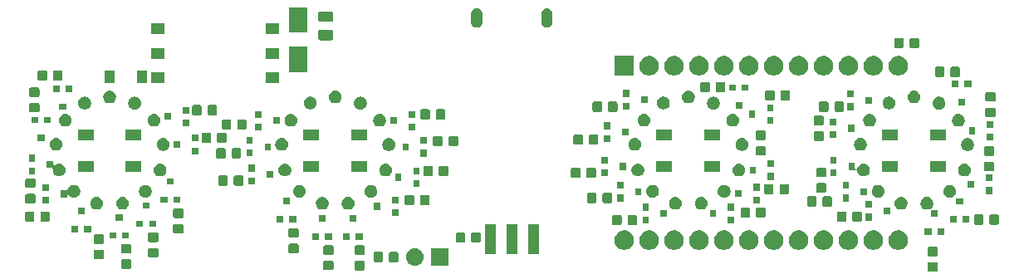
<source format=gbr>
G04 #@! TF.GenerationSoftware,KiCad,Pcbnew,(5.1.4)-1*
G04 #@! TF.CreationDate,2020-01-25T19:49:42-07:00*
G04 #@! TF.ProjectId,PCBV1,50434256-312e-46b6-9963-61645f706362,rev?*
G04 #@! TF.SameCoordinates,Original*
G04 #@! TF.FileFunction,Soldermask,Top*
G04 #@! TF.FilePolarity,Negative*
%FSLAX46Y46*%
G04 Gerber Fmt 4.6, Leading zero omitted, Abs format (unit mm)*
G04 Created by KiCad (PCBNEW (5.1.4)-1) date 2020-01-25 19:49:42*
%MOMM*%
%LPD*%
G04 APERTURE LIST*
%ADD10C,0.100000*%
G04 APERTURE END LIST*
D10*
G36*
X143279591Y-76365585D02*
G01*
X143313569Y-76375893D01*
X143344890Y-76392634D01*
X143372339Y-76415161D01*
X143394866Y-76442610D01*
X143411607Y-76473931D01*
X143421915Y-76507909D01*
X143426000Y-76549390D01*
X143426000Y-77150610D01*
X143421915Y-77192091D01*
X143411607Y-77226069D01*
X143394866Y-77257390D01*
X143372339Y-77284839D01*
X143344890Y-77307366D01*
X143313569Y-77324107D01*
X143279591Y-77334415D01*
X143238110Y-77338500D01*
X142561890Y-77338500D01*
X142520409Y-77334415D01*
X142486431Y-77324107D01*
X142455110Y-77307366D01*
X142427661Y-77284839D01*
X142405134Y-77257390D01*
X142388393Y-77226069D01*
X142378085Y-77192091D01*
X142374000Y-77150610D01*
X142374000Y-76549390D01*
X142378085Y-76507909D01*
X142388393Y-76473931D01*
X142405134Y-76442610D01*
X142427661Y-76415161D01*
X142455110Y-76392634D01*
X142486431Y-76375893D01*
X142520409Y-76365585D01*
X142561890Y-76361500D01*
X143238110Y-76361500D01*
X143279591Y-76365585D01*
X143279591Y-76365585D01*
G37*
G36*
X84879591Y-76215585D02*
G01*
X84913569Y-76225893D01*
X84944890Y-76242634D01*
X84972339Y-76265161D01*
X84994866Y-76292610D01*
X85011607Y-76323931D01*
X85021915Y-76357909D01*
X85026000Y-76399390D01*
X85026000Y-77000610D01*
X85021915Y-77042091D01*
X85011607Y-77076069D01*
X84994866Y-77107390D01*
X84972339Y-77134839D01*
X84944890Y-77157366D01*
X84913569Y-77174107D01*
X84879591Y-77184415D01*
X84838110Y-77188500D01*
X84161890Y-77188500D01*
X84120409Y-77184415D01*
X84086431Y-77174107D01*
X84055110Y-77157366D01*
X84027661Y-77134839D01*
X84005134Y-77107390D01*
X83988393Y-77076069D01*
X83978085Y-77042091D01*
X83974000Y-77000610D01*
X83974000Y-76399390D01*
X83978085Y-76357909D01*
X83988393Y-76323931D01*
X84005134Y-76292610D01*
X84027661Y-76265161D01*
X84055110Y-76242634D01*
X84086431Y-76225893D01*
X84120409Y-76215585D01*
X84161890Y-76211500D01*
X84838110Y-76211500D01*
X84879591Y-76215585D01*
X84879591Y-76215585D01*
G37*
G36*
X81679591Y-76203085D02*
G01*
X81713569Y-76213393D01*
X81744890Y-76230134D01*
X81772339Y-76252661D01*
X81794866Y-76280110D01*
X81811607Y-76311431D01*
X81821915Y-76345409D01*
X81826000Y-76386890D01*
X81826000Y-76988110D01*
X81821915Y-77029591D01*
X81811607Y-77063569D01*
X81794866Y-77094890D01*
X81772339Y-77122339D01*
X81744890Y-77144866D01*
X81713569Y-77161607D01*
X81679591Y-77171915D01*
X81638110Y-77176000D01*
X80961890Y-77176000D01*
X80920409Y-77171915D01*
X80886431Y-77161607D01*
X80855110Y-77144866D01*
X80827661Y-77122339D01*
X80805134Y-77094890D01*
X80788393Y-77063569D01*
X80778085Y-77029591D01*
X80774000Y-76988110D01*
X80774000Y-76386890D01*
X80778085Y-76345409D01*
X80788393Y-76311431D01*
X80805134Y-76280110D01*
X80827661Y-76252661D01*
X80855110Y-76230134D01*
X80886431Y-76213393D01*
X80920409Y-76203085D01*
X80961890Y-76199000D01*
X81638110Y-76199000D01*
X81679591Y-76203085D01*
X81679591Y-76203085D01*
G37*
G36*
X61054591Y-76065585D02*
G01*
X61088569Y-76075893D01*
X61119890Y-76092634D01*
X61147339Y-76115161D01*
X61169866Y-76142610D01*
X61186607Y-76173931D01*
X61196915Y-76207909D01*
X61201000Y-76249390D01*
X61201000Y-76850610D01*
X61196915Y-76892091D01*
X61186607Y-76926069D01*
X61169866Y-76957390D01*
X61147339Y-76984839D01*
X61119890Y-77007366D01*
X61088569Y-77024107D01*
X61054591Y-77034415D01*
X61013110Y-77038500D01*
X60336890Y-77038500D01*
X60295409Y-77034415D01*
X60261431Y-77024107D01*
X60230110Y-77007366D01*
X60202661Y-76984839D01*
X60180134Y-76957390D01*
X60163393Y-76926069D01*
X60153085Y-76892091D01*
X60149000Y-76850610D01*
X60149000Y-76249390D01*
X60153085Y-76207909D01*
X60163393Y-76173931D01*
X60180134Y-76142610D01*
X60202661Y-76115161D01*
X60230110Y-76092634D01*
X60261431Y-76075893D01*
X60295409Y-76065585D01*
X60336890Y-76061500D01*
X61013110Y-76061500D01*
X61054591Y-76065585D01*
X61054591Y-76065585D01*
G37*
G36*
X93551000Y-76726000D02*
G01*
X91749000Y-76726000D01*
X91749000Y-74924000D01*
X93551000Y-74924000D01*
X93551000Y-76726000D01*
X93551000Y-76726000D01*
G37*
G36*
X90216539Y-74930134D02*
G01*
X90286627Y-74937037D01*
X90456466Y-74988557D01*
X90612991Y-75072222D01*
X90635366Y-75090585D01*
X90750186Y-75184814D01*
X90817552Y-75266901D01*
X90862778Y-75322009D01*
X90867121Y-75330134D01*
X90921766Y-75432366D01*
X90946443Y-75478534D01*
X90997963Y-75648373D01*
X91015359Y-75825000D01*
X90997963Y-76001627D01*
X90946443Y-76171466D01*
X90862778Y-76327991D01*
X90848483Y-76345409D01*
X90750186Y-76465186D01*
X90648729Y-76548448D01*
X90612991Y-76577778D01*
X90456466Y-76661443D01*
X90286627Y-76712963D01*
X90220442Y-76719482D01*
X90154260Y-76726000D01*
X90065740Y-76726000D01*
X89999558Y-76719482D01*
X89933373Y-76712963D01*
X89763534Y-76661443D01*
X89607009Y-76577778D01*
X89571271Y-76548448D01*
X89469814Y-76465186D01*
X89371517Y-76345409D01*
X89357222Y-76327991D01*
X89273557Y-76171466D01*
X89222037Y-76001627D01*
X89204641Y-75825000D01*
X89222037Y-75648373D01*
X89273557Y-75478534D01*
X89298235Y-75432366D01*
X89352879Y-75330134D01*
X89357222Y-75322009D01*
X89402448Y-75266901D01*
X89469814Y-75184814D01*
X89584634Y-75090585D01*
X89607009Y-75072222D01*
X89763534Y-74988557D01*
X89933373Y-74937037D01*
X90003461Y-74930134D01*
X90065740Y-74924000D01*
X90154260Y-74924000D01*
X90216539Y-74930134D01*
X90216539Y-74930134D01*
G37*
G36*
X86729591Y-75303085D02*
G01*
X86763569Y-75313393D01*
X86794890Y-75330134D01*
X86822339Y-75352661D01*
X86844866Y-75380110D01*
X86861607Y-75411431D01*
X86871915Y-75445409D01*
X86876000Y-75486890D01*
X86876000Y-76163110D01*
X86871915Y-76204591D01*
X86861607Y-76238569D01*
X86844866Y-76269890D01*
X86822339Y-76297339D01*
X86794890Y-76319866D01*
X86763569Y-76336607D01*
X86729591Y-76346915D01*
X86688110Y-76351000D01*
X86086890Y-76351000D01*
X86045409Y-76346915D01*
X86011431Y-76336607D01*
X85980110Y-76319866D01*
X85952661Y-76297339D01*
X85930134Y-76269890D01*
X85913393Y-76238569D01*
X85903085Y-76204591D01*
X85899000Y-76163110D01*
X85899000Y-75486890D01*
X85903085Y-75445409D01*
X85913393Y-75411431D01*
X85930134Y-75380110D01*
X85952661Y-75352661D01*
X85980110Y-75330134D01*
X86011431Y-75313393D01*
X86045409Y-75303085D01*
X86086890Y-75299000D01*
X86688110Y-75299000D01*
X86729591Y-75303085D01*
X86729591Y-75303085D01*
G37*
G36*
X88304591Y-75303085D02*
G01*
X88338569Y-75313393D01*
X88369890Y-75330134D01*
X88397339Y-75352661D01*
X88419866Y-75380110D01*
X88436607Y-75411431D01*
X88446915Y-75445409D01*
X88451000Y-75486890D01*
X88451000Y-76163110D01*
X88446915Y-76204591D01*
X88436607Y-76238569D01*
X88419866Y-76269890D01*
X88397339Y-76297339D01*
X88369890Y-76319866D01*
X88338569Y-76336607D01*
X88304591Y-76346915D01*
X88263110Y-76351000D01*
X87661890Y-76351000D01*
X87620409Y-76346915D01*
X87586431Y-76336607D01*
X87555110Y-76319866D01*
X87527661Y-76297339D01*
X87505134Y-76269890D01*
X87488393Y-76238569D01*
X87478085Y-76204591D01*
X87474000Y-76163110D01*
X87474000Y-75486890D01*
X87478085Y-75445409D01*
X87488393Y-75411431D01*
X87505134Y-75380110D01*
X87527661Y-75352661D01*
X87555110Y-75330134D01*
X87586431Y-75313393D01*
X87620409Y-75303085D01*
X87661890Y-75299000D01*
X88263110Y-75299000D01*
X88304591Y-75303085D01*
X88304591Y-75303085D01*
G37*
G36*
X58279591Y-75090585D02*
G01*
X58313569Y-75100893D01*
X58344890Y-75117634D01*
X58372339Y-75140161D01*
X58394866Y-75167610D01*
X58411607Y-75198931D01*
X58421915Y-75232909D01*
X58426000Y-75274390D01*
X58426000Y-75875610D01*
X58421915Y-75917091D01*
X58411607Y-75951069D01*
X58394866Y-75982390D01*
X58372339Y-76009839D01*
X58344890Y-76032366D01*
X58313569Y-76049107D01*
X58279591Y-76059415D01*
X58238110Y-76063500D01*
X57561890Y-76063500D01*
X57520409Y-76059415D01*
X57486431Y-76049107D01*
X57455110Y-76032366D01*
X57427661Y-76009839D01*
X57405134Y-75982390D01*
X57388393Y-75951069D01*
X57378085Y-75917091D01*
X57374000Y-75875610D01*
X57374000Y-75274390D01*
X57378085Y-75232909D01*
X57388393Y-75198931D01*
X57405134Y-75167610D01*
X57427661Y-75140161D01*
X57455110Y-75117634D01*
X57486431Y-75100893D01*
X57520409Y-75090585D01*
X57561890Y-75086500D01*
X58238110Y-75086500D01*
X58279591Y-75090585D01*
X58279591Y-75090585D01*
G37*
G36*
X63829591Y-74903085D02*
G01*
X63863569Y-74913393D01*
X63894890Y-74930134D01*
X63922339Y-74952661D01*
X63944866Y-74980110D01*
X63961607Y-75011431D01*
X63971915Y-75045409D01*
X63976000Y-75086890D01*
X63976000Y-75688110D01*
X63971915Y-75729591D01*
X63961607Y-75763569D01*
X63944866Y-75794890D01*
X63922339Y-75822339D01*
X63894890Y-75844866D01*
X63863569Y-75861607D01*
X63829591Y-75871915D01*
X63788110Y-75876000D01*
X63111890Y-75876000D01*
X63070409Y-75871915D01*
X63036431Y-75861607D01*
X63005110Y-75844866D01*
X62977661Y-75822339D01*
X62955134Y-75794890D01*
X62938393Y-75763569D01*
X62928085Y-75729591D01*
X62924000Y-75688110D01*
X62924000Y-75086890D01*
X62928085Y-75045409D01*
X62938393Y-75011431D01*
X62955134Y-74980110D01*
X62977661Y-74952661D01*
X63005110Y-74930134D01*
X63036431Y-74913393D01*
X63070409Y-74903085D01*
X63111890Y-74899000D01*
X63788110Y-74899000D01*
X63829591Y-74903085D01*
X63829591Y-74903085D01*
G37*
G36*
X143279591Y-74790585D02*
G01*
X143313569Y-74800893D01*
X143344890Y-74817634D01*
X143372339Y-74840161D01*
X143394866Y-74867610D01*
X143411607Y-74898931D01*
X143421915Y-74932909D01*
X143426000Y-74974390D01*
X143426000Y-75575610D01*
X143421915Y-75617091D01*
X143411607Y-75651069D01*
X143394866Y-75682390D01*
X143372339Y-75709839D01*
X143344890Y-75732366D01*
X143313569Y-75749107D01*
X143279591Y-75759415D01*
X143238110Y-75763500D01*
X142561890Y-75763500D01*
X142520409Y-75759415D01*
X142486431Y-75749107D01*
X142455110Y-75732366D01*
X142427661Y-75709839D01*
X142405134Y-75682390D01*
X142388393Y-75651069D01*
X142378085Y-75617091D01*
X142374000Y-75575610D01*
X142374000Y-74974390D01*
X142378085Y-74932909D01*
X142388393Y-74898931D01*
X142405134Y-74867610D01*
X142427661Y-74840161D01*
X142455110Y-74817634D01*
X142486431Y-74800893D01*
X142520409Y-74790585D01*
X142561890Y-74786500D01*
X143238110Y-74786500D01*
X143279591Y-74790585D01*
X143279591Y-74790585D01*
G37*
G36*
X84879591Y-74640585D02*
G01*
X84913569Y-74650893D01*
X84944890Y-74667634D01*
X84972339Y-74690161D01*
X84994866Y-74717610D01*
X85011607Y-74748931D01*
X85021915Y-74782909D01*
X85026000Y-74824390D01*
X85026000Y-75425610D01*
X85021915Y-75467091D01*
X85011607Y-75501069D01*
X84994866Y-75532390D01*
X84972339Y-75559839D01*
X84944890Y-75582366D01*
X84913569Y-75599107D01*
X84879591Y-75609415D01*
X84838110Y-75613500D01*
X84161890Y-75613500D01*
X84120409Y-75609415D01*
X84086431Y-75599107D01*
X84055110Y-75582366D01*
X84027661Y-75559839D01*
X84005134Y-75532390D01*
X83988393Y-75501069D01*
X83978085Y-75467091D01*
X83974000Y-75425610D01*
X83974000Y-74824390D01*
X83978085Y-74782909D01*
X83988393Y-74748931D01*
X84005134Y-74717610D01*
X84027661Y-74690161D01*
X84055110Y-74667634D01*
X84086431Y-74650893D01*
X84120409Y-74640585D01*
X84161890Y-74636500D01*
X84838110Y-74636500D01*
X84879591Y-74640585D01*
X84879591Y-74640585D01*
G37*
G36*
X81679591Y-74628085D02*
G01*
X81713569Y-74638393D01*
X81744890Y-74655134D01*
X81772339Y-74677661D01*
X81794866Y-74705110D01*
X81811607Y-74736431D01*
X81821915Y-74770409D01*
X81826000Y-74811890D01*
X81826000Y-75413110D01*
X81821915Y-75454591D01*
X81811607Y-75488569D01*
X81794866Y-75519890D01*
X81772339Y-75547339D01*
X81744890Y-75569866D01*
X81713569Y-75586607D01*
X81679591Y-75596915D01*
X81638110Y-75601000D01*
X80961890Y-75601000D01*
X80920409Y-75596915D01*
X80886431Y-75586607D01*
X80855110Y-75569866D01*
X80827661Y-75547339D01*
X80805134Y-75519890D01*
X80788393Y-75488569D01*
X80778085Y-75454591D01*
X80774000Y-75413110D01*
X80774000Y-74811890D01*
X80778085Y-74770409D01*
X80788393Y-74736431D01*
X80805134Y-74705110D01*
X80827661Y-74677661D01*
X80855110Y-74655134D01*
X80886431Y-74638393D01*
X80920409Y-74628085D01*
X80961890Y-74624000D01*
X81638110Y-74624000D01*
X81679591Y-74628085D01*
X81679591Y-74628085D01*
G37*
G36*
X102751000Y-75551000D02*
G01*
X101649000Y-75551000D01*
X101649000Y-72449000D01*
X102751000Y-72449000D01*
X102751000Y-75551000D01*
X102751000Y-75551000D01*
G37*
G36*
X100551000Y-75551000D02*
G01*
X99449000Y-75551000D01*
X99449000Y-72449000D01*
X100551000Y-72449000D01*
X100551000Y-75551000D01*
X100551000Y-75551000D01*
G37*
G36*
X98351000Y-75551000D02*
G01*
X97249000Y-75551000D01*
X97249000Y-72449000D01*
X98351000Y-72449000D01*
X98351000Y-75551000D01*
X98351000Y-75551000D01*
G37*
G36*
X61054591Y-74490585D02*
G01*
X61088569Y-74500893D01*
X61119890Y-74517634D01*
X61147339Y-74540161D01*
X61169866Y-74567610D01*
X61186607Y-74598931D01*
X61196915Y-74632909D01*
X61201000Y-74674390D01*
X61201000Y-75275610D01*
X61196915Y-75317091D01*
X61186607Y-75351069D01*
X61169866Y-75382390D01*
X61147339Y-75409839D01*
X61119890Y-75432366D01*
X61088569Y-75449107D01*
X61054591Y-75459415D01*
X61013110Y-75463500D01*
X60336890Y-75463500D01*
X60295409Y-75459415D01*
X60261431Y-75449107D01*
X60230110Y-75432366D01*
X60202661Y-75409839D01*
X60180134Y-75382390D01*
X60163393Y-75351069D01*
X60153085Y-75317091D01*
X60149000Y-75275610D01*
X60149000Y-74674390D01*
X60153085Y-74632909D01*
X60163393Y-74598931D01*
X60180134Y-74567610D01*
X60202661Y-74540161D01*
X60230110Y-74517634D01*
X60261431Y-74500893D01*
X60295409Y-74490585D01*
X60336890Y-74486500D01*
X61013110Y-74486500D01*
X61054591Y-74490585D01*
X61054591Y-74490585D01*
G37*
G36*
X78129591Y-74465585D02*
G01*
X78163569Y-74475893D01*
X78194890Y-74492634D01*
X78222339Y-74515161D01*
X78244866Y-74542610D01*
X78261607Y-74573931D01*
X78271915Y-74607909D01*
X78276000Y-74649390D01*
X78276000Y-75250610D01*
X78271915Y-75292091D01*
X78261607Y-75326069D01*
X78244866Y-75357390D01*
X78222339Y-75384839D01*
X78194890Y-75407366D01*
X78163569Y-75424107D01*
X78129591Y-75434415D01*
X78088110Y-75438500D01*
X77411890Y-75438500D01*
X77370409Y-75434415D01*
X77336431Y-75424107D01*
X77305110Y-75407366D01*
X77277661Y-75384839D01*
X77255134Y-75357390D01*
X77238393Y-75326069D01*
X77228085Y-75292091D01*
X77224000Y-75250610D01*
X77224000Y-74649390D01*
X77228085Y-74607909D01*
X77238393Y-74573931D01*
X77255134Y-74542610D01*
X77277661Y-74515161D01*
X77305110Y-74492634D01*
X77336431Y-74475893D01*
X77370409Y-74465585D01*
X77411890Y-74461500D01*
X78088110Y-74461500D01*
X78129591Y-74465585D01*
X78129591Y-74465585D01*
G37*
G36*
X114299003Y-73147275D02*
G01*
X114299005Y-73147276D01*
X114299006Y-73147276D01*
X114479320Y-73221964D01*
X114641598Y-73330395D01*
X114779605Y-73468402D01*
X114888036Y-73630680D01*
X114962724Y-73810994D01*
X114962725Y-73810997D01*
X115000800Y-74002413D01*
X115000800Y-74197587D01*
X114965298Y-74376069D01*
X114962724Y-74389006D01*
X114888036Y-74569320D01*
X114779605Y-74731598D01*
X114641598Y-74869605D01*
X114479320Y-74978036D01*
X114299006Y-75052724D01*
X114299005Y-75052724D01*
X114299003Y-75052725D01*
X114107587Y-75090800D01*
X113912413Y-75090800D01*
X113720997Y-75052725D01*
X113720995Y-75052724D01*
X113720994Y-75052724D01*
X113540680Y-74978036D01*
X113378402Y-74869605D01*
X113240395Y-74731598D01*
X113131964Y-74569320D01*
X113057276Y-74389006D01*
X113054703Y-74376069D01*
X113019200Y-74197587D01*
X113019200Y-74002413D01*
X113057275Y-73810997D01*
X113057276Y-73810994D01*
X113131964Y-73630680D01*
X113240395Y-73468402D01*
X113378402Y-73330395D01*
X113540680Y-73221964D01*
X113720994Y-73147276D01*
X113720995Y-73147276D01*
X113720997Y-73147275D01*
X113912413Y-73109200D01*
X114107587Y-73109200D01*
X114299003Y-73147275D01*
X114299003Y-73147275D01*
G37*
G36*
X116839003Y-73147275D02*
G01*
X116839005Y-73147276D01*
X116839006Y-73147276D01*
X117019320Y-73221964D01*
X117181598Y-73330395D01*
X117319605Y-73468402D01*
X117428036Y-73630680D01*
X117502724Y-73810994D01*
X117502725Y-73810997D01*
X117540800Y-74002413D01*
X117540800Y-74197587D01*
X117505298Y-74376069D01*
X117502724Y-74389006D01*
X117428036Y-74569320D01*
X117319605Y-74731598D01*
X117181598Y-74869605D01*
X117019320Y-74978036D01*
X116839006Y-75052724D01*
X116839005Y-75052724D01*
X116839003Y-75052725D01*
X116647587Y-75090800D01*
X116452413Y-75090800D01*
X116260997Y-75052725D01*
X116260995Y-75052724D01*
X116260994Y-75052724D01*
X116080680Y-74978036D01*
X115918402Y-74869605D01*
X115780395Y-74731598D01*
X115671964Y-74569320D01*
X115597276Y-74389006D01*
X115594703Y-74376069D01*
X115559200Y-74197587D01*
X115559200Y-74002413D01*
X115597275Y-73810997D01*
X115597276Y-73810994D01*
X115671964Y-73630680D01*
X115780395Y-73468402D01*
X115918402Y-73330395D01*
X116080680Y-73221964D01*
X116260994Y-73147276D01*
X116260995Y-73147276D01*
X116260997Y-73147275D01*
X116452413Y-73109200D01*
X116647587Y-73109200D01*
X116839003Y-73147275D01*
X116839003Y-73147275D01*
G37*
G36*
X119379003Y-73147275D02*
G01*
X119379005Y-73147276D01*
X119379006Y-73147276D01*
X119559320Y-73221964D01*
X119721598Y-73330395D01*
X119859605Y-73468402D01*
X119968036Y-73630680D01*
X120042724Y-73810994D01*
X120042725Y-73810997D01*
X120080800Y-74002413D01*
X120080800Y-74197587D01*
X120045298Y-74376069D01*
X120042724Y-74389006D01*
X119968036Y-74569320D01*
X119859605Y-74731598D01*
X119721598Y-74869605D01*
X119559320Y-74978036D01*
X119379006Y-75052724D01*
X119379005Y-75052724D01*
X119379003Y-75052725D01*
X119187587Y-75090800D01*
X118992413Y-75090800D01*
X118800997Y-75052725D01*
X118800995Y-75052724D01*
X118800994Y-75052724D01*
X118620680Y-74978036D01*
X118458402Y-74869605D01*
X118320395Y-74731598D01*
X118211964Y-74569320D01*
X118137276Y-74389006D01*
X118134703Y-74376069D01*
X118099200Y-74197587D01*
X118099200Y-74002413D01*
X118137275Y-73810997D01*
X118137276Y-73810994D01*
X118211964Y-73630680D01*
X118320395Y-73468402D01*
X118458402Y-73330395D01*
X118620680Y-73221964D01*
X118800994Y-73147276D01*
X118800995Y-73147276D01*
X118800997Y-73147275D01*
X118992413Y-73109200D01*
X119187587Y-73109200D01*
X119379003Y-73147275D01*
X119379003Y-73147275D01*
G37*
G36*
X121919003Y-73147275D02*
G01*
X121919005Y-73147276D01*
X121919006Y-73147276D01*
X122099320Y-73221964D01*
X122261598Y-73330395D01*
X122399605Y-73468402D01*
X122508036Y-73630680D01*
X122582724Y-73810994D01*
X122582725Y-73810997D01*
X122620800Y-74002413D01*
X122620800Y-74197587D01*
X122585298Y-74376069D01*
X122582724Y-74389006D01*
X122508036Y-74569320D01*
X122399605Y-74731598D01*
X122261598Y-74869605D01*
X122099320Y-74978036D01*
X121919006Y-75052724D01*
X121919005Y-75052724D01*
X121919003Y-75052725D01*
X121727587Y-75090800D01*
X121532413Y-75090800D01*
X121340997Y-75052725D01*
X121340995Y-75052724D01*
X121340994Y-75052724D01*
X121160680Y-74978036D01*
X120998402Y-74869605D01*
X120860395Y-74731598D01*
X120751964Y-74569320D01*
X120677276Y-74389006D01*
X120674703Y-74376069D01*
X120639200Y-74197587D01*
X120639200Y-74002413D01*
X120677275Y-73810997D01*
X120677276Y-73810994D01*
X120751964Y-73630680D01*
X120860395Y-73468402D01*
X120998402Y-73330395D01*
X121160680Y-73221964D01*
X121340994Y-73147276D01*
X121340995Y-73147276D01*
X121340997Y-73147275D01*
X121532413Y-73109200D01*
X121727587Y-73109200D01*
X121919003Y-73147275D01*
X121919003Y-73147275D01*
G37*
G36*
X124459003Y-73147275D02*
G01*
X124459005Y-73147276D01*
X124459006Y-73147276D01*
X124639320Y-73221964D01*
X124801598Y-73330395D01*
X124939605Y-73468402D01*
X125048036Y-73630680D01*
X125122724Y-73810994D01*
X125122725Y-73810997D01*
X125160800Y-74002413D01*
X125160800Y-74197587D01*
X125125298Y-74376069D01*
X125122724Y-74389006D01*
X125048036Y-74569320D01*
X124939605Y-74731598D01*
X124801598Y-74869605D01*
X124639320Y-74978036D01*
X124459006Y-75052724D01*
X124459005Y-75052724D01*
X124459003Y-75052725D01*
X124267587Y-75090800D01*
X124072413Y-75090800D01*
X123880997Y-75052725D01*
X123880995Y-75052724D01*
X123880994Y-75052724D01*
X123700680Y-74978036D01*
X123538402Y-74869605D01*
X123400395Y-74731598D01*
X123291964Y-74569320D01*
X123217276Y-74389006D01*
X123214703Y-74376069D01*
X123179200Y-74197587D01*
X123179200Y-74002413D01*
X123217275Y-73810997D01*
X123217276Y-73810994D01*
X123291964Y-73630680D01*
X123400395Y-73468402D01*
X123538402Y-73330395D01*
X123700680Y-73221964D01*
X123880994Y-73147276D01*
X123880995Y-73147276D01*
X123880997Y-73147275D01*
X124072413Y-73109200D01*
X124267587Y-73109200D01*
X124459003Y-73147275D01*
X124459003Y-73147275D01*
G37*
G36*
X111759003Y-73147275D02*
G01*
X111759005Y-73147276D01*
X111759006Y-73147276D01*
X111939320Y-73221964D01*
X112101598Y-73330395D01*
X112239605Y-73468402D01*
X112348036Y-73630680D01*
X112422724Y-73810994D01*
X112422725Y-73810997D01*
X112460800Y-74002413D01*
X112460800Y-74197587D01*
X112425298Y-74376069D01*
X112422724Y-74389006D01*
X112348036Y-74569320D01*
X112239605Y-74731598D01*
X112101598Y-74869605D01*
X111939320Y-74978036D01*
X111759006Y-75052724D01*
X111759005Y-75052724D01*
X111759003Y-75052725D01*
X111567587Y-75090800D01*
X111372413Y-75090800D01*
X111180997Y-75052725D01*
X111180995Y-75052724D01*
X111180994Y-75052724D01*
X111000680Y-74978036D01*
X110838402Y-74869605D01*
X110700395Y-74731598D01*
X110591964Y-74569320D01*
X110517276Y-74389006D01*
X110514703Y-74376069D01*
X110479200Y-74197587D01*
X110479200Y-74002413D01*
X110517275Y-73810997D01*
X110517276Y-73810994D01*
X110591964Y-73630680D01*
X110700395Y-73468402D01*
X110838402Y-73330395D01*
X111000680Y-73221964D01*
X111180994Y-73147276D01*
X111180995Y-73147276D01*
X111180997Y-73147275D01*
X111372413Y-73109200D01*
X111567587Y-73109200D01*
X111759003Y-73147275D01*
X111759003Y-73147275D01*
G37*
G36*
X132079003Y-73147275D02*
G01*
X132079005Y-73147276D01*
X132079006Y-73147276D01*
X132259320Y-73221964D01*
X132421598Y-73330395D01*
X132559605Y-73468402D01*
X132668036Y-73630680D01*
X132742724Y-73810994D01*
X132742725Y-73810997D01*
X132780800Y-74002413D01*
X132780800Y-74197587D01*
X132745298Y-74376069D01*
X132742724Y-74389006D01*
X132668036Y-74569320D01*
X132559605Y-74731598D01*
X132421598Y-74869605D01*
X132259320Y-74978036D01*
X132079006Y-75052724D01*
X132079005Y-75052724D01*
X132079003Y-75052725D01*
X131887587Y-75090800D01*
X131692413Y-75090800D01*
X131500997Y-75052725D01*
X131500995Y-75052724D01*
X131500994Y-75052724D01*
X131320680Y-74978036D01*
X131158402Y-74869605D01*
X131020395Y-74731598D01*
X130911964Y-74569320D01*
X130837276Y-74389006D01*
X130834703Y-74376069D01*
X130799200Y-74197587D01*
X130799200Y-74002413D01*
X130837275Y-73810997D01*
X130837276Y-73810994D01*
X130911964Y-73630680D01*
X131020395Y-73468402D01*
X131158402Y-73330395D01*
X131320680Y-73221964D01*
X131500994Y-73147276D01*
X131500995Y-73147276D01*
X131500997Y-73147275D01*
X131692413Y-73109200D01*
X131887587Y-73109200D01*
X132079003Y-73147275D01*
X132079003Y-73147275D01*
G37*
G36*
X134619003Y-73147275D02*
G01*
X134619005Y-73147276D01*
X134619006Y-73147276D01*
X134799320Y-73221964D01*
X134961598Y-73330395D01*
X135099605Y-73468402D01*
X135208036Y-73630680D01*
X135282724Y-73810994D01*
X135282725Y-73810997D01*
X135320800Y-74002413D01*
X135320800Y-74197587D01*
X135285298Y-74376069D01*
X135282724Y-74389006D01*
X135208036Y-74569320D01*
X135099605Y-74731598D01*
X134961598Y-74869605D01*
X134799320Y-74978036D01*
X134619006Y-75052724D01*
X134619005Y-75052724D01*
X134619003Y-75052725D01*
X134427587Y-75090800D01*
X134232413Y-75090800D01*
X134040997Y-75052725D01*
X134040995Y-75052724D01*
X134040994Y-75052724D01*
X133860680Y-74978036D01*
X133698402Y-74869605D01*
X133560395Y-74731598D01*
X133451964Y-74569320D01*
X133377276Y-74389006D01*
X133374703Y-74376069D01*
X133339200Y-74197587D01*
X133339200Y-74002413D01*
X133377275Y-73810997D01*
X133377276Y-73810994D01*
X133451964Y-73630680D01*
X133560395Y-73468402D01*
X133698402Y-73330395D01*
X133860680Y-73221964D01*
X134040994Y-73147276D01*
X134040995Y-73147276D01*
X134040997Y-73147275D01*
X134232413Y-73109200D01*
X134427587Y-73109200D01*
X134619003Y-73147275D01*
X134619003Y-73147275D01*
G37*
G36*
X137159003Y-73147275D02*
G01*
X137159005Y-73147276D01*
X137159006Y-73147276D01*
X137339320Y-73221964D01*
X137501598Y-73330395D01*
X137639605Y-73468402D01*
X137748036Y-73630680D01*
X137822724Y-73810994D01*
X137822725Y-73810997D01*
X137860800Y-74002413D01*
X137860800Y-74197587D01*
X137825298Y-74376069D01*
X137822724Y-74389006D01*
X137748036Y-74569320D01*
X137639605Y-74731598D01*
X137501598Y-74869605D01*
X137339320Y-74978036D01*
X137159006Y-75052724D01*
X137159005Y-75052724D01*
X137159003Y-75052725D01*
X136967587Y-75090800D01*
X136772413Y-75090800D01*
X136580997Y-75052725D01*
X136580995Y-75052724D01*
X136580994Y-75052724D01*
X136400680Y-74978036D01*
X136238402Y-74869605D01*
X136100395Y-74731598D01*
X135991964Y-74569320D01*
X135917276Y-74389006D01*
X135914703Y-74376069D01*
X135879200Y-74197587D01*
X135879200Y-74002413D01*
X135917275Y-73810997D01*
X135917276Y-73810994D01*
X135991964Y-73630680D01*
X136100395Y-73468402D01*
X136238402Y-73330395D01*
X136400680Y-73221964D01*
X136580994Y-73147276D01*
X136580995Y-73147276D01*
X136580997Y-73147275D01*
X136772413Y-73109200D01*
X136967587Y-73109200D01*
X137159003Y-73147275D01*
X137159003Y-73147275D01*
G37*
G36*
X139699003Y-73147275D02*
G01*
X139699005Y-73147276D01*
X139699006Y-73147276D01*
X139879320Y-73221964D01*
X140041598Y-73330395D01*
X140179605Y-73468402D01*
X140288036Y-73630680D01*
X140362724Y-73810994D01*
X140362725Y-73810997D01*
X140400800Y-74002413D01*
X140400800Y-74197587D01*
X140365298Y-74376069D01*
X140362724Y-74389006D01*
X140288036Y-74569320D01*
X140179605Y-74731598D01*
X140041598Y-74869605D01*
X139879320Y-74978036D01*
X139699006Y-75052724D01*
X139699005Y-75052724D01*
X139699003Y-75052725D01*
X139507587Y-75090800D01*
X139312413Y-75090800D01*
X139120997Y-75052725D01*
X139120995Y-75052724D01*
X139120994Y-75052724D01*
X138940680Y-74978036D01*
X138778402Y-74869605D01*
X138640395Y-74731598D01*
X138531964Y-74569320D01*
X138457276Y-74389006D01*
X138454703Y-74376069D01*
X138419200Y-74197587D01*
X138419200Y-74002413D01*
X138457275Y-73810997D01*
X138457276Y-73810994D01*
X138531964Y-73630680D01*
X138640395Y-73468402D01*
X138778402Y-73330395D01*
X138940680Y-73221964D01*
X139120994Y-73147276D01*
X139120995Y-73147276D01*
X139120997Y-73147275D01*
X139312413Y-73109200D01*
X139507587Y-73109200D01*
X139699003Y-73147275D01*
X139699003Y-73147275D01*
G37*
G36*
X126999003Y-73147275D02*
G01*
X126999005Y-73147276D01*
X126999006Y-73147276D01*
X127179320Y-73221964D01*
X127341598Y-73330395D01*
X127479605Y-73468402D01*
X127588036Y-73630680D01*
X127662724Y-73810994D01*
X127662725Y-73810997D01*
X127700800Y-74002413D01*
X127700800Y-74197587D01*
X127665298Y-74376069D01*
X127662724Y-74389006D01*
X127588036Y-74569320D01*
X127479605Y-74731598D01*
X127341598Y-74869605D01*
X127179320Y-74978036D01*
X126999006Y-75052724D01*
X126999005Y-75052724D01*
X126999003Y-75052725D01*
X126807587Y-75090800D01*
X126612413Y-75090800D01*
X126420997Y-75052725D01*
X126420995Y-75052724D01*
X126420994Y-75052724D01*
X126240680Y-74978036D01*
X126078402Y-74869605D01*
X125940395Y-74731598D01*
X125831964Y-74569320D01*
X125757276Y-74389006D01*
X125754703Y-74376069D01*
X125719200Y-74197587D01*
X125719200Y-74002413D01*
X125757275Y-73810997D01*
X125757276Y-73810994D01*
X125831964Y-73630680D01*
X125940395Y-73468402D01*
X126078402Y-73330395D01*
X126240680Y-73221964D01*
X126420994Y-73147276D01*
X126420995Y-73147276D01*
X126420997Y-73147275D01*
X126612413Y-73109200D01*
X126807587Y-73109200D01*
X126999003Y-73147275D01*
X126999003Y-73147275D01*
G37*
G36*
X129539003Y-73147275D02*
G01*
X129539005Y-73147276D01*
X129539006Y-73147276D01*
X129719320Y-73221964D01*
X129881598Y-73330395D01*
X130019605Y-73468402D01*
X130128036Y-73630680D01*
X130202724Y-73810994D01*
X130202725Y-73810997D01*
X130240800Y-74002413D01*
X130240800Y-74197587D01*
X130205298Y-74376069D01*
X130202724Y-74389006D01*
X130128036Y-74569320D01*
X130019605Y-74731598D01*
X129881598Y-74869605D01*
X129719320Y-74978036D01*
X129539006Y-75052724D01*
X129539005Y-75052724D01*
X129539003Y-75052725D01*
X129347587Y-75090800D01*
X129152413Y-75090800D01*
X128960997Y-75052725D01*
X128960995Y-75052724D01*
X128960994Y-75052724D01*
X128780680Y-74978036D01*
X128618402Y-74869605D01*
X128480395Y-74731598D01*
X128371964Y-74569320D01*
X128297276Y-74389006D01*
X128294703Y-74376069D01*
X128259200Y-74197587D01*
X128259200Y-74002413D01*
X128297275Y-73810997D01*
X128297276Y-73810994D01*
X128371964Y-73630680D01*
X128480395Y-73468402D01*
X128618402Y-73330395D01*
X128780680Y-73221964D01*
X128960994Y-73147276D01*
X128960995Y-73147276D01*
X128960997Y-73147275D01*
X129152413Y-73109200D01*
X129347587Y-73109200D01*
X129539003Y-73147275D01*
X129539003Y-73147275D01*
G37*
G36*
X58279591Y-73515585D02*
G01*
X58313569Y-73525893D01*
X58344890Y-73542634D01*
X58372339Y-73565161D01*
X58394866Y-73592610D01*
X58411607Y-73623931D01*
X58421915Y-73657909D01*
X58426000Y-73699390D01*
X58426000Y-74300610D01*
X58421915Y-74342091D01*
X58411607Y-74376069D01*
X58394866Y-74407390D01*
X58372339Y-74434839D01*
X58344890Y-74457366D01*
X58313569Y-74474107D01*
X58279591Y-74484415D01*
X58238110Y-74488500D01*
X57561890Y-74488500D01*
X57520409Y-74484415D01*
X57486431Y-74474107D01*
X57455110Y-74457366D01*
X57427661Y-74434839D01*
X57405134Y-74407390D01*
X57388393Y-74376069D01*
X57378085Y-74342091D01*
X57374000Y-74300610D01*
X57374000Y-73699390D01*
X57378085Y-73657909D01*
X57388393Y-73623931D01*
X57405134Y-73592610D01*
X57427661Y-73565161D01*
X57455110Y-73542634D01*
X57486431Y-73525893D01*
X57520409Y-73515585D01*
X57561890Y-73511500D01*
X58238110Y-73511500D01*
X58279591Y-73515585D01*
X58279591Y-73515585D01*
G37*
G36*
X96679591Y-73328085D02*
G01*
X96713569Y-73338393D01*
X96744890Y-73355134D01*
X96772339Y-73377661D01*
X96794866Y-73405110D01*
X96811607Y-73436431D01*
X96821915Y-73470409D01*
X96826000Y-73511890D01*
X96826000Y-74188110D01*
X96821915Y-74229591D01*
X96811607Y-74263569D01*
X96794866Y-74294890D01*
X96772339Y-74322339D01*
X96744890Y-74344866D01*
X96713569Y-74361607D01*
X96679591Y-74371915D01*
X96638110Y-74376000D01*
X96036890Y-74376000D01*
X95995409Y-74371915D01*
X95961431Y-74361607D01*
X95930110Y-74344866D01*
X95902661Y-74322339D01*
X95880134Y-74294890D01*
X95863393Y-74263569D01*
X95853085Y-74229591D01*
X95849000Y-74188110D01*
X95849000Y-73511890D01*
X95853085Y-73470409D01*
X95863393Y-73436431D01*
X95880134Y-73405110D01*
X95902661Y-73377661D01*
X95930110Y-73355134D01*
X95961431Y-73338393D01*
X95995409Y-73328085D01*
X96036890Y-73324000D01*
X96638110Y-73324000D01*
X96679591Y-73328085D01*
X96679591Y-73328085D01*
G37*
G36*
X95104591Y-73328085D02*
G01*
X95138569Y-73338393D01*
X95169890Y-73355134D01*
X95197339Y-73377661D01*
X95219866Y-73405110D01*
X95236607Y-73436431D01*
X95246915Y-73470409D01*
X95251000Y-73511890D01*
X95251000Y-74188110D01*
X95246915Y-74229591D01*
X95236607Y-74263569D01*
X95219866Y-74294890D01*
X95197339Y-74322339D01*
X95169890Y-74344866D01*
X95138569Y-74361607D01*
X95104591Y-74371915D01*
X95063110Y-74376000D01*
X94461890Y-74376000D01*
X94420409Y-74371915D01*
X94386431Y-74361607D01*
X94355110Y-74344866D01*
X94327661Y-74322339D01*
X94305134Y-74294890D01*
X94288393Y-74263569D01*
X94278085Y-74229591D01*
X94274000Y-74188110D01*
X94274000Y-73511890D01*
X94278085Y-73470409D01*
X94288393Y-73436431D01*
X94305134Y-73405110D01*
X94327661Y-73377661D01*
X94355110Y-73355134D01*
X94386431Y-73338393D01*
X94420409Y-73328085D01*
X94461890Y-73324000D01*
X95063110Y-73324000D01*
X95104591Y-73328085D01*
X95104591Y-73328085D01*
G37*
G36*
X63829591Y-73328085D02*
G01*
X63863569Y-73338393D01*
X63894890Y-73355134D01*
X63922339Y-73377661D01*
X63944866Y-73405110D01*
X63961607Y-73436431D01*
X63971915Y-73470409D01*
X63976000Y-73511890D01*
X63976000Y-74113110D01*
X63971915Y-74154591D01*
X63961607Y-74188569D01*
X63944866Y-74219890D01*
X63922339Y-74247339D01*
X63894890Y-74269866D01*
X63863569Y-74286607D01*
X63829591Y-74296915D01*
X63788110Y-74301000D01*
X63111890Y-74301000D01*
X63070409Y-74296915D01*
X63036431Y-74286607D01*
X63005110Y-74269866D01*
X62977661Y-74247339D01*
X62955134Y-74219890D01*
X62938393Y-74188569D01*
X62928085Y-74154591D01*
X62924000Y-74113110D01*
X62924000Y-73511890D01*
X62928085Y-73470409D01*
X62938393Y-73436431D01*
X62955134Y-73405110D01*
X62977661Y-73377661D01*
X63005110Y-73355134D01*
X63036431Y-73338393D01*
X63070409Y-73328085D01*
X63111890Y-73324000D01*
X63788110Y-73324000D01*
X63829591Y-73328085D01*
X63829591Y-73328085D01*
G37*
G36*
X81651000Y-74051000D02*
G01*
X80949000Y-74051000D01*
X80949000Y-73399000D01*
X81651000Y-73399000D01*
X81651000Y-74051000D01*
X81651000Y-74051000D01*
G37*
G36*
X80351000Y-74051000D02*
G01*
X79649000Y-74051000D01*
X79649000Y-73399000D01*
X80351000Y-73399000D01*
X80351000Y-74051000D01*
X80351000Y-74051000D01*
G37*
G36*
X84801000Y-74051000D02*
G01*
X84099000Y-74051000D01*
X84099000Y-73399000D01*
X84801000Y-73399000D01*
X84801000Y-74051000D01*
X84801000Y-74051000D01*
G37*
G36*
X83501000Y-74051000D02*
G01*
X82799000Y-74051000D01*
X82799000Y-73399000D01*
X83501000Y-73399000D01*
X83501000Y-74051000D01*
X83501000Y-74051000D01*
G37*
G36*
X60976000Y-73951000D02*
G01*
X60274000Y-73951000D01*
X60274000Y-73299000D01*
X60976000Y-73299000D01*
X60976000Y-73951000D01*
X60976000Y-73951000D01*
G37*
G36*
X59676000Y-73951000D02*
G01*
X58974000Y-73951000D01*
X58974000Y-73299000D01*
X59676000Y-73299000D01*
X59676000Y-73951000D01*
X59676000Y-73951000D01*
G37*
G36*
X78129591Y-72890585D02*
G01*
X78163569Y-72900893D01*
X78194890Y-72917634D01*
X78222339Y-72940161D01*
X78244866Y-72967610D01*
X78261607Y-72998931D01*
X78271915Y-73032909D01*
X78276000Y-73074390D01*
X78276000Y-73675610D01*
X78271915Y-73717091D01*
X78261607Y-73751069D01*
X78244866Y-73782390D01*
X78222339Y-73809839D01*
X78194890Y-73832366D01*
X78163569Y-73849107D01*
X78129591Y-73859415D01*
X78088110Y-73863500D01*
X77411890Y-73863500D01*
X77370409Y-73859415D01*
X77336431Y-73849107D01*
X77305110Y-73832366D01*
X77277661Y-73809839D01*
X77255134Y-73782390D01*
X77238393Y-73751069D01*
X77228085Y-73717091D01*
X77224000Y-73675610D01*
X77224000Y-73074390D01*
X77228085Y-73032909D01*
X77238393Y-72998931D01*
X77255134Y-72967610D01*
X77277661Y-72940161D01*
X77305110Y-72917634D01*
X77336431Y-72900893D01*
X77370409Y-72890585D01*
X77411890Y-72886500D01*
X78088110Y-72886500D01*
X78129591Y-72890585D01*
X78129591Y-72890585D01*
G37*
G36*
X142801000Y-73551000D02*
G01*
X142099000Y-73551000D01*
X142099000Y-72899000D01*
X142801000Y-72899000D01*
X142801000Y-73551000D01*
X142801000Y-73551000D01*
G37*
G36*
X144101000Y-73551000D02*
G01*
X143399000Y-73551000D01*
X143399000Y-72899000D01*
X144101000Y-72899000D01*
X144101000Y-73551000D01*
X144101000Y-73551000D01*
G37*
G36*
X66379591Y-72453085D02*
G01*
X66413569Y-72463393D01*
X66444890Y-72480134D01*
X66472339Y-72502661D01*
X66494866Y-72530110D01*
X66511607Y-72561431D01*
X66521915Y-72595409D01*
X66526000Y-72636890D01*
X66526000Y-73238110D01*
X66521915Y-73279591D01*
X66511607Y-73313569D01*
X66494866Y-73344890D01*
X66472339Y-73372339D01*
X66444890Y-73394866D01*
X66413569Y-73411607D01*
X66379591Y-73421915D01*
X66338110Y-73426000D01*
X65661890Y-73426000D01*
X65620409Y-73421915D01*
X65586431Y-73411607D01*
X65555110Y-73394866D01*
X65527661Y-73372339D01*
X65505134Y-73344890D01*
X65488393Y-73313569D01*
X65478085Y-73279591D01*
X65474000Y-73238110D01*
X65474000Y-72636890D01*
X65478085Y-72595409D01*
X65488393Y-72561431D01*
X65505134Y-72530110D01*
X65527661Y-72502661D01*
X65555110Y-72480134D01*
X65586431Y-72463393D01*
X65620409Y-72453085D01*
X65661890Y-72449000D01*
X66338110Y-72449000D01*
X66379591Y-72453085D01*
X66379591Y-72453085D01*
G37*
G36*
X57101000Y-73326000D02*
G01*
X56399000Y-73326000D01*
X56399000Y-72674000D01*
X57101000Y-72674000D01*
X57101000Y-73326000D01*
X57101000Y-73326000D01*
G37*
G36*
X55801000Y-73326000D02*
G01*
X55099000Y-73326000D01*
X55099000Y-72674000D01*
X55801000Y-72674000D01*
X55801000Y-73326000D01*
X55801000Y-73326000D01*
G37*
G36*
X63726000Y-72751000D02*
G01*
X63024000Y-72751000D01*
X63024000Y-72099000D01*
X63726000Y-72099000D01*
X63726000Y-72751000D01*
X63726000Y-72751000D01*
G37*
G36*
X62426000Y-72751000D02*
G01*
X61724000Y-72751000D01*
X61724000Y-72099000D01*
X62426000Y-72099000D01*
X62426000Y-72751000D01*
X62426000Y-72751000D01*
G37*
G36*
X112629591Y-71528085D02*
G01*
X112663569Y-71538393D01*
X112694890Y-71555134D01*
X112722339Y-71577661D01*
X112744866Y-71605110D01*
X112761607Y-71636431D01*
X112771915Y-71670409D01*
X112776000Y-71711890D01*
X112776000Y-72388110D01*
X112771915Y-72429591D01*
X112761607Y-72463569D01*
X112744866Y-72494890D01*
X112722339Y-72522339D01*
X112694890Y-72544866D01*
X112663569Y-72561607D01*
X112629591Y-72571915D01*
X112588110Y-72576000D01*
X111986890Y-72576000D01*
X111945409Y-72571915D01*
X111911431Y-72561607D01*
X111880110Y-72544866D01*
X111852661Y-72522339D01*
X111830134Y-72494890D01*
X111813393Y-72463569D01*
X111803085Y-72429591D01*
X111799000Y-72388110D01*
X111799000Y-71711890D01*
X111803085Y-71670409D01*
X111813393Y-71636431D01*
X111830134Y-71605110D01*
X111852661Y-71577661D01*
X111880110Y-71555134D01*
X111911431Y-71538393D01*
X111945409Y-71528085D01*
X111986890Y-71524000D01*
X112588110Y-71524000D01*
X112629591Y-71528085D01*
X112629591Y-71528085D01*
G37*
G36*
X111054591Y-71528085D02*
G01*
X111088569Y-71538393D01*
X111119890Y-71555134D01*
X111147339Y-71577661D01*
X111169866Y-71605110D01*
X111186607Y-71636431D01*
X111196915Y-71670409D01*
X111201000Y-71711890D01*
X111201000Y-72388110D01*
X111196915Y-72429591D01*
X111186607Y-72463569D01*
X111169866Y-72494890D01*
X111147339Y-72522339D01*
X111119890Y-72544866D01*
X111088569Y-72561607D01*
X111054591Y-72571915D01*
X111013110Y-72576000D01*
X110411890Y-72576000D01*
X110370409Y-72571915D01*
X110336431Y-72561607D01*
X110305110Y-72544866D01*
X110277661Y-72522339D01*
X110255134Y-72494890D01*
X110238393Y-72463569D01*
X110228085Y-72429591D01*
X110224000Y-72388110D01*
X110224000Y-71711890D01*
X110228085Y-71670409D01*
X110238393Y-71636431D01*
X110255134Y-71605110D01*
X110277661Y-71577661D01*
X110305110Y-71555134D01*
X110336431Y-71538393D01*
X110370409Y-71528085D01*
X110411890Y-71524000D01*
X111013110Y-71524000D01*
X111054591Y-71528085D01*
X111054591Y-71528085D01*
G37*
G36*
X147942091Y-71478085D02*
G01*
X147976069Y-71488393D01*
X148007390Y-71505134D01*
X148034839Y-71527661D01*
X148057366Y-71555110D01*
X148074107Y-71586431D01*
X148084415Y-71620409D01*
X148088500Y-71661890D01*
X148088500Y-72338110D01*
X148084415Y-72379591D01*
X148074107Y-72413569D01*
X148057366Y-72444890D01*
X148034839Y-72472339D01*
X148007390Y-72494866D01*
X147976069Y-72511607D01*
X147942091Y-72521915D01*
X147900610Y-72526000D01*
X147299390Y-72526000D01*
X147257909Y-72521915D01*
X147223931Y-72511607D01*
X147192610Y-72494866D01*
X147165161Y-72472339D01*
X147142634Y-72444890D01*
X147125893Y-72413569D01*
X147115585Y-72379591D01*
X147111500Y-72338110D01*
X147111500Y-71661890D01*
X147115585Y-71620409D01*
X147125893Y-71586431D01*
X147142634Y-71555110D01*
X147165161Y-71527661D01*
X147192610Y-71505134D01*
X147223931Y-71488393D01*
X147257909Y-71478085D01*
X147299390Y-71474000D01*
X147900610Y-71474000D01*
X147942091Y-71478085D01*
X147942091Y-71478085D01*
G37*
G36*
X149517091Y-71478085D02*
G01*
X149551069Y-71488393D01*
X149582390Y-71505134D01*
X149609839Y-71527661D01*
X149632366Y-71555110D01*
X149649107Y-71586431D01*
X149659415Y-71620409D01*
X149663500Y-71661890D01*
X149663500Y-72338110D01*
X149659415Y-72379591D01*
X149649107Y-72413569D01*
X149632366Y-72444890D01*
X149609839Y-72472339D01*
X149582390Y-72494866D01*
X149551069Y-72511607D01*
X149517091Y-72521915D01*
X149475610Y-72526000D01*
X148874390Y-72526000D01*
X148832909Y-72521915D01*
X148798931Y-72511607D01*
X148767610Y-72494866D01*
X148740161Y-72472339D01*
X148717634Y-72444890D01*
X148700893Y-72413569D01*
X148690585Y-72379591D01*
X148686500Y-72338110D01*
X148686500Y-71661890D01*
X148690585Y-71620409D01*
X148700893Y-71586431D01*
X148717634Y-71555110D01*
X148740161Y-71527661D01*
X148767610Y-71505134D01*
X148798931Y-71488393D01*
X148832909Y-71478085D01*
X148874390Y-71474000D01*
X149475610Y-71474000D01*
X149517091Y-71478085D01*
X149517091Y-71478085D01*
G37*
G36*
X113976000Y-72401000D02*
G01*
X113324000Y-72401000D01*
X113324000Y-71699000D01*
X113976000Y-71699000D01*
X113976000Y-72401000D01*
X113976000Y-72401000D01*
G37*
G36*
X122676000Y-72401000D02*
G01*
X122024000Y-72401000D01*
X122024000Y-71699000D01*
X122676000Y-71699000D01*
X122676000Y-72401000D01*
X122676000Y-72401000D01*
G37*
G36*
X145351000Y-72326000D02*
G01*
X144649000Y-72326000D01*
X144649000Y-71674000D01*
X145351000Y-71674000D01*
X145351000Y-72326000D01*
X145351000Y-72326000D01*
G37*
G36*
X146651000Y-72326000D02*
G01*
X145949000Y-72326000D01*
X145949000Y-71674000D01*
X146651000Y-71674000D01*
X146651000Y-72326000D01*
X146651000Y-72326000D01*
G37*
G36*
X78026000Y-72301000D02*
G01*
X77324000Y-72301000D01*
X77324000Y-71649000D01*
X78026000Y-71649000D01*
X78026000Y-72301000D01*
X78026000Y-72301000D01*
G37*
G36*
X76726000Y-72301000D02*
G01*
X76024000Y-72301000D01*
X76024000Y-71649000D01*
X76726000Y-71649000D01*
X76726000Y-72301000D01*
X76726000Y-72301000D01*
G37*
G36*
X51192091Y-71178085D02*
G01*
X51226069Y-71188393D01*
X51257390Y-71205134D01*
X51284839Y-71227661D01*
X51307366Y-71255110D01*
X51324107Y-71286431D01*
X51334415Y-71320409D01*
X51338500Y-71361890D01*
X51338500Y-72038110D01*
X51334415Y-72079591D01*
X51324107Y-72113569D01*
X51307366Y-72144890D01*
X51284839Y-72172339D01*
X51257390Y-72194866D01*
X51226069Y-72211607D01*
X51192091Y-72221915D01*
X51150610Y-72226000D01*
X50549390Y-72226000D01*
X50507909Y-72221915D01*
X50473931Y-72211607D01*
X50442610Y-72194866D01*
X50415161Y-72172339D01*
X50392634Y-72144890D01*
X50375893Y-72113569D01*
X50365585Y-72079591D01*
X50361500Y-72038110D01*
X50361500Y-71361890D01*
X50365585Y-71320409D01*
X50375893Y-71286431D01*
X50392634Y-71255110D01*
X50415161Y-71227661D01*
X50442610Y-71205134D01*
X50473931Y-71188393D01*
X50507909Y-71178085D01*
X50549390Y-71174000D01*
X51150610Y-71174000D01*
X51192091Y-71178085D01*
X51192091Y-71178085D01*
G37*
G36*
X52767091Y-71178085D02*
G01*
X52801069Y-71188393D01*
X52832390Y-71205134D01*
X52859839Y-71227661D01*
X52882366Y-71255110D01*
X52899107Y-71286431D01*
X52909415Y-71320409D01*
X52913500Y-71361890D01*
X52913500Y-72038110D01*
X52909415Y-72079591D01*
X52899107Y-72113569D01*
X52882366Y-72144890D01*
X52859839Y-72172339D01*
X52832390Y-72194866D01*
X52801069Y-72211607D01*
X52767091Y-72221915D01*
X52725610Y-72226000D01*
X52124390Y-72226000D01*
X52082909Y-72221915D01*
X52048931Y-72211607D01*
X52017610Y-72194866D01*
X51990161Y-72172339D01*
X51967634Y-72144890D01*
X51950893Y-72113569D01*
X51940585Y-72079591D01*
X51936500Y-72038110D01*
X51936500Y-71361890D01*
X51940585Y-71320409D01*
X51950893Y-71286431D01*
X51967634Y-71255110D01*
X51990161Y-71227661D01*
X52017610Y-71205134D01*
X52048931Y-71188393D01*
X52082909Y-71178085D01*
X52124390Y-71174000D01*
X52725610Y-71174000D01*
X52767091Y-71178085D01*
X52767091Y-71178085D01*
G37*
G36*
X135542091Y-71178085D02*
G01*
X135576069Y-71188393D01*
X135607390Y-71205134D01*
X135634839Y-71227661D01*
X135657366Y-71255110D01*
X135674107Y-71286431D01*
X135684415Y-71320409D01*
X135688500Y-71361890D01*
X135688500Y-72038110D01*
X135684415Y-72079591D01*
X135674107Y-72113569D01*
X135657366Y-72144890D01*
X135634839Y-72172339D01*
X135607390Y-72194866D01*
X135576069Y-72211607D01*
X135542091Y-72221915D01*
X135500610Y-72226000D01*
X134899390Y-72226000D01*
X134857909Y-72221915D01*
X134823931Y-72211607D01*
X134792610Y-72194866D01*
X134765161Y-72172339D01*
X134742634Y-72144890D01*
X134725893Y-72113569D01*
X134715585Y-72079591D01*
X134711500Y-72038110D01*
X134711500Y-71361890D01*
X134715585Y-71320409D01*
X134725893Y-71286431D01*
X134742634Y-71255110D01*
X134765161Y-71227661D01*
X134792610Y-71205134D01*
X134823931Y-71188393D01*
X134857909Y-71178085D01*
X134899390Y-71174000D01*
X135500610Y-71174000D01*
X135542091Y-71178085D01*
X135542091Y-71178085D01*
G37*
G36*
X133967091Y-71178085D02*
G01*
X134001069Y-71188393D01*
X134032390Y-71205134D01*
X134059839Y-71227661D01*
X134082366Y-71255110D01*
X134099107Y-71286431D01*
X134109415Y-71320409D01*
X134113500Y-71361890D01*
X134113500Y-72038110D01*
X134109415Y-72079591D01*
X134099107Y-72113569D01*
X134082366Y-72144890D01*
X134059839Y-72172339D01*
X134032390Y-72194866D01*
X134001069Y-72211607D01*
X133967091Y-72221915D01*
X133925610Y-72226000D01*
X133324390Y-72226000D01*
X133282909Y-72221915D01*
X133248931Y-72211607D01*
X133217610Y-72194866D01*
X133190161Y-72172339D01*
X133167634Y-72144890D01*
X133150893Y-72113569D01*
X133140585Y-72079591D01*
X133136500Y-72038110D01*
X133136500Y-71361890D01*
X133140585Y-71320409D01*
X133150893Y-71286431D01*
X133167634Y-71255110D01*
X133190161Y-71227661D01*
X133217610Y-71205134D01*
X133248931Y-71188393D01*
X133282909Y-71178085D01*
X133324390Y-71174000D01*
X133925610Y-71174000D01*
X133967091Y-71178085D01*
X133967091Y-71178085D01*
G37*
G36*
X84151000Y-72201000D02*
G01*
X83449000Y-72201000D01*
X83449000Y-71549000D01*
X84151000Y-71549000D01*
X84151000Y-72201000D01*
X84151000Y-72201000D01*
G37*
G36*
X81001000Y-72201000D02*
G01*
X80299000Y-72201000D01*
X80299000Y-71549000D01*
X81001000Y-71549000D01*
X81001000Y-72201000D01*
X81001000Y-72201000D01*
G37*
G36*
X136726000Y-72101000D02*
G01*
X136074000Y-72101000D01*
X136074000Y-71399000D01*
X136726000Y-71399000D01*
X136726000Y-72101000D01*
X136726000Y-72101000D01*
G37*
G36*
X60326000Y-72101000D02*
G01*
X59624000Y-72101000D01*
X59624000Y-71449000D01*
X60326000Y-71449000D01*
X60326000Y-72101000D01*
X60326000Y-72101000D01*
G37*
G36*
X66379591Y-70878085D02*
G01*
X66413569Y-70888393D01*
X66444890Y-70905134D01*
X66472339Y-70927661D01*
X66494866Y-70955110D01*
X66511607Y-70986431D01*
X66521915Y-71020409D01*
X66526000Y-71061890D01*
X66526000Y-71663110D01*
X66521915Y-71704591D01*
X66511607Y-71738569D01*
X66494866Y-71769890D01*
X66472339Y-71797339D01*
X66444890Y-71819866D01*
X66413569Y-71836607D01*
X66379591Y-71846915D01*
X66338110Y-71851000D01*
X65661890Y-71851000D01*
X65620409Y-71846915D01*
X65586431Y-71836607D01*
X65555110Y-71819866D01*
X65527661Y-71797339D01*
X65505134Y-71769890D01*
X65488393Y-71738569D01*
X65478085Y-71704591D01*
X65474000Y-71663110D01*
X65474000Y-71061890D01*
X65478085Y-71020409D01*
X65488393Y-70986431D01*
X65505134Y-70955110D01*
X65527661Y-70927661D01*
X65555110Y-70905134D01*
X65586431Y-70888393D01*
X65620409Y-70878085D01*
X65661890Y-70874000D01*
X66338110Y-70874000D01*
X66379591Y-70878085D01*
X66379591Y-70878085D01*
G37*
G36*
X124154591Y-70778085D02*
G01*
X124188569Y-70788393D01*
X124219890Y-70805134D01*
X124247339Y-70827661D01*
X124269866Y-70855110D01*
X124286607Y-70886431D01*
X124296915Y-70920409D01*
X124301000Y-70961890D01*
X124301000Y-71638110D01*
X124296915Y-71679591D01*
X124286607Y-71713569D01*
X124269866Y-71744890D01*
X124247339Y-71772339D01*
X124219890Y-71794866D01*
X124188569Y-71811607D01*
X124154591Y-71821915D01*
X124113110Y-71826000D01*
X123511890Y-71826000D01*
X123470409Y-71821915D01*
X123436431Y-71811607D01*
X123405110Y-71794866D01*
X123377661Y-71772339D01*
X123355134Y-71744890D01*
X123338393Y-71713569D01*
X123328085Y-71679591D01*
X123324000Y-71638110D01*
X123324000Y-70961890D01*
X123328085Y-70920409D01*
X123338393Y-70886431D01*
X123355134Y-70855110D01*
X123377661Y-70827661D01*
X123405110Y-70805134D01*
X123436431Y-70788393D01*
X123470409Y-70778085D01*
X123511890Y-70774000D01*
X124113110Y-70774000D01*
X124154591Y-70778085D01*
X124154591Y-70778085D01*
G37*
G36*
X125729591Y-70778085D02*
G01*
X125763569Y-70788393D01*
X125794890Y-70805134D01*
X125822339Y-70827661D01*
X125844866Y-70855110D01*
X125861607Y-70886431D01*
X125871915Y-70920409D01*
X125876000Y-70961890D01*
X125876000Y-71638110D01*
X125871915Y-71679591D01*
X125861607Y-71713569D01*
X125844866Y-71744890D01*
X125822339Y-71772339D01*
X125794890Y-71794866D01*
X125763569Y-71811607D01*
X125729591Y-71821915D01*
X125688110Y-71826000D01*
X125086890Y-71826000D01*
X125045409Y-71821915D01*
X125011431Y-71811607D01*
X124980110Y-71794866D01*
X124952661Y-71772339D01*
X124930134Y-71744890D01*
X124913393Y-71713569D01*
X124903085Y-71679591D01*
X124899000Y-71638110D01*
X124899000Y-70961890D01*
X124903085Y-70920409D01*
X124913393Y-70886431D01*
X124930134Y-70855110D01*
X124952661Y-70827661D01*
X124980110Y-70805134D01*
X125011431Y-70788393D01*
X125045409Y-70778085D01*
X125086890Y-70774000D01*
X125688110Y-70774000D01*
X125729591Y-70778085D01*
X125729591Y-70778085D01*
G37*
G36*
X120826000Y-71751000D02*
G01*
X120174000Y-71751000D01*
X120174000Y-71049000D01*
X120826000Y-71049000D01*
X120826000Y-71751000D01*
X120826000Y-71751000D01*
G37*
G36*
X115826000Y-71751000D02*
G01*
X115174000Y-71751000D01*
X115174000Y-71049000D01*
X115826000Y-71049000D01*
X115826000Y-71751000D01*
X115826000Y-71751000D01*
G37*
G36*
X142757155Y-71027934D02*
G01*
X142778766Y-71039485D01*
X142802215Y-71046598D01*
X142826601Y-71049000D01*
X143451000Y-71049000D01*
X143451000Y-71701000D01*
X142749000Y-71701000D01*
X142749000Y-71051912D01*
X142746598Y-71027526D01*
X142743264Y-71016534D01*
X142757155Y-71027934D01*
X142757155Y-71027934D01*
G37*
G36*
X88451000Y-71651000D02*
G01*
X87799000Y-71651000D01*
X87799000Y-70949000D01*
X88451000Y-70949000D01*
X88451000Y-71651000D01*
X88451000Y-71651000D01*
G37*
G36*
X56451000Y-71476000D02*
G01*
X55749000Y-71476000D01*
X55749000Y-70824000D01*
X56451000Y-70824000D01*
X56451000Y-71476000D01*
X56451000Y-71476000D01*
G37*
G36*
X138576000Y-71451000D02*
G01*
X137924000Y-71451000D01*
X137924000Y-70749000D01*
X138576000Y-70749000D01*
X138576000Y-71451000D01*
X138576000Y-71451000D01*
G37*
G36*
X113976000Y-71101000D02*
G01*
X113324000Y-71101000D01*
X113324000Y-70399000D01*
X113976000Y-70399000D01*
X113976000Y-71101000D01*
X113976000Y-71101000D01*
G37*
G36*
X122676000Y-71101000D02*
G01*
X122024000Y-71101000D01*
X122024000Y-70399000D01*
X122676000Y-70399000D01*
X122676000Y-71101000D01*
X122676000Y-71101000D01*
G37*
G36*
X86601000Y-71001000D02*
G01*
X85949000Y-71001000D01*
X85949000Y-70299000D01*
X86601000Y-70299000D01*
X86601000Y-71001000D01*
X86601000Y-71001000D01*
G37*
G36*
X60501824Y-69715256D02*
G01*
X60619234Y-69763889D01*
X60620298Y-69764330D01*
X60726922Y-69835574D01*
X60817599Y-69926251D01*
X60888843Y-70032875D01*
X60937917Y-70151349D01*
X60962934Y-70277121D01*
X60962934Y-70405357D01*
X60937917Y-70531129D01*
X60888843Y-70649603D01*
X60817599Y-70756227D01*
X60726922Y-70846904D01*
X60620298Y-70918148D01*
X60620297Y-70918149D01*
X60620296Y-70918149D01*
X60501824Y-70967222D01*
X60376053Y-70992239D01*
X60247815Y-70992239D01*
X60122044Y-70967222D01*
X60003572Y-70918149D01*
X60003571Y-70918149D01*
X60003570Y-70918148D01*
X59896946Y-70846904D01*
X59806269Y-70756227D01*
X59735025Y-70649603D01*
X59685951Y-70531129D01*
X59660934Y-70405357D01*
X59660934Y-70277121D01*
X59685951Y-70151349D01*
X59735025Y-70032875D01*
X59806269Y-69926251D01*
X59896946Y-69835574D01*
X60003570Y-69764330D01*
X60004635Y-69763889D01*
X60122044Y-69715256D01*
X60247815Y-69690239D01*
X60376053Y-69690239D01*
X60501824Y-69715256D01*
X60501824Y-69715256D01*
G37*
G36*
X119501824Y-69715256D02*
G01*
X119619234Y-69763889D01*
X119620298Y-69764330D01*
X119726922Y-69835574D01*
X119817599Y-69926251D01*
X119888843Y-70032875D01*
X119937917Y-70151349D01*
X119962934Y-70277121D01*
X119962934Y-70405357D01*
X119937917Y-70531129D01*
X119888843Y-70649603D01*
X119817599Y-70756227D01*
X119726922Y-70846904D01*
X119620298Y-70918148D01*
X119620297Y-70918149D01*
X119620296Y-70918149D01*
X119501824Y-70967222D01*
X119376053Y-70992239D01*
X119247815Y-70992239D01*
X119122044Y-70967222D01*
X119003572Y-70918149D01*
X119003571Y-70918149D01*
X119003570Y-70918148D01*
X118896946Y-70846904D01*
X118806269Y-70756227D01*
X118735025Y-70649603D01*
X118685951Y-70531129D01*
X118660934Y-70405357D01*
X118660934Y-70277121D01*
X118685951Y-70151349D01*
X118735025Y-70032875D01*
X118806269Y-69926251D01*
X118896946Y-69835574D01*
X119003570Y-69764330D01*
X119004635Y-69763889D01*
X119122044Y-69715256D01*
X119247815Y-69690239D01*
X119376053Y-69690239D01*
X119501824Y-69715256D01*
X119501824Y-69715256D01*
G37*
G36*
X142501824Y-69715256D02*
G01*
X142619234Y-69763889D01*
X142620298Y-69764330D01*
X142726922Y-69835574D01*
X142817599Y-69926251D01*
X142888843Y-70032875D01*
X142937917Y-70151349D01*
X142962934Y-70277121D01*
X142962934Y-70405357D01*
X142937917Y-70531129D01*
X142888843Y-70649603D01*
X142871205Y-70676000D01*
X142817599Y-70756227D01*
X142738213Y-70835613D01*
X142722668Y-70854555D01*
X142711117Y-70876166D01*
X142704004Y-70899615D01*
X142701602Y-70924001D01*
X142704004Y-70948387D01*
X142707338Y-70959379D01*
X142693447Y-70947979D01*
X142671836Y-70936428D01*
X142648387Y-70929315D01*
X142624001Y-70926913D01*
X142599615Y-70929315D01*
X142576168Y-70936427D01*
X142501824Y-70967222D01*
X142484846Y-70970599D01*
X142376053Y-70992239D01*
X142247815Y-70992239D01*
X142122044Y-70967222D01*
X142003572Y-70918149D01*
X142003571Y-70918149D01*
X142003570Y-70918148D01*
X141896946Y-70846904D01*
X141806269Y-70756227D01*
X141735025Y-70649603D01*
X141685951Y-70531129D01*
X141660934Y-70405357D01*
X141660934Y-70277121D01*
X141685951Y-70151349D01*
X141735025Y-70032875D01*
X141806269Y-69926251D01*
X141896946Y-69835574D01*
X142003570Y-69764330D01*
X142004635Y-69763889D01*
X142122044Y-69715256D01*
X142247815Y-69690239D01*
X142376053Y-69690239D01*
X142501824Y-69715256D01*
X142501824Y-69715256D01*
G37*
G36*
X83501824Y-69715256D02*
G01*
X83619234Y-69763889D01*
X83620298Y-69764330D01*
X83726922Y-69835574D01*
X83817599Y-69926251D01*
X83888843Y-70032875D01*
X83937917Y-70151349D01*
X83962934Y-70277121D01*
X83962934Y-70405357D01*
X83937917Y-70531129D01*
X83888843Y-70649603D01*
X83817599Y-70756227D01*
X83726922Y-70846904D01*
X83620298Y-70918148D01*
X83620297Y-70918149D01*
X83620296Y-70918149D01*
X83501824Y-70967222D01*
X83376053Y-70992239D01*
X83247815Y-70992239D01*
X83122044Y-70967222D01*
X83003572Y-70918149D01*
X83003571Y-70918149D01*
X83003570Y-70918148D01*
X82896946Y-70846904D01*
X82806269Y-70756227D01*
X82735025Y-70649603D01*
X82685951Y-70531129D01*
X82660934Y-70405357D01*
X82660934Y-70277121D01*
X82685951Y-70151349D01*
X82735025Y-70032875D01*
X82806269Y-69926251D01*
X82896946Y-69835574D01*
X83003570Y-69764330D01*
X83004635Y-69763889D01*
X83122044Y-69715256D01*
X83247815Y-69690239D01*
X83376053Y-69690239D01*
X83501824Y-69715256D01*
X83501824Y-69715256D01*
G37*
G36*
X57868636Y-69712958D02*
G01*
X57946569Y-69745239D01*
X57987110Y-69762032D01*
X58093734Y-69833276D01*
X58184411Y-69923953D01*
X58255656Y-70030579D01*
X58304729Y-70149051D01*
X58329746Y-70274822D01*
X58329746Y-70403060D01*
X58314561Y-70479401D01*
X58304729Y-70528831D01*
X58255655Y-70647305D01*
X58184411Y-70753929D01*
X58093734Y-70844606D01*
X57987110Y-70915850D01*
X57987109Y-70915851D01*
X57987108Y-70915851D01*
X57868636Y-70964924D01*
X57742865Y-70989941D01*
X57614627Y-70989941D01*
X57488856Y-70964924D01*
X57370384Y-70915851D01*
X57370383Y-70915851D01*
X57370382Y-70915850D01*
X57263758Y-70844606D01*
X57173081Y-70753929D01*
X57101837Y-70647305D01*
X57052763Y-70528831D01*
X57042931Y-70479401D01*
X57027746Y-70403060D01*
X57027746Y-70274822D01*
X57052763Y-70149051D01*
X57101836Y-70030579D01*
X57173081Y-69923953D01*
X57263758Y-69833276D01*
X57370382Y-69762032D01*
X57410924Y-69745239D01*
X57488856Y-69712958D01*
X57614627Y-69687941D01*
X57742865Y-69687941D01*
X57868636Y-69712958D01*
X57868636Y-69712958D01*
G37*
G36*
X139868636Y-69712958D02*
G01*
X139946569Y-69745239D01*
X139987110Y-69762032D01*
X140093734Y-69833276D01*
X140184411Y-69923953D01*
X140255656Y-70030579D01*
X140304729Y-70149051D01*
X140329746Y-70274822D01*
X140329746Y-70403060D01*
X140314561Y-70479401D01*
X140304729Y-70528831D01*
X140255655Y-70647305D01*
X140184411Y-70753929D01*
X140093734Y-70844606D01*
X139987110Y-70915850D01*
X139987109Y-70915851D01*
X139987108Y-70915851D01*
X139868636Y-70964924D01*
X139742865Y-70989941D01*
X139614627Y-70989941D01*
X139488856Y-70964924D01*
X139370384Y-70915851D01*
X139370383Y-70915851D01*
X139370382Y-70915850D01*
X139263758Y-70844606D01*
X139173081Y-70753929D01*
X139101837Y-70647305D01*
X139052763Y-70528831D01*
X139042931Y-70479401D01*
X139027746Y-70403060D01*
X139027746Y-70274822D01*
X139052763Y-70149051D01*
X139101836Y-70030579D01*
X139173081Y-69923953D01*
X139263758Y-69833276D01*
X139370382Y-69762032D01*
X139410924Y-69745239D01*
X139488856Y-69712958D01*
X139614627Y-69687941D01*
X139742865Y-69687941D01*
X139868636Y-69712958D01*
X139868636Y-69712958D01*
G37*
G36*
X116868636Y-69712958D02*
G01*
X116946569Y-69745239D01*
X116987110Y-69762032D01*
X117093734Y-69833276D01*
X117184411Y-69923953D01*
X117255656Y-70030579D01*
X117304729Y-70149051D01*
X117329746Y-70274822D01*
X117329746Y-70403060D01*
X117314561Y-70479401D01*
X117304729Y-70528831D01*
X117255655Y-70647305D01*
X117184411Y-70753929D01*
X117093734Y-70844606D01*
X116987110Y-70915850D01*
X116987109Y-70915851D01*
X116987108Y-70915851D01*
X116868636Y-70964924D01*
X116742865Y-70989941D01*
X116614627Y-70989941D01*
X116488856Y-70964924D01*
X116370384Y-70915851D01*
X116370383Y-70915851D01*
X116370382Y-70915850D01*
X116263758Y-70844606D01*
X116173081Y-70753929D01*
X116101837Y-70647305D01*
X116052763Y-70528831D01*
X116042931Y-70479401D01*
X116027746Y-70403060D01*
X116027746Y-70274822D01*
X116052763Y-70149051D01*
X116101836Y-70030579D01*
X116173081Y-69923953D01*
X116263758Y-69833276D01*
X116370382Y-69762032D01*
X116410924Y-69745239D01*
X116488856Y-69712958D01*
X116614627Y-69687941D01*
X116742865Y-69687941D01*
X116868636Y-69712958D01*
X116868636Y-69712958D01*
G37*
G36*
X80868636Y-69712958D02*
G01*
X80946569Y-69745239D01*
X80987110Y-69762032D01*
X81093734Y-69833276D01*
X81184411Y-69923953D01*
X81255656Y-70030579D01*
X81304729Y-70149051D01*
X81329746Y-70274822D01*
X81329746Y-70403060D01*
X81314561Y-70479401D01*
X81304729Y-70528831D01*
X81255655Y-70647305D01*
X81184411Y-70753929D01*
X81093734Y-70844606D01*
X80987110Y-70915850D01*
X80987109Y-70915851D01*
X80987108Y-70915851D01*
X80868636Y-70964924D01*
X80742865Y-70989941D01*
X80614627Y-70989941D01*
X80488856Y-70964924D01*
X80370384Y-70915851D01*
X80370383Y-70915851D01*
X80370382Y-70915850D01*
X80263758Y-70844606D01*
X80173081Y-70753929D01*
X80101837Y-70647305D01*
X80052763Y-70528831D01*
X80042931Y-70479401D01*
X80027746Y-70403060D01*
X80027746Y-70274822D01*
X80052763Y-70149051D01*
X80101836Y-70030579D01*
X80173081Y-69923953D01*
X80263758Y-69833276D01*
X80370382Y-69762032D01*
X80410924Y-69745239D01*
X80488856Y-69712958D01*
X80614627Y-69687941D01*
X80742865Y-69687941D01*
X80868636Y-69712958D01*
X80868636Y-69712958D01*
G37*
G36*
X63076000Y-70901000D02*
G01*
X62374000Y-70901000D01*
X62374000Y-70249000D01*
X63076000Y-70249000D01*
X63076000Y-70901000D01*
X63076000Y-70901000D01*
G37*
G36*
X136726000Y-70801000D02*
G01*
X136074000Y-70801000D01*
X136074000Y-70099000D01*
X136726000Y-70099000D01*
X136726000Y-70801000D01*
X136726000Y-70801000D01*
G37*
G36*
X132492091Y-69628085D02*
G01*
X132526069Y-69638393D01*
X132557390Y-69655134D01*
X132584839Y-69677661D01*
X132607366Y-69705110D01*
X132624107Y-69736431D01*
X132634415Y-69770409D01*
X132638500Y-69811890D01*
X132638500Y-70488110D01*
X132634415Y-70529591D01*
X132624107Y-70563569D01*
X132607366Y-70594890D01*
X132584839Y-70622339D01*
X132557390Y-70644866D01*
X132526069Y-70661607D01*
X132492091Y-70671915D01*
X132450610Y-70676000D01*
X131849390Y-70676000D01*
X131807909Y-70671915D01*
X131773931Y-70661607D01*
X131742610Y-70644866D01*
X131715161Y-70622339D01*
X131692634Y-70594890D01*
X131675893Y-70563569D01*
X131665585Y-70529591D01*
X131661500Y-70488110D01*
X131661500Y-69811890D01*
X131665585Y-69770409D01*
X131675893Y-69736431D01*
X131692634Y-69705110D01*
X131715161Y-69677661D01*
X131742610Y-69655134D01*
X131773931Y-69638393D01*
X131807909Y-69628085D01*
X131849390Y-69624000D01*
X132450610Y-69624000D01*
X132492091Y-69628085D01*
X132492091Y-69628085D01*
G37*
G36*
X130917091Y-69628085D02*
G01*
X130951069Y-69638393D01*
X130982390Y-69655134D01*
X131009839Y-69677661D01*
X131032366Y-69705110D01*
X131049107Y-69736431D01*
X131059415Y-69770409D01*
X131063500Y-69811890D01*
X131063500Y-70488110D01*
X131059415Y-70529591D01*
X131049107Y-70563569D01*
X131032366Y-70594890D01*
X131009839Y-70622339D01*
X130982390Y-70644866D01*
X130951069Y-70661607D01*
X130917091Y-70671915D01*
X130875610Y-70676000D01*
X130274390Y-70676000D01*
X130232909Y-70671915D01*
X130198931Y-70661607D01*
X130167610Y-70644866D01*
X130140161Y-70622339D01*
X130117634Y-70594890D01*
X130100893Y-70563569D01*
X130090585Y-70529591D01*
X130086500Y-70488110D01*
X130086500Y-69811890D01*
X130090585Y-69770409D01*
X130100893Y-69736431D01*
X130117634Y-69705110D01*
X130140161Y-69677661D01*
X130167610Y-69655134D01*
X130198931Y-69638393D01*
X130232909Y-69628085D01*
X130274390Y-69624000D01*
X130875610Y-69624000D01*
X130917091Y-69628085D01*
X130917091Y-69628085D01*
G37*
G36*
X89904591Y-69478085D02*
G01*
X89938569Y-69488393D01*
X89969890Y-69505134D01*
X89997339Y-69527661D01*
X90019866Y-69555110D01*
X90036607Y-69586431D01*
X90046915Y-69620409D01*
X90051000Y-69661890D01*
X90051000Y-70338110D01*
X90046915Y-70379591D01*
X90036607Y-70413569D01*
X90019866Y-70444890D01*
X89997339Y-70472339D01*
X89969890Y-70494866D01*
X89938569Y-70511607D01*
X89904591Y-70521915D01*
X89863110Y-70526000D01*
X89261890Y-70526000D01*
X89220409Y-70521915D01*
X89186431Y-70511607D01*
X89155110Y-70494866D01*
X89127661Y-70472339D01*
X89105134Y-70444890D01*
X89088393Y-70413569D01*
X89078085Y-70379591D01*
X89074000Y-70338110D01*
X89074000Y-69661890D01*
X89078085Y-69620409D01*
X89088393Y-69586431D01*
X89105134Y-69555110D01*
X89127661Y-69527661D01*
X89155110Y-69505134D01*
X89186431Y-69488393D01*
X89220409Y-69478085D01*
X89261890Y-69474000D01*
X89863110Y-69474000D01*
X89904591Y-69478085D01*
X89904591Y-69478085D01*
G37*
G36*
X91479591Y-69478085D02*
G01*
X91513569Y-69488393D01*
X91544890Y-69505134D01*
X91572339Y-69527661D01*
X91594866Y-69555110D01*
X91611607Y-69586431D01*
X91621915Y-69620409D01*
X91626000Y-69661890D01*
X91626000Y-70338110D01*
X91621915Y-70379591D01*
X91611607Y-70413569D01*
X91594866Y-70444890D01*
X91572339Y-70472339D01*
X91544890Y-70494866D01*
X91513569Y-70511607D01*
X91479591Y-70521915D01*
X91438110Y-70526000D01*
X90836890Y-70526000D01*
X90795409Y-70521915D01*
X90761431Y-70511607D01*
X90730110Y-70494866D01*
X90702661Y-70472339D01*
X90680134Y-70444890D01*
X90663393Y-70413569D01*
X90653085Y-70379591D01*
X90649000Y-70338110D01*
X90649000Y-69661890D01*
X90653085Y-69620409D01*
X90663393Y-69586431D01*
X90680134Y-69555110D01*
X90702661Y-69527661D01*
X90730110Y-69505134D01*
X90761431Y-69488393D01*
X90795409Y-69478085D01*
X90836890Y-69474000D01*
X91438110Y-69474000D01*
X91479591Y-69478085D01*
X91479591Y-69478085D01*
G37*
G36*
X146001000Y-70476000D02*
G01*
X145299000Y-70476000D01*
X145299000Y-69824000D01*
X146001000Y-69824000D01*
X146001000Y-70476000D01*
X146001000Y-70476000D01*
G37*
G36*
X77376000Y-70451000D02*
G01*
X76674000Y-70451000D01*
X76674000Y-69799000D01*
X77376000Y-69799000D01*
X77376000Y-70451000D01*
X77376000Y-70451000D01*
G37*
G36*
X52801000Y-70401000D02*
G01*
X52149000Y-70401000D01*
X52149000Y-69699000D01*
X52801000Y-69699000D01*
X52801000Y-70401000D01*
X52801000Y-70401000D01*
G37*
G36*
X51304591Y-69390585D02*
G01*
X51338569Y-69400893D01*
X51369890Y-69417634D01*
X51397339Y-69440161D01*
X51419866Y-69467610D01*
X51436607Y-69498931D01*
X51446915Y-69532909D01*
X51451000Y-69574390D01*
X51451000Y-70175610D01*
X51446915Y-70217091D01*
X51436607Y-70251069D01*
X51419866Y-70282390D01*
X51397339Y-70309839D01*
X51369890Y-70332366D01*
X51338569Y-70349107D01*
X51304591Y-70359415D01*
X51263110Y-70363500D01*
X50586890Y-70363500D01*
X50545409Y-70359415D01*
X50511431Y-70349107D01*
X50480110Y-70332366D01*
X50452661Y-70309839D01*
X50430134Y-70282390D01*
X50413393Y-70251069D01*
X50403085Y-70217091D01*
X50399000Y-70175610D01*
X50399000Y-69574390D01*
X50403085Y-69532909D01*
X50413393Y-69498931D01*
X50430134Y-69467610D01*
X50452661Y-69440161D01*
X50480110Y-69417634D01*
X50511431Y-69400893D01*
X50545409Y-69390585D01*
X50586890Y-69386500D01*
X51263110Y-69386500D01*
X51304591Y-69390585D01*
X51304591Y-69390585D01*
G37*
G36*
X88451000Y-70351000D02*
G01*
X87799000Y-70351000D01*
X87799000Y-69649000D01*
X88451000Y-69649000D01*
X88451000Y-70351000D01*
X88451000Y-70351000D01*
G37*
G36*
X125276000Y-70351000D02*
G01*
X124624000Y-70351000D01*
X124624000Y-69649000D01*
X125276000Y-69649000D01*
X125276000Y-70351000D01*
X125276000Y-70351000D01*
G37*
G36*
X110079591Y-69278085D02*
G01*
X110113569Y-69288393D01*
X110144890Y-69305134D01*
X110172339Y-69327661D01*
X110194866Y-69355110D01*
X110211607Y-69386431D01*
X110221915Y-69420409D01*
X110226000Y-69461890D01*
X110226000Y-70138110D01*
X110221915Y-70179591D01*
X110211607Y-70213569D01*
X110194866Y-70244890D01*
X110172339Y-70272339D01*
X110144890Y-70294866D01*
X110113569Y-70311607D01*
X110079591Y-70321915D01*
X110038110Y-70326000D01*
X109436890Y-70326000D01*
X109395409Y-70321915D01*
X109361431Y-70311607D01*
X109330110Y-70294866D01*
X109302661Y-70272339D01*
X109280134Y-70244890D01*
X109263393Y-70213569D01*
X109253085Y-70179591D01*
X109249000Y-70138110D01*
X109249000Y-69461890D01*
X109253085Y-69420409D01*
X109263393Y-69386431D01*
X109280134Y-69355110D01*
X109302661Y-69327661D01*
X109330110Y-69305134D01*
X109361431Y-69288393D01*
X109395409Y-69278085D01*
X109436890Y-69274000D01*
X110038110Y-69274000D01*
X110079591Y-69278085D01*
X110079591Y-69278085D01*
G37*
G36*
X108504591Y-69278085D02*
G01*
X108538569Y-69288393D01*
X108569890Y-69305134D01*
X108597339Y-69327661D01*
X108619866Y-69355110D01*
X108636607Y-69386431D01*
X108646915Y-69420409D01*
X108651000Y-69461890D01*
X108651000Y-70138110D01*
X108646915Y-70179591D01*
X108636607Y-70213569D01*
X108619866Y-70244890D01*
X108597339Y-70272339D01*
X108569890Y-70294866D01*
X108538569Y-70311607D01*
X108504591Y-70321915D01*
X108463110Y-70326000D01*
X107861890Y-70326000D01*
X107820409Y-70321915D01*
X107786431Y-70311607D01*
X107755110Y-70294866D01*
X107727661Y-70272339D01*
X107705134Y-70244890D01*
X107688393Y-70213569D01*
X107678085Y-70179591D01*
X107674000Y-70138110D01*
X107674000Y-69461890D01*
X107678085Y-69420409D01*
X107688393Y-69386431D01*
X107705134Y-69355110D01*
X107727661Y-69327661D01*
X107755110Y-69305134D01*
X107786431Y-69288393D01*
X107820409Y-69278085D01*
X107861890Y-69274000D01*
X108463110Y-69274000D01*
X108504591Y-69278085D01*
X108504591Y-69278085D01*
G37*
G36*
X66201000Y-70301000D02*
G01*
X65499000Y-70301000D01*
X65499000Y-69649000D01*
X66201000Y-69649000D01*
X66201000Y-70301000D01*
X66201000Y-70301000D01*
G37*
G36*
X64901000Y-70301000D02*
G01*
X64199000Y-70301000D01*
X64199000Y-69649000D01*
X64901000Y-69649000D01*
X64901000Y-70301000D01*
X64901000Y-70301000D01*
G37*
G36*
X134376000Y-70151000D02*
G01*
X133724000Y-70151000D01*
X133724000Y-69449000D01*
X134376000Y-69449000D01*
X134376000Y-70151000D01*
X134376000Y-70151000D01*
G37*
G36*
X111376000Y-70151000D02*
G01*
X110724000Y-70151000D01*
X110724000Y-69449000D01*
X111376000Y-69449000D01*
X111376000Y-70151000D01*
X111376000Y-70151000D01*
G37*
G36*
X121834300Y-68493273D02*
G01*
X121937401Y-68535979D01*
X121952774Y-68542347D01*
X122059398Y-68613591D01*
X122150075Y-68704268D01*
X122217065Y-68804525D01*
X122221320Y-68810894D01*
X122270393Y-68929366D01*
X122295410Y-69055137D01*
X122295410Y-69183375D01*
X122270393Y-69309146D01*
X122222496Y-69424780D01*
X122221319Y-69427620D01*
X122150075Y-69534244D01*
X122059398Y-69624921D01*
X121952774Y-69696165D01*
X121952773Y-69696166D01*
X121952772Y-69696166D01*
X121834300Y-69745239D01*
X121708529Y-69770256D01*
X121580291Y-69770256D01*
X121454520Y-69745239D01*
X121336048Y-69696166D01*
X121336047Y-69696166D01*
X121336046Y-69696165D01*
X121229422Y-69624921D01*
X121138745Y-69534244D01*
X121067501Y-69427620D01*
X121066325Y-69424780D01*
X121018427Y-69309146D01*
X120993410Y-69183375D01*
X120993410Y-69055137D01*
X121018427Y-68929366D01*
X121067500Y-68810894D01*
X121071756Y-68804525D01*
X121138745Y-68704268D01*
X121229422Y-68613591D01*
X121336046Y-68542347D01*
X121351420Y-68535979D01*
X121454520Y-68493273D01*
X121580291Y-68468256D01*
X121708529Y-68468256D01*
X121834300Y-68493273D01*
X121834300Y-68493273D01*
G37*
G36*
X62834300Y-68493273D02*
G01*
X62937401Y-68535979D01*
X62952774Y-68542347D01*
X63059398Y-68613591D01*
X63150075Y-68704268D01*
X63217065Y-68804525D01*
X63221320Y-68810894D01*
X63270393Y-68929366D01*
X63295410Y-69055137D01*
X63295410Y-69183375D01*
X63270393Y-69309146D01*
X63222496Y-69424780D01*
X63221319Y-69427620D01*
X63150075Y-69534244D01*
X63059398Y-69624921D01*
X62952774Y-69696165D01*
X62952773Y-69696166D01*
X62952772Y-69696166D01*
X62834300Y-69745239D01*
X62708529Y-69770256D01*
X62580291Y-69770256D01*
X62454520Y-69745239D01*
X62336048Y-69696166D01*
X62336047Y-69696166D01*
X62336046Y-69696165D01*
X62229422Y-69624921D01*
X62138745Y-69534244D01*
X62067501Y-69427620D01*
X62066325Y-69424780D01*
X62018427Y-69309146D01*
X61993410Y-69183375D01*
X61993410Y-69055137D01*
X62018427Y-68929366D01*
X62067500Y-68810894D01*
X62071756Y-68804525D01*
X62138745Y-68704268D01*
X62229422Y-68613591D01*
X62336046Y-68542347D01*
X62351420Y-68535979D01*
X62454520Y-68493273D01*
X62580291Y-68468256D01*
X62708529Y-68468256D01*
X62834300Y-68493273D01*
X62834300Y-68493273D01*
G37*
G36*
X144834300Y-68493273D02*
G01*
X144937401Y-68535979D01*
X144952774Y-68542347D01*
X145059398Y-68613591D01*
X145150075Y-68704268D01*
X145217065Y-68804525D01*
X145221320Y-68810894D01*
X145270393Y-68929366D01*
X145295410Y-69055137D01*
X145295410Y-69183375D01*
X145270393Y-69309146D01*
X145222496Y-69424780D01*
X145221319Y-69427620D01*
X145150075Y-69534244D01*
X145059398Y-69624921D01*
X144952774Y-69696165D01*
X144952773Y-69696166D01*
X144952772Y-69696166D01*
X144834300Y-69745239D01*
X144708529Y-69770256D01*
X144580291Y-69770256D01*
X144454520Y-69745239D01*
X144336048Y-69696166D01*
X144336047Y-69696166D01*
X144336046Y-69696165D01*
X144229422Y-69624921D01*
X144138745Y-69534244D01*
X144067501Y-69427620D01*
X144066325Y-69424780D01*
X144018427Y-69309146D01*
X143993410Y-69183375D01*
X143993410Y-69055137D01*
X144018427Y-68929366D01*
X144067500Y-68810894D01*
X144071756Y-68804525D01*
X144138745Y-68704268D01*
X144229422Y-68613591D01*
X144336046Y-68542347D01*
X144351420Y-68535979D01*
X144454520Y-68493273D01*
X144580291Y-68468256D01*
X144708529Y-68468256D01*
X144834300Y-68493273D01*
X144834300Y-68493273D01*
G37*
G36*
X85834300Y-68493273D02*
G01*
X85937401Y-68535979D01*
X85952774Y-68542347D01*
X86059398Y-68613591D01*
X86150075Y-68704268D01*
X86217065Y-68804525D01*
X86221320Y-68810894D01*
X86270393Y-68929366D01*
X86295410Y-69055137D01*
X86295410Y-69183375D01*
X86270393Y-69309146D01*
X86222496Y-69424780D01*
X86221319Y-69427620D01*
X86150075Y-69534244D01*
X86059398Y-69624921D01*
X85952774Y-69696165D01*
X85952773Y-69696166D01*
X85952772Y-69696166D01*
X85834300Y-69745239D01*
X85708529Y-69770256D01*
X85580291Y-69770256D01*
X85454520Y-69745239D01*
X85336048Y-69696166D01*
X85336047Y-69696166D01*
X85336046Y-69696165D01*
X85229422Y-69624921D01*
X85138745Y-69534244D01*
X85067501Y-69427620D01*
X85066325Y-69424780D01*
X85018427Y-69309146D01*
X84993410Y-69183375D01*
X84993410Y-69055137D01*
X85018427Y-68929366D01*
X85067500Y-68810894D01*
X85071756Y-68804525D01*
X85138745Y-68704268D01*
X85229422Y-68613591D01*
X85336046Y-68542347D01*
X85351420Y-68535979D01*
X85454520Y-68493273D01*
X85580291Y-68468256D01*
X85708529Y-68468256D01*
X85834300Y-68493273D01*
X85834300Y-68493273D01*
G37*
G36*
X78538296Y-68486906D02*
G01*
X78593654Y-68509836D01*
X78656770Y-68535980D01*
X78763394Y-68607224D01*
X78854071Y-68697901D01*
X78911472Y-68783807D01*
X78925316Y-68804527D01*
X78974389Y-68922999D01*
X78999406Y-69048770D01*
X78999406Y-69177008D01*
X78974389Y-69302779D01*
X78933749Y-69400893D01*
X78925315Y-69421253D01*
X78854071Y-69527877D01*
X78763394Y-69618554D01*
X78656770Y-69689798D01*
X78656769Y-69689799D01*
X78656768Y-69689799D01*
X78538296Y-69738872D01*
X78412525Y-69763889D01*
X78284287Y-69763889D01*
X78158516Y-69738872D01*
X78040044Y-69689799D01*
X78040043Y-69689799D01*
X78040042Y-69689798D01*
X77933418Y-69618554D01*
X77842741Y-69527877D01*
X77771497Y-69421253D01*
X77763064Y-69400893D01*
X77722423Y-69302779D01*
X77697406Y-69177008D01*
X77697406Y-69048770D01*
X77722423Y-68922999D01*
X77771496Y-68804527D01*
X77785341Y-68783807D01*
X77842741Y-68697901D01*
X77933418Y-68607224D01*
X78040042Y-68535980D01*
X78103159Y-68509836D01*
X78158516Y-68486906D01*
X78284287Y-68461889D01*
X78412525Y-68461889D01*
X78538296Y-68486906D01*
X78538296Y-68486906D01*
G37*
G36*
X114538296Y-68486906D02*
G01*
X114593654Y-68509836D01*
X114656770Y-68535980D01*
X114763394Y-68607224D01*
X114854071Y-68697901D01*
X114911472Y-68783807D01*
X114925316Y-68804527D01*
X114974389Y-68922999D01*
X114999406Y-69048770D01*
X114999406Y-69177008D01*
X114974389Y-69302779D01*
X114933749Y-69400893D01*
X114925315Y-69421253D01*
X114854071Y-69527877D01*
X114763394Y-69618554D01*
X114656770Y-69689798D01*
X114656769Y-69689799D01*
X114656768Y-69689799D01*
X114538296Y-69738872D01*
X114412525Y-69763889D01*
X114284287Y-69763889D01*
X114158516Y-69738872D01*
X114040044Y-69689799D01*
X114040043Y-69689799D01*
X114040042Y-69689798D01*
X113933418Y-69618554D01*
X113842741Y-69527877D01*
X113771497Y-69421253D01*
X113763064Y-69400893D01*
X113722423Y-69302779D01*
X113697406Y-69177008D01*
X113697406Y-69048770D01*
X113722423Y-68922999D01*
X113771496Y-68804527D01*
X113785341Y-68783807D01*
X113842741Y-68697901D01*
X113933418Y-68607224D01*
X114040042Y-68535980D01*
X114103159Y-68509836D01*
X114158516Y-68486906D01*
X114284287Y-68461889D01*
X114412525Y-68461889D01*
X114538296Y-68486906D01*
X114538296Y-68486906D01*
G37*
G36*
X55538296Y-68486906D02*
G01*
X55593654Y-68509836D01*
X55656770Y-68535980D01*
X55763394Y-68607224D01*
X55854071Y-68697901D01*
X55911472Y-68783807D01*
X55925316Y-68804527D01*
X55974389Y-68922999D01*
X55999406Y-69048770D01*
X55999406Y-69177008D01*
X55974389Y-69302779D01*
X55933749Y-69400893D01*
X55925315Y-69421253D01*
X55854071Y-69527877D01*
X55763394Y-69618554D01*
X55656770Y-69689798D01*
X55656769Y-69689799D01*
X55656768Y-69689799D01*
X55538296Y-69738872D01*
X55412525Y-69763889D01*
X55284287Y-69763889D01*
X55158516Y-69738872D01*
X55040044Y-69689799D01*
X55040043Y-69689799D01*
X55040042Y-69689798D01*
X54933418Y-69618554D01*
X54864387Y-69549523D01*
X54845445Y-69533978D01*
X54823834Y-69522427D01*
X54800385Y-69515314D01*
X54775999Y-69512912D01*
X54751613Y-69515314D01*
X54728164Y-69522427D01*
X54706553Y-69533978D01*
X54687611Y-69549523D01*
X54672066Y-69568465D01*
X54660515Y-69590076D01*
X54653402Y-69613525D01*
X54651000Y-69637911D01*
X54651000Y-69751000D01*
X53999000Y-69751000D01*
X53999000Y-69049000D01*
X54594776Y-69049000D01*
X54619162Y-69046598D01*
X54642611Y-69039485D01*
X54664222Y-69027934D01*
X54683164Y-69012389D01*
X54698709Y-68993447D01*
X54710260Y-68971836D01*
X54717373Y-68948388D01*
X54722423Y-68922999D01*
X54771496Y-68804527D01*
X54785341Y-68783807D01*
X54842741Y-68697901D01*
X54933418Y-68607224D01*
X55040042Y-68535980D01*
X55103159Y-68509836D01*
X55158516Y-68486906D01*
X55284287Y-68461889D01*
X55412525Y-68461889D01*
X55538296Y-68486906D01*
X55538296Y-68486906D01*
G37*
G36*
X137538296Y-68486906D02*
G01*
X137593654Y-68509836D01*
X137656770Y-68535980D01*
X137763394Y-68607224D01*
X137854071Y-68697901D01*
X137911472Y-68783807D01*
X137925316Y-68804527D01*
X137974389Y-68922999D01*
X137999406Y-69048770D01*
X137999406Y-69177008D01*
X137974389Y-69302779D01*
X137933749Y-69400893D01*
X137925315Y-69421253D01*
X137854071Y-69527877D01*
X137763394Y-69618554D01*
X137656770Y-69689798D01*
X137656769Y-69689799D01*
X137656768Y-69689799D01*
X137538296Y-69738872D01*
X137412525Y-69763889D01*
X137284287Y-69763889D01*
X137158516Y-69738872D01*
X137040044Y-69689799D01*
X137040043Y-69689799D01*
X137040042Y-69689798D01*
X136933418Y-69618554D01*
X136842741Y-69527877D01*
X136771497Y-69421253D01*
X136763064Y-69400893D01*
X136722423Y-69302779D01*
X136697406Y-69177008D01*
X136697406Y-69048770D01*
X136722423Y-68922999D01*
X136771496Y-68804527D01*
X136785341Y-68783807D01*
X136842741Y-68697901D01*
X136933418Y-68607224D01*
X137040042Y-68535980D01*
X137103159Y-68509836D01*
X137158516Y-68486906D01*
X137284287Y-68461889D01*
X137412525Y-68461889D01*
X137538296Y-68486906D01*
X137538296Y-68486906D01*
G37*
G36*
X123426000Y-69701000D02*
G01*
X122774000Y-69701000D01*
X122774000Y-68999000D01*
X123426000Y-68999000D01*
X123426000Y-69701000D01*
X123426000Y-69701000D01*
G37*
G36*
X136226000Y-69501000D02*
G01*
X135574000Y-69501000D01*
X135574000Y-68799000D01*
X136226000Y-68799000D01*
X136226000Y-69501000D01*
X136226000Y-69501000D01*
G37*
G36*
X113226000Y-69501000D02*
G01*
X112574000Y-69501000D01*
X112574000Y-68799000D01*
X113226000Y-68799000D01*
X113226000Y-69501000D01*
X113226000Y-69501000D01*
G37*
G36*
X126542091Y-68378085D02*
G01*
X126576069Y-68388393D01*
X126607390Y-68405134D01*
X126634839Y-68427661D01*
X126657366Y-68455110D01*
X126674107Y-68486431D01*
X126684415Y-68520409D01*
X126688500Y-68561890D01*
X126688500Y-69238110D01*
X126684415Y-69279591D01*
X126674107Y-69313569D01*
X126657366Y-69344890D01*
X126634839Y-69372339D01*
X126607390Y-69394866D01*
X126576069Y-69411607D01*
X126542091Y-69421915D01*
X126500610Y-69426000D01*
X125899390Y-69426000D01*
X125857909Y-69421915D01*
X125823931Y-69411607D01*
X125792610Y-69394866D01*
X125765161Y-69372339D01*
X125742634Y-69344890D01*
X125725893Y-69313569D01*
X125715585Y-69279591D01*
X125711500Y-69238110D01*
X125711500Y-68561890D01*
X125715585Y-68520409D01*
X125725893Y-68486431D01*
X125742634Y-68455110D01*
X125765161Y-68427661D01*
X125792610Y-68405134D01*
X125823931Y-68388393D01*
X125857909Y-68378085D01*
X125899390Y-68374000D01*
X126500610Y-68374000D01*
X126542091Y-68378085D01*
X126542091Y-68378085D01*
G37*
G36*
X128117091Y-68378085D02*
G01*
X128151069Y-68388393D01*
X128182390Y-68405134D01*
X128209839Y-68427661D01*
X128232366Y-68455110D01*
X128249107Y-68486431D01*
X128259415Y-68520409D01*
X128263500Y-68561890D01*
X128263500Y-69238110D01*
X128259415Y-69279591D01*
X128249107Y-69313569D01*
X128232366Y-69344890D01*
X128209839Y-69372339D01*
X128182390Y-69394866D01*
X128151069Y-69411607D01*
X128117091Y-69421915D01*
X128075610Y-69426000D01*
X127474390Y-69426000D01*
X127432909Y-69421915D01*
X127398931Y-69411607D01*
X127367610Y-69394866D01*
X127340161Y-69372339D01*
X127317634Y-69344890D01*
X127300893Y-69313569D01*
X127290585Y-69279591D01*
X127286500Y-69238110D01*
X127286500Y-68561890D01*
X127290585Y-68520409D01*
X127300893Y-68486431D01*
X127317634Y-68455110D01*
X127340161Y-68427661D01*
X127367610Y-68405134D01*
X127398931Y-68388393D01*
X127432909Y-68378085D01*
X127474390Y-68374000D01*
X128075610Y-68374000D01*
X128117091Y-68378085D01*
X128117091Y-68378085D01*
G37*
G36*
X148976000Y-69401000D02*
G01*
X148324000Y-69401000D01*
X148324000Y-68699000D01*
X148976000Y-68699000D01*
X148976000Y-69401000D01*
X148976000Y-69401000D01*
G37*
G36*
X131929591Y-68290585D02*
G01*
X131963569Y-68300893D01*
X131994890Y-68317634D01*
X132022339Y-68340161D01*
X132044866Y-68367610D01*
X132061607Y-68398931D01*
X132071915Y-68432909D01*
X132076000Y-68474390D01*
X132076000Y-69075610D01*
X132071915Y-69117091D01*
X132061607Y-69151069D01*
X132044866Y-69182390D01*
X132022339Y-69209839D01*
X131994890Y-69232366D01*
X131963569Y-69249107D01*
X131929591Y-69259415D01*
X131888110Y-69263500D01*
X131211890Y-69263500D01*
X131170409Y-69259415D01*
X131136431Y-69249107D01*
X131105110Y-69232366D01*
X131077661Y-69209839D01*
X131055134Y-69182390D01*
X131038393Y-69151069D01*
X131028085Y-69117091D01*
X131024000Y-69075610D01*
X131024000Y-68474390D01*
X131028085Y-68432909D01*
X131038393Y-68398931D01*
X131055134Y-68367610D01*
X131077661Y-68340161D01*
X131105110Y-68317634D01*
X131136431Y-68300893D01*
X131170409Y-68290585D01*
X131211890Y-68286500D01*
X131888110Y-68286500D01*
X131929591Y-68290585D01*
X131929591Y-68290585D01*
G37*
G36*
X52801000Y-69101000D02*
G01*
X52149000Y-69101000D01*
X52149000Y-68399000D01*
X52801000Y-68399000D01*
X52801000Y-69101000D01*
X52801000Y-69101000D01*
G37*
G36*
X125276000Y-69051000D02*
G01*
X124624000Y-69051000D01*
X124624000Y-68349000D01*
X125276000Y-68349000D01*
X125276000Y-69051000D01*
X125276000Y-69051000D01*
G37*
G36*
X111376000Y-68851000D02*
G01*
X110724000Y-68851000D01*
X110724000Y-68149000D01*
X111376000Y-68149000D01*
X111376000Y-68851000D01*
X111376000Y-68851000D01*
G37*
G36*
X134376000Y-68851000D02*
G01*
X133724000Y-68851000D01*
X133724000Y-68149000D01*
X134376000Y-68149000D01*
X134376000Y-68851000D01*
X134376000Y-68851000D01*
G37*
G36*
X51304591Y-67815585D02*
G01*
X51338569Y-67825893D01*
X51369890Y-67842634D01*
X51397339Y-67865161D01*
X51419866Y-67892610D01*
X51436607Y-67923931D01*
X51446915Y-67957909D01*
X51451000Y-67999390D01*
X51451000Y-68600610D01*
X51446915Y-68642091D01*
X51436607Y-68676069D01*
X51419866Y-68707390D01*
X51397339Y-68734839D01*
X51369890Y-68757366D01*
X51338569Y-68774107D01*
X51304591Y-68784415D01*
X51263110Y-68788500D01*
X50586890Y-68788500D01*
X50545409Y-68784415D01*
X50511431Y-68774107D01*
X50480110Y-68757366D01*
X50452661Y-68734839D01*
X50430134Y-68707390D01*
X50413393Y-68676069D01*
X50403085Y-68642091D01*
X50399000Y-68600610D01*
X50399000Y-67999390D01*
X50403085Y-67957909D01*
X50413393Y-67923931D01*
X50430134Y-67892610D01*
X50452661Y-67865161D01*
X50480110Y-67842634D01*
X50511431Y-67825893D01*
X50545409Y-67815585D01*
X50586890Y-67811500D01*
X51263110Y-67811500D01*
X51304591Y-67815585D01*
X51304591Y-67815585D01*
G37*
G36*
X147126000Y-68751000D02*
G01*
X146474000Y-68751000D01*
X146474000Y-68049000D01*
X147126000Y-68049000D01*
X147126000Y-68751000D01*
X147126000Y-68751000D01*
G37*
G36*
X90601000Y-68701000D02*
G01*
X89949000Y-68701000D01*
X89949000Y-67999000D01*
X90601000Y-67999000D01*
X90601000Y-68701000D01*
X90601000Y-68701000D01*
G37*
G36*
X72479591Y-67503085D02*
G01*
X72513569Y-67513393D01*
X72544890Y-67530134D01*
X72572339Y-67552661D01*
X72594866Y-67580110D01*
X72611607Y-67611431D01*
X72621915Y-67645409D01*
X72626000Y-67686890D01*
X72626000Y-68363110D01*
X72621915Y-68404591D01*
X72611607Y-68438569D01*
X72594866Y-68469890D01*
X72572339Y-68497339D01*
X72544890Y-68519866D01*
X72513569Y-68536607D01*
X72479591Y-68546915D01*
X72438110Y-68551000D01*
X71836890Y-68551000D01*
X71795409Y-68546915D01*
X71761431Y-68536607D01*
X71730110Y-68519866D01*
X71702661Y-68497339D01*
X71680134Y-68469890D01*
X71663393Y-68438569D01*
X71653085Y-68404591D01*
X71649000Y-68363110D01*
X71649000Y-67686890D01*
X71653085Y-67645409D01*
X71663393Y-67611431D01*
X71680134Y-67580110D01*
X71702661Y-67552661D01*
X71730110Y-67530134D01*
X71761431Y-67513393D01*
X71795409Y-67503085D01*
X71836890Y-67499000D01*
X72438110Y-67499000D01*
X72479591Y-67503085D01*
X72479591Y-67503085D01*
G37*
G36*
X70904591Y-67503085D02*
G01*
X70938569Y-67513393D01*
X70969890Y-67530134D01*
X70997339Y-67552661D01*
X71019866Y-67580110D01*
X71036607Y-67611431D01*
X71046915Y-67645409D01*
X71051000Y-67686890D01*
X71051000Y-68363110D01*
X71046915Y-68404591D01*
X71036607Y-68438569D01*
X71019866Y-68469890D01*
X70997339Y-68497339D01*
X70969890Y-68519866D01*
X70938569Y-68536607D01*
X70904591Y-68546915D01*
X70863110Y-68551000D01*
X70261890Y-68551000D01*
X70220409Y-68546915D01*
X70186431Y-68536607D01*
X70155110Y-68519866D01*
X70127661Y-68497339D01*
X70105134Y-68469890D01*
X70088393Y-68438569D01*
X70078085Y-68404591D01*
X70074000Y-68363110D01*
X70074000Y-67686890D01*
X70078085Y-67645409D01*
X70088393Y-67611431D01*
X70105134Y-67580110D01*
X70127661Y-67552661D01*
X70155110Y-67530134D01*
X70186431Y-67513393D01*
X70220409Y-67503085D01*
X70261890Y-67499000D01*
X70863110Y-67499000D01*
X70904591Y-67503085D01*
X70904591Y-67503085D01*
G37*
G36*
X65551000Y-68451000D02*
G01*
X64849000Y-68451000D01*
X64849000Y-67799000D01*
X65551000Y-67799000D01*
X65551000Y-68451000D01*
X65551000Y-68451000D01*
G37*
G36*
X73826000Y-68426000D02*
G01*
X73174000Y-68426000D01*
X73174000Y-67724000D01*
X73826000Y-67724000D01*
X73826000Y-68426000D01*
X73826000Y-68426000D01*
G37*
G36*
X148976000Y-68101000D02*
G01*
X148324000Y-68101000D01*
X148324000Y-67399000D01*
X148976000Y-67399000D01*
X148976000Y-68101000D01*
X148976000Y-68101000D01*
G37*
G36*
X88751000Y-68051000D02*
G01*
X88099000Y-68051000D01*
X88099000Y-67349000D01*
X88751000Y-67349000D01*
X88751000Y-68051000D01*
X88751000Y-68051000D01*
G37*
G36*
X126751000Y-67951000D02*
G01*
X126099000Y-67951000D01*
X126099000Y-67249000D01*
X126751000Y-67249000D01*
X126751000Y-67951000D01*
X126751000Y-67951000D01*
G37*
G36*
X106854591Y-66728085D02*
G01*
X106888569Y-66738393D01*
X106919890Y-66755134D01*
X106947339Y-66777661D01*
X106969866Y-66805110D01*
X106986607Y-66836431D01*
X106996915Y-66870409D01*
X107001000Y-66911890D01*
X107001000Y-67588110D01*
X106996915Y-67629591D01*
X106986607Y-67663569D01*
X106969866Y-67694890D01*
X106947339Y-67722339D01*
X106919890Y-67744866D01*
X106888569Y-67761607D01*
X106854591Y-67771915D01*
X106813110Y-67776000D01*
X106211890Y-67776000D01*
X106170409Y-67771915D01*
X106136431Y-67761607D01*
X106105110Y-67744866D01*
X106077661Y-67722339D01*
X106055134Y-67694890D01*
X106038393Y-67663569D01*
X106028085Y-67629591D01*
X106024000Y-67588110D01*
X106024000Y-66911890D01*
X106028085Y-66870409D01*
X106038393Y-66836431D01*
X106055134Y-66805110D01*
X106077661Y-66777661D01*
X106105110Y-66755134D01*
X106136431Y-66738393D01*
X106170409Y-66728085D01*
X106211890Y-66724000D01*
X106813110Y-66724000D01*
X106854591Y-66728085D01*
X106854591Y-66728085D01*
G37*
G36*
X108429591Y-66728085D02*
G01*
X108463569Y-66738393D01*
X108494890Y-66755134D01*
X108522339Y-66777661D01*
X108544866Y-66805110D01*
X108561607Y-66836431D01*
X108571915Y-66870409D01*
X108576000Y-66911890D01*
X108576000Y-67588110D01*
X108571915Y-67629591D01*
X108561607Y-67663569D01*
X108544866Y-67694890D01*
X108522339Y-67722339D01*
X108494890Y-67744866D01*
X108463569Y-67761607D01*
X108429591Y-67771915D01*
X108388110Y-67776000D01*
X107786890Y-67776000D01*
X107745409Y-67771915D01*
X107711431Y-67761607D01*
X107680110Y-67744866D01*
X107652661Y-67722339D01*
X107630134Y-67694890D01*
X107613393Y-67663569D01*
X107603085Y-67629591D01*
X107599000Y-67588110D01*
X107599000Y-66911890D01*
X107603085Y-66870409D01*
X107613393Y-66836431D01*
X107630134Y-66805110D01*
X107652661Y-66777661D01*
X107680110Y-66755134D01*
X107711431Y-66738393D01*
X107745409Y-66728085D01*
X107786890Y-66724000D01*
X108388110Y-66724000D01*
X108429591Y-66728085D01*
X108429591Y-66728085D01*
G37*
G36*
X75676000Y-67776000D02*
G01*
X75024000Y-67776000D01*
X75024000Y-67074000D01*
X75676000Y-67074000D01*
X75676000Y-67776000D01*
X75676000Y-67776000D01*
G37*
G36*
X131929591Y-66715585D02*
G01*
X131963569Y-66725893D01*
X131994890Y-66742634D01*
X132022339Y-66765161D01*
X132044866Y-66792610D01*
X132061607Y-66823931D01*
X132071915Y-66857909D01*
X132076000Y-66899390D01*
X132076000Y-67500610D01*
X132071915Y-67542091D01*
X132061607Y-67576069D01*
X132044866Y-67607390D01*
X132022339Y-67634839D01*
X131994890Y-67657366D01*
X131963569Y-67674107D01*
X131929591Y-67684415D01*
X131888110Y-67688500D01*
X131211890Y-67688500D01*
X131170409Y-67684415D01*
X131136431Y-67674107D01*
X131105110Y-67657366D01*
X131077661Y-67634839D01*
X131055134Y-67607390D01*
X131038393Y-67576069D01*
X131028085Y-67542091D01*
X131024000Y-67500610D01*
X131024000Y-66899390D01*
X131028085Y-66857909D01*
X131038393Y-66823931D01*
X131055134Y-66792610D01*
X131077661Y-66765161D01*
X131105110Y-66742634D01*
X131136431Y-66725893D01*
X131170409Y-66715585D01*
X131211890Y-66711500D01*
X131888110Y-66711500D01*
X131929591Y-66715585D01*
X131929591Y-66715585D01*
G37*
G36*
X146331431Y-66327105D02*
G01*
X146428236Y-66367203D01*
X146449905Y-66376179D01*
X146556529Y-66447423D01*
X146647206Y-66538100D01*
X146712909Y-66636431D01*
X146718451Y-66644726D01*
X146767524Y-66763198D01*
X146792541Y-66888969D01*
X146792541Y-67017207D01*
X146770901Y-67126000D01*
X146767524Y-67142978D01*
X146718450Y-67261452D01*
X146647206Y-67368076D01*
X146556529Y-67458753D01*
X146449905Y-67529997D01*
X146449904Y-67529998D01*
X146449903Y-67529998D01*
X146331431Y-67579071D01*
X146205660Y-67604088D01*
X146077422Y-67604088D01*
X145951651Y-67579071D01*
X145833179Y-67529998D01*
X145833178Y-67529998D01*
X145833177Y-67529997D01*
X145726553Y-67458753D01*
X145635876Y-67368076D01*
X145564632Y-67261452D01*
X145515558Y-67142978D01*
X145512181Y-67126000D01*
X145490541Y-67017207D01*
X145490541Y-66888969D01*
X145515558Y-66763198D01*
X145564631Y-66644726D01*
X145570174Y-66636431D01*
X145635876Y-66538100D01*
X145726553Y-66447423D01*
X145833177Y-66376179D01*
X145854847Y-66367203D01*
X145951651Y-66327105D01*
X146077422Y-66302088D01*
X146205660Y-66302088D01*
X146331431Y-66327105D01*
X146331431Y-66327105D01*
G37*
G36*
X87331431Y-66327105D02*
G01*
X87428236Y-66367203D01*
X87449905Y-66376179D01*
X87556529Y-66447423D01*
X87647206Y-66538100D01*
X87712909Y-66636431D01*
X87718451Y-66644726D01*
X87767524Y-66763198D01*
X87792541Y-66888969D01*
X87792541Y-67017207D01*
X87770901Y-67126000D01*
X87767524Y-67142978D01*
X87718450Y-67261452D01*
X87647206Y-67368076D01*
X87556529Y-67458753D01*
X87449905Y-67529997D01*
X87449904Y-67529998D01*
X87449903Y-67529998D01*
X87331431Y-67579071D01*
X87205660Y-67604088D01*
X87077422Y-67604088D01*
X86951651Y-67579071D01*
X86833179Y-67529998D01*
X86833178Y-67529998D01*
X86833177Y-67529997D01*
X86726553Y-67458753D01*
X86635876Y-67368076D01*
X86564632Y-67261452D01*
X86515558Y-67142978D01*
X86512181Y-67126000D01*
X86490541Y-67017207D01*
X86490541Y-66888969D01*
X86515558Y-66763198D01*
X86564631Y-66644726D01*
X86570174Y-66636431D01*
X86635876Y-66538100D01*
X86726553Y-66447423D01*
X86833177Y-66376179D01*
X86854847Y-66367203D01*
X86951651Y-66327105D01*
X87077422Y-66302088D01*
X87205660Y-66302088D01*
X87331431Y-66327105D01*
X87331431Y-66327105D01*
G37*
G36*
X64331431Y-66327105D02*
G01*
X64428236Y-66367203D01*
X64449905Y-66376179D01*
X64556529Y-66447423D01*
X64647206Y-66538100D01*
X64712909Y-66636431D01*
X64718451Y-66644726D01*
X64767524Y-66763198D01*
X64792541Y-66888969D01*
X64792541Y-67017207D01*
X64770901Y-67126000D01*
X64767524Y-67142978D01*
X64718450Y-67261452D01*
X64647206Y-67368076D01*
X64556529Y-67458753D01*
X64449905Y-67529997D01*
X64449904Y-67529998D01*
X64449903Y-67529998D01*
X64331431Y-67579071D01*
X64205660Y-67604088D01*
X64077422Y-67604088D01*
X63951651Y-67579071D01*
X63833179Y-67529998D01*
X63833178Y-67529998D01*
X63833177Y-67529997D01*
X63726553Y-67458753D01*
X63635876Y-67368076D01*
X63564632Y-67261452D01*
X63515558Y-67142978D01*
X63512181Y-67126000D01*
X63490541Y-67017207D01*
X63490541Y-66888969D01*
X63515558Y-66763198D01*
X63564631Y-66644726D01*
X63570174Y-66636431D01*
X63635876Y-66538100D01*
X63726553Y-66447423D01*
X63833177Y-66376179D01*
X63854847Y-66367203D01*
X63951651Y-66327105D01*
X64077422Y-66302088D01*
X64205660Y-66302088D01*
X64331431Y-66327105D01*
X64331431Y-66327105D01*
G37*
G36*
X123331431Y-66327105D02*
G01*
X123428236Y-66367203D01*
X123449905Y-66376179D01*
X123556529Y-66447423D01*
X123647206Y-66538100D01*
X123712909Y-66636431D01*
X123718451Y-66644726D01*
X123767524Y-66763198D01*
X123792541Y-66888969D01*
X123792541Y-67017207D01*
X123770901Y-67126000D01*
X123767524Y-67142978D01*
X123718450Y-67261452D01*
X123647206Y-67368076D01*
X123556529Y-67458753D01*
X123449905Y-67529997D01*
X123449904Y-67529998D01*
X123449903Y-67529998D01*
X123331431Y-67579071D01*
X123205660Y-67604088D01*
X123077422Y-67604088D01*
X122951651Y-67579071D01*
X122833179Y-67529998D01*
X122833178Y-67529998D01*
X122833177Y-67529997D01*
X122726553Y-67458753D01*
X122635876Y-67368076D01*
X122564632Y-67261452D01*
X122515558Y-67142978D01*
X122512181Y-67126000D01*
X122490541Y-67017207D01*
X122490541Y-66888969D01*
X122515558Y-66763198D01*
X122564631Y-66644726D01*
X122570174Y-66636431D01*
X122635876Y-66538100D01*
X122726553Y-66447423D01*
X122833177Y-66376179D01*
X122854847Y-66367203D01*
X122951651Y-66327105D01*
X123077422Y-66302088D01*
X123205660Y-66302088D01*
X123331431Y-66327105D01*
X123331431Y-66327105D01*
G37*
G36*
X133126000Y-67601000D02*
G01*
X132474000Y-67601000D01*
X132474000Y-66899000D01*
X133126000Y-66899000D01*
X133126000Y-67601000D01*
X133126000Y-67601000D01*
G37*
G36*
X109801000Y-67601000D02*
G01*
X109149000Y-67601000D01*
X109149000Y-66899000D01*
X109801000Y-66899000D01*
X109801000Y-67601000D01*
X109801000Y-67601000D01*
G37*
G36*
X113044948Y-66318129D02*
G01*
X113134706Y-66355308D01*
X113163422Y-66367203D01*
X113264670Y-66434855D01*
X113270046Y-66438447D01*
X113360723Y-66529124D01*
X113431968Y-66635750D01*
X113481041Y-66754222D01*
X113506058Y-66879993D01*
X113506058Y-67008231D01*
X113503252Y-67022339D01*
X113481041Y-67134002D01*
X113431967Y-67252476D01*
X113360723Y-67359100D01*
X113270046Y-67449777D01*
X113163422Y-67521021D01*
X113163421Y-67521022D01*
X113163420Y-67521022D01*
X113044948Y-67570095D01*
X112919177Y-67595112D01*
X112790939Y-67595112D01*
X112665168Y-67570095D01*
X112546696Y-67521022D01*
X112546695Y-67521022D01*
X112546694Y-67521021D01*
X112440070Y-67449777D01*
X112349393Y-67359100D01*
X112278149Y-67252476D01*
X112229075Y-67134002D01*
X112206864Y-67022339D01*
X112204058Y-67008231D01*
X112204058Y-66879993D01*
X112229075Y-66754222D01*
X112278148Y-66635750D01*
X112349393Y-66529124D01*
X112440070Y-66438447D01*
X112445446Y-66434855D01*
X112546694Y-66367203D01*
X112575411Y-66355308D01*
X112665168Y-66318129D01*
X112790939Y-66293112D01*
X112919177Y-66293112D01*
X113044948Y-66318129D01*
X113044948Y-66318129D01*
G37*
G36*
X53251000Y-66330922D02*
G01*
X53253402Y-66355308D01*
X53260515Y-66378757D01*
X53272066Y-66400368D01*
X53287611Y-66419310D01*
X53306553Y-66434855D01*
X53328164Y-66446406D01*
X53351613Y-66453519D01*
X53375999Y-66455921D01*
X53400385Y-66453519D01*
X53423834Y-66446406D01*
X53445444Y-66434855D01*
X53546693Y-66367203D01*
X53665168Y-66318129D01*
X53790939Y-66293112D01*
X53919177Y-66293112D01*
X54044948Y-66318129D01*
X54134706Y-66355308D01*
X54163422Y-66367203D01*
X54264670Y-66434855D01*
X54270046Y-66438447D01*
X54360723Y-66529124D01*
X54431968Y-66635750D01*
X54481041Y-66754222D01*
X54506058Y-66879993D01*
X54506058Y-67008231D01*
X54503252Y-67022339D01*
X54481041Y-67134002D01*
X54431967Y-67252476D01*
X54360723Y-67359100D01*
X54270046Y-67449777D01*
X54163422Y-67521021D01*
X54163421Y-67521022D01*
X54163420Y-67521022D01*
X54044948Y-67570095D01*
X53919177Y-67595112D01*
X53790939Y-67595112D01*
X53665168Y-67570095D01*
X53546696Y-67521022D01*
X53546695Y-67521022D01*
X53546694Y-67521021D01*
X53440070Y-67449777D01*
X53349393Y-67359100D01*
X53278149Y-67252476D01*
X53229075Y-67134002D01*
X53206864Y-67022339D01*
X53204058Y-67008231D01*
X53204058Y-66875999D01*
X53201656Y-66851613D01*
X53194543Y-66828164D01*
X53182992Y-66806553D01*
X53167447Y-66787611D01*
X53148505Y-66772066D01*
X53126894Y-66760515D01*
X53103445Y-66753402D01*
X53079059Y-66751000D01*
X52599000Y-66751000D01*
X52599000Y-66049000D01*
X53251000Y-66049000D01*
X53251000Y-66330922D01*
X53251000Y-66330922D01*
G37*
G36*
X134976000Y-66757382D02*
G01*
X134978402Y-66781768D01*
X134985515Y-66805217D01*
X134997066Y-66826828D01*
X135012611Y-66845770D01*
X135031553Y-66861315D01*
X135053164Y-66872866D01*
X135076613Y-66879979D01*
X135100999Y-66882381D01*
X135125385Y-66879979D01*
X135148834Y-66872866D01*
X135170445Y-66861315D01*
X135189387Y-66845770D01*
X135204932Y-66826828D01*
X135216483Y-66805217D01*
X135223596Y-66781768D01*
X135229075Y-66754222D01*
X135278148Y-66635750D01*
X135349393Y-66529124D01*
X135440070Y-66438447D01*
X135445446Y-66434855D01*
X135546694Y-66367203D01*
X135575411Y-66355308D01*
X135665168Y-66318129D01*
X135790939Y-66293112D01*
X135919177Y-66293112D01*
X136044948Y-66318129D01*
X136134706Y-66355308D01*
X136163422Y-66367203D01*
X136264670Y-66434855D01*
X136270046Y-66438447D01*
X136360723Y-66529124D01*
X136431968Y-66635750D01*
X136481041Y-66754222D01*
X136506058Y-66879993D01*
X136506058Y-67008231D01*
X136503252Y-67022339D01*
X136481041Y-67134002D01*
X136431967Y-67252476D01*
X136360723Y-67359100D01*
X136270046Y-67449777D01*
X136163422Y-67521021D01*
X136163421Y-67521022D01*
X136163420Y-67521022D01*
X136044948Y-67570095D01*
X135919177Y-67595112D01*
X135790939Y-67595112D01*
X135665168Y-67570095D01*
X135546696Y-67521022D01*
X135546695Y-67521022D01*
X135546694Y-67521021D01*
X135440070Y-67449777D01*
X135349393Y-67359100D01*
X135278149Y-67252476D01*
X135229075Y-67134002D01*
X135212687Y-67051613D01*
X135205574Y-67028164D01*
X135194023Y-67006553D01*
X135178478Y-66987611D01*
X135159536Y-66972066D01*
X135137925Y-66960515D01*
X135114476Y-66953402D01*
X135090090Y-66951000D01*
X134324000Y-66951000D01*
X134324000Y-66249000D01*
X134976000Y-66249000D01*
X134976000Y-66757382D01*
X134976000Y-66757382D01*
G37*
G36*
X77044948Y-66318129D02*
G01*
X77134706Y-66355308D01*
X77163422Y-66367203D01*
X77264670Y-66434855D01*
X77270046Y-66438447D01*
X77360723Y-66529124D01*
X77431968Y-66635750D01*
X77481041Y-66754222D01*
X77506058Y-66879993D01*
X77506058Y-67008231D01*
X77503252Y-67022339D01*
X77481041Y-67134002D01*
X77431967Y-67252476D01*
X77360723Y-67359100D01*
X77270046Y-67449777D01*
X77163422Y-67521021D01*
X77163421Y-67521022D01*
X77163420Y-67521022D01*
X77044948Y-67570095D01*
X76919177Y-67595112D01*
X76790939Y-67595112D01*
X76665168Y-67570095D01*
X76546696Y-67521022D01*
X76546695Y-67521022D01*
X76546694Y-67521021D01*
X76440070Y-67449777D01*
X76349393Y-67359100D01*
X76278149Y-67252476D01*
X76229075Y-67134002D01*
X76206864Y-67022339D01*
X76204058Y-67008231D01*
X76204058Y-66879993D01*
X76229075Y-66754222D01*
X76278148Y-66635750D01*
X76349393Y-66529124D01*
X76440070Y-66438447D01*
X76445446Y-66434855D01*
X76546694Y-66367203D01*
X76575411Y-66355308D01*
X76665168Y-66318129D01*
X76790939Y-66293112D01*
X76919177Y-66293112D01*
X77044948Y-66318129D01*
X77044948Y-66318129D01*
G37*
G36*
X93379591Y-66528085D02*
G01*
X93413569Y-66538393D01*
X93444890Y-66555134D01*
X93472339Y-66577661D01*
X93494866Y-66605110D01*
X93511607Y-66636431D01*
X93521915Y-66670409D01*
X93526000Y-66711890D01*
X93526000Y-67388110D01*
X93521915Y-67429591D01*
X93511607Y-67463569D01*
X93494866Y-67494890D01*
X93472339Y-67522339D01*
X93444890Y-67544866D01*
X93413569Y-67561607D01*
X93379591Y-67571915D01*
X93338110Y-67576000D01*
X92736890Y-67576000D01*
X92695409Y-67571915D01*
X92661431Y-67561607D01*
X92630110Y-67544866D01*
X92602661Y-67522339D01*
X92580134Y-67494890D01*
X92563393Y-67463569D01*
X92553085Y-67429591D01*
X92549000Y-67388110D01*
X92549000Y-66711890D01*
X92553085Y-66670409D01*
X92563393Y-66636431D01*
X92580134Y-66605110D01*
X92602661Y-66577661D01*
X92630110Y-66555134D01*
X92661431Y-66538393D01*
X92695409Y-66528085D01*
X92736890Y-66524000D01*
X93338110Y-66524000D01*
X93379591Y-66528085D01*
X93379591Y-66528085D01*
G37*
G36*
X91804591Y-66528085D02*
G01*
X91838569Y-66538393D01*
X91869890Y-66555134D01*
X91897339Y-66577661D01*
X91919866Y-66605110D01*
X91936607Y-66636431D01*
X91946915Y-66670409D01*
X91951000Y-66711890D01*
X91951000Y-67388110D01*
X91946915Y-67429591D01*
X91936607Y-67463569D01*
X91919866Y-67494890D01*
X91897339Y-67522339D01*
X91869890Y-67544866D01*
X91838569Y-67561607D01*
X91804591Y-67571915D01*
X91763110Y-67576000D01*
X91161890Y-67576000D01*
X91120409Y-67571915D01*
X91086431Y-67561607D01*
X91055110Y-67544866D01*
X91027661Y-67522339D01*
X91005134Y-67494890D01*
X90988393Y-67463569D01*
X90978085Y-67429591D01*
X90974000Y-67388110D01*
X90974000Y-66711890D01*
X90978085Y-66670409D01*
X90988393Y-66636431D01*
X91005134Y-66605110D01*
X91027661Y-66577661D01*
X91055110Y-66555134D01*
X91086431Y-66538393D01*
X91120409Y-66528085D01*
X91161890Y-66524000D01*
X91763110Y-66524000D01*
X91804591Y-66528085D01*
X91804591Y-66528085D01*
G37*
G36*
X90601000Y-67401000D02*
G01*
X89949000Y-67401000D01*
X89949000Y-66699000D01*
X90601000Y-66699000D01*
X90601000Y-67401000D01*
X90601000Y-67401000D01*
G37*
G36*
X51401000Y-67401000D02*
G01*
X50749000Y-67401000D01*
X50749000Y-66699000D01*
X51401000Y-66699000D01*
X51401000Y-67401000D01*
X51401000Y-67401000D01*
G37*
G36*
X124901000Y-67301000D02*
G01*
X124249000Y-67301000D01*
X124249000Y-66599000D01*
X124901000Y-66599000D01*
X124901000Y-67301000D01*
X124901000Y-67301000D01*
G37*
G36*
X57351000Y-67151000D02*
G01*
X55749000Y-67151000D01*
X55749000Y-66049000D01*
X57351000Y-66049000D01*
X57351000Y-67151000D01*
X57351000Y-67151000D01*
G37*
G36*
X62251000Y-67151000D02*
G01*
X60649000Y-67151000D01*
X60649000Y-66049000D01*
X62251000Y-66049000D01*
X62251000Y-67151000D01*
X62251000Y-67151000D01*
G37*
G36*
X80351000Y-67151000D02*
G01*
X78749000Y-67151000D01*
X78749000Y-66049000D01*
X80351000Y-66049000D01*
X80351000Y-67151000D01*
X80351000Y-67151000D01*
G37*
G36*
X139351000Y-67151000D02*
G01*
X137749000Y-67151000D01*
X137749000Y-66049000D01*
X139351000Y-66049000D01*
X139351000Y-67151000D01*
X139351000Y-67151000D01*
G37*
G36*
X121251000Y-67151000D02*
G01*
X119649000Y-67151000D01*
X119649000Y-66049000D01*
X121251000Y-66049000D01*
X121251000Y-67151000D01*
X121251000Y-67151000D01*
G37*
G36*
X116351000Y-67151000D02*
G01*
X114749000Y-67151000D01*
X114749000Y-66049000D01*
X116351000Y-66049000D01*
X116351000Y-67151000D01*
X116351000Y-67151000D01*
G37*
G36*
X85251000Y-67151000D02*
G01*
X83649000Y-67151000D01*
X83649000Y-66049000D01*
X85251000Y-66049000D01*
X85251000Y-67151000D01*
X85251000Y-67151000D01*
G37*
G36*
X144251000Y-67151000D02*
G01*
X142649000Y-67151000D01*
X142649000Y-66049000D01*
X144251000Y-66049000D01*
X144251000Y-67151000D01*
X144251000Y-67151000D01*
G37*
G36*
X73826000Y-67126000D02*
G01*
X73174000Y-67126000D01*
X73174000Y-66424000D01*
X73826000Y-66424000D01*
X73826000Y-67126000D01*
X73826000Y-67126000D01*
G37*
G36*
X149029591Y-66103085D02*
G01*
X149063569Y-66113393D01*
X149094890Y-66130134D01*
X149122339Y-66152661D01*
X149144866Y-66180110D01*
X149161607Y-66211431D01*
X149171915Y-66245409D01*
X149176000Y-66286890D01*
X149176000Y-66888110D01*
X149171915Y-66929591D01*
X149161607Y-66963569D01*
X149144866Y-66994890D01*
X149122339Y-67022339D01*
X149094890Y-67044866D01*
X149063569Y-67061607D01*
X149029591Y-67071915D01*
X148988110Y-67076000D01*
X148311890Y-67076000D01*
X148270409Y-67071915D01*
X148236431Y-67061607D01*
X148205110Y-67044866D01*
X148177661Y-67022339D01*
X148155134Y-66994890D01*
X148138393Y-66963569D01*
X148128085Y-66929591D01*
X148124000Y-66888110D01*
X148124000Y-66286890D01*
X148128085Y-66245409D01*
X148138393Y-66211431D01*
X148155134Y-66180110D01*
X148177661Y-66152661D01*
X148205110Y-66130134D01*
X148236431Y-66113393D01*
X148270409Y-66103085D01*
X148311890Y-66099000D01*
X148988110Y-66099000D01*
X149029591Y-66103085D01*
X149029591Y-66103085D01*
G37*
G36*
X111651000Y-66951000D02*
G01*
X110999000Y-66951000D01*
X110999000Y-66249000D01*
X111651000Y-66249000D01*
X111651000Y-66951000D01*
X111651000Y-66951000D01*
G37*
G36*
X126751000Y-66651000D02*
G01*
X126099000Y-66651000D01*
X126099000Y-65949000D01*
X126751000Y-65949000D01*
X126751000Y-66651000D01*
X126751000Y-66651000D01*
G37*
G36*
X109801000Y-66301000D02*
G01*
X109149000Y-66301000D01*
X109149000Y-65599000D01*
X109801000Y-65599000D01*
X109801000Y-66301000D01*
X109801000Y-66301000D01*
G37*
G36*
X133126000Y-66301000D02*
G01*
X132474000Y-66301000D01*
X132474000Y-65599000D01*
X133126000Y-65599000D01*
X133126000Y-66301000D01*
X133126000Y-66301000D01*
G37*
G36*
X51401000Y-66101000D02*
G01*
X50749000Y-66101000D01*
X50749000Y-65399000D01*
X51401000Y-65399000D01*
X51401000Y-66101000D01*
X51401000Y-66101000D01*
G37*
G36*
X70692091Y-64728085D02*
G01*
X70726069Y-64738393D01*
X70757390Y-64755134D01*
X70784839Y-64777661D01*
X70807366Y-64805110D01*
X70824107Y-64836431D01*
X70834415Y-64870409D01*
X70838500Y-64911890D01*
X70838500Y-65588110D01*
X70834415Y-65629591D01*
X70824107Y-65663569D01*
X70807366Y-65694890D01*
X70784839Y-65722339D01*
X70757390Y-65744866D01*
X70726069Y-65761607D01*
X70692091Y-65771915D01*
X70650610Y-65776000D01*
X70049390Y-65776000D01*
X70007909Y-65771915D01*
X69973931Y-65761607D01*
X69942610Y-65744866D01*
X69915161Y-65722339D01*
X69892634Y-65694890D01*
X69875893Y-65663569D01*
X69865585Y-65629591D01*
X69861500Y-65588110D01*
X69861500Y-64911890D01*
X69865585Y-64870409D01*
X69875893Y-64836431D01*
X69892634Y-64805110D01*
X69915161Y-64777661D01*
X69942610Y-64755134D01*
X69973931Y-64738393D01*
X70007909Y-64728085D01*
X70049390Y-64724000D01*
X70650610Y-64724000D01*
X70692091Y-64728085D01*
X70692091Y-64728085D01*
G37*
G36*
X72267091Y-64728085D02*
G01*
X72301069Y-64738393D01*
X72332390Y-64755134D01*
X72359839Y-64777661D01*
X72382366Y-64805110D01*
X72399107Y-64836431D01*
X72409415Y-64870409D01*
X72413500Y-64911890D01*
X72413500Y-65588110D01*
X72409415Y-65629591D01*
X72399107Y-65663569D01*
X72382366Y-65694890D01*
X72359839Y-65722339D01*
X72332390Y-65744866D01*
X72301069Y-65761607D01*
X72267091Y-65771915D01*
X72225610Y-65776000D01*
X71624390Y-65776000D01*
X71582909Y-65771915D01*
X71548931Y-65761607D01*
X71517610Y-65744866D01*
X71490161Y-65722339D01*
X71467634Y-65694890D01*
X71450893Y-65663569D01*
X71440585Y-65629591D01*
X71436500Y-65588110D01*
X71436500Y-64911890D01*
X71440585Y-64870409D01*
X71450893Y-64836431D01*
X71467634Y-64805110D01*
X71490161Y-64777661D01*
X71517610Y-64755134D01*
X71548931Y-64738393D01*
X71582909Y-64728085D01*
X71624390Y-64724000D01*
X72225610Y-64724000D01*
X72267091Y-64728085D01*
X72267091Y-64728085D01*
G37*
G36*
X91351000Y-65601000D02*
G01*
X90699000Y-65601000D01*
X90699000Y-64899000D01*
X91351000Y-64899000D01*
X91351000Y-65601000D01*
X91351000Y-65601000D01*
G37*
G36*
X73601000Y-65576000D02*
G01*
X72949000Y-65576000D01*
X72949000Y-64874000D01*
X73601000Y-64874000D01*
X73601000Y-65576000D01*
X73601000Y-65576000D01*
G37*
G36*
X149029591Y-64528085D02*
G01*
X149063569Y-64538393D01*
X149094890Y-64555134D01*
X149122339Y-64577661D01*
X149144866Y-64605110D01*
X149161607Y-64636431D01*
X149171915Y-64670409D01*
X149176000Y-64711890D01*
X149176000Y-65313110D01*
X149171915Y-65354591D01*
X149161607Y-65388569D01*
X149144866Y-65419890D01*
X149122339Y-65447339D01*
X149094890Y-65469866D01*
X149063569Y-65486607D01*
X149029591Y-65496915D01*
X148988110Y-65501000D01*
X148311890Y-65501000D01*
X148270409Y-65496915D01*
X148236431Y-65486607D01*
X148205110Y-65469866D01*
X148177661Y-65447339D01*
X148155134Y-65419890D01*
X148138393Y-65388569D01*
X148128085Y-65354591D01*
X148124000Y-65313110D01*
X148124000Y-64711890D01*
X148128085Y-64670409D01*
X148138393Y-64636431D01*
X148155134Y-64605110D01*
X148177661Y-64577661D01*
X148205110Y-64555134D01*
X148236431Y-64538393D01*
X148270409Y-64528085D01*
X148311890Y-64524000D01*
X148988110Y-64524000D01*
X149029591Y-64528085D01*
X149029591Y-64528085D01*
G37*
G36*
X125779591Y-64515585D02*
G01*
X125813569Y-64525893D01*
X125844890Y-64542634D01*
X125872339Y-64565161D01*
X125894866Y-64592610D01*
X125911607Y-64623931D01*
X125921915Y-64657909D01*
X125926000Y-64699390D01*
X125926000Y-65300610D01*
X125921915Y-65342091D01*
X125911607Y-65376069D01*
X125894866Y-65407390D01*
X125872339Y-65434839D01*
X125844890Y-65457366D01*
X125813569Y-65474107D01*
X125779591Y-65484415D01*
X125738110Y-65488500D01*
X125061890Y-65488500D01*
X125020409Y-65484415D01*
X124986431Y-65474107D01*
X124955110Y-65457366D01*
X124927661Y-65434839D01*
X124905134Y-65407390D01*
X124888393Y-65376069D01*
X124878085Y-65342091D01*
X124874000Y-65300610D01*
X124874000Y-64699390D01*
X124878085Y-64657909D01*
X124888393Y-64623931D01*
X124905134Y-64592610D01*
X124927661Y-64565161D01*
X124955110Y-64542634D01*
X124986431Y-64525893D01*
X125020409Y-64515585D01*
X125061890Y-64511500D01*
X125738110Y-64511500D01*
X125779591Y-64515585D01*
X125779591Y-64515585D01*
G37*
G36*
X68051000Y-65351000D02*
G01*
X67399000Y-65351000D01*
X67399000Y-64649000D01*
X68051000Y-64649000D01*
X68051000Y-65351000D01*
X68051000Y-65351000D01*
G37*
G36*
X123650055Y-63713264D02*
G01*
X123745525Y-63752809D01*
X123768529Y-63762338D01*
X123875153Y-63833582D01*
X123965830Y-63924259D01*
X124036211Y-64029591D01*
X124037075Y-64030885D01*
X124086148Y-64149357D01*
X124111165Y-64275128D01*
X124111165Y-64403366D01*
X124086148Y-64529137D01*
X124041022Y-64638081D01*
X124037074Y-64647611D01*
X123965830Y-64754235D01*
X123875153Y-64844912D01*
X123768529Y-64916156D01*
X123768528Y-64916157D01*
X123768527Y-64916157D01*
X123650055Y-64965230D01*
X123524284Y-64990247D01*
X123396046Y-64990247D01*
X123270275Y-64965230D01*
X123151803Y-64916157D01*
X123151802Y-64916157D01*
X123151801Y-64916156D01*
X123045177Y-64844912D01*
X122954500Y-64754235D01*
X122883256Y-64647611D01*
X122879309Y-64638081D01*
X122834182Y-64529137D01*
X122809165Y-64403366D01*
X122809165Y-64275128D01*
X122834182Y-64149357D01*
X122883255Y-64030885D01*
X122884120Y-64029591D01*
X122954500Y-63924259D01*
X123045177Y-63833582D01*
X123151801Y-63762338D01*
X123174806Y-63752809D01*
X123270275Y-63713264D01*
X123396046Y-63688247D01*
X123524284Y-63688247D01*
X123650055Y-63713264D01*
X123650055Y-63713264D01*
G37*
G36*
X87650055Y-63713264D02*
G01*
X87745525Y-63752809D01*
X87768529Y-63762338D01*
X87875153Y-63833582D01*
X87965830Y-63924259D01*
X88036211Y-64029591D01*
X88037075Y-64030885D01*
X88086148Y-64149357D01*
X88111165Y-64275128D01*
X88111165Y-64403366D01*
X88086148Y-64529137D01*
X88041022Y-64638081D01*
X88037074Y-64647611D01*
X87965830Y-64754235D01*
X87875153Y-64844912D01*
X87768529Y-64916156D01*
X87768528Y-64916157D01*
X87768527Y-64916157D01*
X87650055Y-64965230D01*
X87524284Y-64990247D01*
X87396046Y-64990247D01*
X87270275Y-64965230D01*
X87151803Y-64916157D01*
X87151802Y-64916157D01*
X87151801Y-64916156D01*
X87045177Y-64844912D01*
X86954500Y-64754235D01*
X86883256Y-64647611D01*
X86879309Y-64638081D01*
X86834182Y-64529137D01*
X86809165Y-64403366D01*
X86809165Y-64275128D01*
X86834182Y-64149357D01*
X86883255Y-64030885D01*
X86884120Y-64029591D01*
X86954500Y-63924259D01*
X87045177Y-63833582D01*
X87151801Y-63762338D01*
X87174806Y-63752809D01*
X87270275Y-63713264D01*
X87396046Y-63688247D01*
X87524284Y-63688247D01*
X87650055Y-63713264D01*
X87650055Y-63713264D01*
G37*
G36*
X64650055Y-63713264D02*
G01*
X64745525Y-63752809D01*
X64768529Y-63762338D01*
X64875153Y-63833582D01*
X64965830Y-63924259D01*
X65036211Y-64029591D01*
X65037075Y-64030885D01*
X65086148Y-64149357D01*
X65111165Y-64275128D01*
X65111165Y-64403366D01*
X65086148Y-64529137D01*
X65041022Y-64638081D01*
X65037074Y-64647611D01*
X64965830Y-64754235D01*
X64875153Y-64844912D01*
X64768529Y-64916156D01*
X64768528Y-64916157D01*
X64768527Y-64916157D01*
X64650055Y-64965230D01*
X64524284Y-64990247D01*
X64396046Y-64990247D01*
X64270275Y-64965230D01*
X64151803Y-64916157D01*
X64151802Y-64916157D01*
X64151801Y-64916156D01*
X64045177Y-64844912D01*
X63954500Y-64754235D01*
X63883256Y-64647611D01*
X63879309Y-64638081D01*
X63834182Y-64529137D01*
X63809165Y-64403366D01*
X63809165Y-64275128D01*
X63834182Y-64149357D01*
X63883255Y-64030885D01*
X63884120Y-64029591D01*
X63954500Y-63924259D01*
X64045177Y-63833582D01*
X64151801Y-63762338D01*
X64174806Y-63752809D01*
X64270275Y-63713264D01*
X64396046Y-63688247D01*
X64524284Y-63688247D01*
X64650055Y-63713264D01*
X64650055Y-63713264D01*
G37*
G36*
X146650055Y-63713264D02*
G01*
X146745525Y-63752809D01*
X146768529Y-63762338D01*
X146875153Y-63833582D01*
X146965830Y-63924259D01*
X147036211Y-64029591D01*
X147037075Y-64030885D01*
X147086148Y-64149357D01*
X147111165Y-64275128D01*
X147111165Y-64403366D01*
X147086148Y-64529137D01*
X147041022Y-64638081D01*
X147037074Y-64647611D01*
X146965830Y-64754235D01*
X146875153Y-64844912D01*
X146768529Y-64916156D01*
X146768528Y-64916157D01*
X146768527Y-64916157D01*
X146650055Y-64965230D01*
X146524284Y-64990247D01*
X146396046Y-64990247D01*
X146270275Y-64965230D01*
X146151803Y-64916157D01*
X146151802Y-64916157D01*
X146151801Y-64916156D01*
X146045177Y-64844912D01*
X145954500Y-64754235D01*
X145883256Y-64647611D01*
X145879309Y-64638081D01*
X145834182Y-64529137D01*
X145809165Y-64403366D01*
X145809165Y-64275128D01*
X145834182Y-64149357D01*
X145883255Y-64030885D01*
X145884120Y-64029591D01*
X145954500Y-63924259D01*
X146045177Y-63833582D01*
X146151801Y-63762338D01*
X146174806Y-63752809D01*
X146270275Y-63713264D01*
X146396046Y-63688247D01*
X146524284Y-63688247D01*
X146650055Y-63713264D01*
X146650055Y-63713264D01*
G37*
G36*
X53653016Y-63688247D02*
G01*
X53730886Y-63703736D01*
X53849360Y-63752810D01*
X53955984Y-63824054D01*
X54046661Y-63914731D01*
X54077983Y-63961607D01*
X54117906Y-64021357D01*
X54166979Y-64139829D01*
X54191996Y-64265600D01*
X54191996Y-64393838D01*
X54166979Y-64519609D01*
X54135528Y-64595539D01*
X54117905Y-64638083D01*
X54046661Y-64744707D01*
X53955984Y-64835384D01*
X53849360Y-64906628D01*
X53849359Y-64906629D01*
X53849358Y-64906629D01*
X53730886Y-64955702D01*
X53605115Y-64980719D01*
X53476877Y-64980719D01*
X53351106Y-64955702D01*
X53232634Y-64906629D01*
X53232633Y-64906629D01*
X53232632Y-64906628D01*
X53126008Y-64835384D01*
X53035331Y-64744707D01*
X52964087Y-64638083D01*
X52946465Y-64595539D01*
X52915013Y-64519609D01*
X52889996Y-64393838D01*
X52889996Y-64265600D01*
X52915013Y-64139829D01*
X52964086Y-64021357D01*
X53004010Y-63961607D01*
X53035331Y-63914731D01*
X53126008Y-63824054D01*
X53232632Y-63752810D01*
X53351106Y-63703736D01*
X53428976Y-63688247D01*
X53476877Y-63678719D01*
X53605115Y-63678719D01*
X53653016Y-63688247D01*
X53653016Y-63688247D01*
G37*
G36*
X112653016Y-63688247D02*
G01*
X112730886Y-63703736D01*
X112849360Y-63752810D01*
X112955984Y-63824054D01*
X113046661Y-63914731D01*
X113077983Y-63961607D01*
X113117906Y-64021357D01*
X113166979Y-64139829D01*
X113191996Y-64265600D01*
X113191996Y-64393838D01*
X113166979Y-64519609D01*
X113135528Y-64595539D01*
X113117905Y-64638083D01*
X113046661Y-64744707D01*
X112955984Y-64835384D01*
X112849360Y-64906628D01*
X112849359Y-64906629D01*
X112849358Y-64906629D01*
X112730886Y-64955702D01*
X112605115Y-64980719D01*
X112476877Y-64980719D01*
X112351106Y-64955702D01*
X112232634Y-64906629D01*
X112232633Y-64906629D01*
X112232632Y-64906628D01*
X112126008Y-64835384D01*
X112035331Y-64744707D01*
X111964087Y-64638083D01*
X111946465Y-64595539D01*
X111915013Y-64519609D01*
X111889996Y-64393838D01*
X111889996Y-64265600D01*
X111915013Y-64139829D01*
X111964086Y-64021357D01*
X112004010Y-63961607D01*
X112035331Y-63914731D01*
X112126008Y-63824054D01*
X112232632Y-63752810D01*
X112351106Y-63703736D01*
X112428976Y-63688247D01*
X112476877Y-63678719D01*
X112605115Y-63678719D01*
X112653016Y-63688247D01*
X112653016Y-63688247D01*
G37*
G36*
X76653016Y-63688247D02*
G01*
X76730886Y-63703736D01*
X76849360Y-63752810D01*
X76955984Y-63824054D01*
X77046661Y-63914731D01*
X77077983Y-63961607D01*
X77117906Y-64021357D01*
X77166979Y-64139829D01*
X77191996Y-64265600D01*
X77191996Y-64393838D01*
X77166979Y-64519609D01*
X77135528Y-64595539D01*
X77117905Y-64638083D01*
X77046661Y-64744707D01*
X76955984Y-64835384D01*
X76849360Y-64906628D01*
X76849359Y-64906629D01*
X76849358Y-64906629D01*
X76730886Y-64955702D01*
X76605115Y-64980719D01*
X76476877Y-64980719D01*
X76351106Y-64955702D01*
X76232634Y-64906629D01*
X76232633Y-64906629D01*
X76232632Y-64906628D01*
X76126008Y-64835384D01*
X76035331Y-64744707D01*
X75964087Y-64638083D01*
X75946465Y-64595539D01*
X75915013Y-64519609D01*
X75889996Y-64393838D01*
X75889996Y-64265600D01*
X75915013Y-64139829D01*
X75964086Y-64021357D01*
X76004010Y-63961607D01*
X76035331Y-63914731D01*
X76126008Y-63824054D01*
X76232632Y-63752810D01*
X76351106Y-63703736D01*
X76428976Y-63688247D01*
X76476877Y-63678719D01*
X76605115Y-63678719D01*
X76653016Y-63688247D01*
X76653016Y-63688247D01*
G37*
G36*
X135653016Y-63688247D02*
G01*
X135730886Y-63703736D01*
X135849360Y-63752810D01*
X135955984Y-63824054D01*
X136046661Y-63914731D01*
X136077983Y-63961607D01*
X136117906Y-64021357D01*
X136166979Y-64139829D01*
X136191996Y-64265600D01*
X136191996Y-64393838D01*
X136166979Y-64519609D01*
X136135528Y-64595539D01*
X136117905Y-64638083D01*
X136046661Y-64744707D01*
X135955984Y-64835384D01*
X135849360Y-64906628D01*
X135849359Y-64906629D01*
X135849358Y-64906629D01*
X135730886Y-64955702D01*
X135605115Y-64980719D01*
X135476877Y-64980719D01*
X135351106Y-64955702D01*
X135232634Y-64906629D01*
X135232633Y-64906629D01*
X135232632Y-64906628D01*
X135126008Y-64835384D01*
X135035331Y-64744707D01*
X134964087Y-64638083D01*
X134946465Y-64595539D01*
X134915013Y-64519609D01*
X134889996Y-64393838D01*
X134889996Y-64265600D01*
X134915013Y-64139829D01*
X134964086Y-64021357D01*
X135004010Y-63961607D01*
X135035331Y-63914731D01*
X135126008Y-63824054D01*
X135232632Y-63752810D01*
X135351106Y-63703736D01*
X135428976Y-63688247D01*
X135476877Y-63678719D01*
X135605115Y-63678719D01*
X135653016Y-63688247D01*
X135653016Y-63688247D01*
G37*
G36*
X89501000Y-64951000D02*
G01*
X88849000Y-64951000D01*
X88849000Y-64249000D01*
X89501000Y-64249000D01*
X89501000Y-64951000D01*
X89501000Y-64951000D01*
G37*
G36*
X75451000Y-64926000D02*
G01*
X74799000Y-64926000D01*
X74799000Y-64224000D01*
X75451000Y-64224000D01*
X75451000Y-64926000D01*
X75451000Y-64926000D01*
G37*
G36*
X66201000Y-64701000D02*
G01*
X65549000Y-64701000D01*
X65549000Y-63999000D01*
X66201000Y-63999000D01*
X66201000Y-64701000D01*
X66201000Y-64701000D01*
G37*
G36*
X94379591Y-63478085D02*
G01*
X94413569Y-63488393D01*
X94444890Y-63505134D01*
X94472339Y-63527661D01*
X94494866Y-63555110D01*
X94511607Y-63586431D01*
X94521915Y-63620409D01*
X94526000Y-63661890D01*
X94526000Y-64338110D01*
X94521915Y-64379591D01*
X94511607Y-64413569D01*
X94494866Y-64444890D01*
X94472339Y-64472339D01*
X94444890Y-64494866D01*
X94413569Y-64511607D01*
X94379591Y-64521915D01*
X94338110Y-64526000D01*
X93736890Y-64526000D01*
X93695409Y-64521915D01*
X93661431Y-64511607D01*
X93630110Y-64494866D01*
X93602661Y-64472339D01*
X93580134Y-64444890D01*
X93563393Y-64413569D01*
X93553085Y-64379591D01*
X93549000Y-64338110D01*
X93549000Y-63661890D01*
X93553085Y-63620409D01*
X93563393Y-63586431D01*
X93580134Y-63555110D01*
X93602661Y-63527661D01*
X93630110Y-63505134D01*
X93661431Y-63488393D01*
X93695409Y-63478085D01*
X93736890Y-63474000D01*
X94338110Y-63474000D01*
X94379591Y-63478085D01*
X94379591Y-63478085D01*
G37*
G36*
X92804591Y-63478085D02*
G01*
X92838569Y-63488393D01*
X92869890Y-63505134D01*
X92897339Y-63527661D01*
X92919866Y-63555110D01*
X92936607Y-63586431D01*
X92946915Y-63620409D01*
X92951000Y-63661890D01*
X92951000Y-64338110D01*
X92946915Y-64379591D01*
X92936607Y-64413569D01*
X92919866Y-64444890D01*
X92897339Y-64472339D01*
X92869890Y-64494866D01*
X92838569Y-64511607D01*
X92804591Y-64521915D01*
X92763110Y-64526000D01*
X92161890Y-64526000D01*
X92120409Y-64521915D01*
X92086431Y-64511607D01*
X92055110Y-64494866D01*
X92027661Y-64472339D01*
X92005134Y-64444890D01*
X91988393Y-64413569D01*
X91978085Y-64379591D01*
X91974000Y-64338110D01*
X91974000Y-63661890D01*
X91978085Y-63620409D01*
X91988393Y-63586431D01*
X92005134Y-63555110D01*
X92027661Y-63527661D01*
X92055110Y-63505134D01*
X92086431Y-63488393D01*
X92120409Y-63478085D01*
X92161890Y-63474000D01*
X92763110Y-63474000D01*
X92804591Y-63478085D01*
X92804591Y-63478085D01*
G37*
G36*
X108679591Y-63328085D02*
G01*
X108713569Y-63338393D01*
X108744890Y-63355134D01*
X108772339Y-63377661D01*
X108794866Y-63405110D01*
X108811607Y-63436431D01*
X108821915Y-63470409D01*
X108826000Y-63511890D01*
X108826000Y-64188110D01*
X108821915Y-64229591D01*
X108811607Y-64263569D01*
X108794866Y-64294890D01*
X108772339Y-64322339D01*
X108744890Y-64344866D01*
X108713569Y-64361607D01*
X108679591Y-64371915D01*
X108638110Y-64376000D01*
X108036890Y-64376000D01*
X107995409Y-64371915D01*
X107961431Y-64361607D01*
X107930110Y-64344866D01*
X107902661Y-64322339D01*
X107880134Y-64294890D01*
X107863393Y-64263569D01*
X107853085Y-64229591D01*
X107849000Y-64188110D01*
X107849000Y-63511890D01*
X107853085Y-63470409D01*
X107863393Y-63436431D01*
X107880134Y-63405110D01*
X107902661Y-63377661D01*
X107930110Y-63355134D01*
X107961431Y-63338393D01*
X107995409Y-63328085D01*
X108036890Y-63324000D01*
X108638110Y-63324000D01*
X108679591Y-63328085D01*
X108679591Y-63328085D01*
G37*
G36*
X107104591Y-63328085D02*
G01*
X107138569Y-63338393D01*
X107169890Y-63355134D01*
X107197339Y-63377661D01*
X107219866Y-63405110D01*
X107236607Y-63436431D01*
X107246915Y-63470409D01*
X107251000Y-63511890D01*
X107251000Y-64188110D01*
X107246915Y-64229591D01*
X107236607Y-64263569D01*
X107219866Y-64294890D01*
X107197339Y-64322339D01*
X107169890Y-64344866D01*
X107138569Y-64361607D01*
X107104591Y-64371915D01*
X107063110Y-64376000D01*
X106461890Y-64376000D01*
X106420409Y-64371915D01*
X106386431Y-64361607D01*
X106355110Y-64344866D01*
X106327661Y-64322339D01*
X106305134Y-64294890D01*
X106288393Y-64263569D01*
X106278085Y-64229591D01*
X106274000Y-64188110D01*
X106274000Y-63511890D01*
X106278085Y-63470409D01*
X106288393Y-63436431D01*
X106305134Y-63405110D01*
X106327661Y-63377661D01*
X106355110Y-63355134D01*
X106386431Y-63338393D01*
X106420409Y-63328085D01*
X106461890Y-63324000D01*
X107063110Y-63324000D01*
X107104591Y-63328085D01*
X107104591Y-63328085D01*
G37*
G36*
X91351000Y-64301000D02*
G01*
X90699000Y-64301000D01*
X90699000Y-63599000D01*
X91351000Y-63599000D01*
X91351000Y-64301000D01*
X91351000Y-64301000D01*
G37*
G36*
X73601000Y-64276000D02*
G01*
X72949000Y-64276000D01*
X72949000Y-63574000D01*
X73601000Y-63574000D01*
X73601000Y-64276000D01*
X73601000Y-64276000D01*
G37*
G36*
X70779591Y-63128085D02*
G01*
X70813569Y-63138393D01*
X70844890Y-63155134D01*
X70872339Y-63177661D01*
X70894866Y-63205110D01*
X70911607Y-63236431D01*
X70921915Y-63270409D01*
X70926000Y-63311890D01*
X70926000Y-63988110D01*
X70921915Y-64029591D01*
X70911607Y-64063569D01*
X70894866Y-64094890D01*
X70872339Y-64122339D01*
X70844890Y-64144866D01*
X70813569Y-64161607D01*
X70779591Y-64171915D01*
X70738110Y-64176000D01*
X70136890Y-64176000D01*
X70095409Y-64171915D01*
X70061431Y-64161607D01*
X70030110Y-64144866D01*
X70002661Y-64122339D01*
X69980134Y-64094890D01*
X69963393Y-64063569D01*
X69953085Y-64029591D01*
X69949000Y-63988110D01*
X69949000Y-63311890D01*
X69953085Y-63270409D01*
X69963393Y-63236431D01*
X69980134Y-63205110D01*
X70002661Y-63177661D01*
X70030110Y-63155134D01*
X70061431Y-63138393D01*
X70095409Y-63128085D01*
X70136890Y-63124000D01*
X70738110Y-63124000D01*
X70779591Y-63128085D01*
X70779591Y-63128085D01*
G37*
G36*
X69204591Y-63128085D02*
G01*
X69238569Y-63138393D01*
X69269890Y-63155134D01*
X69297339Y-63177661D01*
X69319866Y-63205110D01*
X69336607Y-63236431D01*
X69346915Y-63270409D01*
X69351000Y-63311890D01*
X69351000Y-63988110D01*
X69346915Y-64029591D01*
X69336607Y-64063569D01*
X69319866Y-64094890D01*
X69297339Y-64122339D01*
X69269890Y-64144866D01*
X69238569Y-64161607D01*
X69204591Y-64171915D01*
X69163110Y-64176000D01*
X68561890Y-64176000D01*
X68520409Y-64171915D01*
X68486431Y-64161607D01*
X68455110Y-64144866D01*
X68427661Y-64122339D01*
X68405134Y-64094890D01*
X68388393Y-64063569D01*
X68378085Y-64029591D01*
X68374000Y-63988110D01*
X68374000Y-63311890D01*
X68378085Y-63270409D01*
X68388393Y-63236431D01*
X68405134Y-63205110D01*
X68427661Y-63177661D01*
X68455110Y-63155134D01*
X68486431Y-63138393D01*
X68520409Y-63128085D01*
X68561890Y-63124000D01*
X69163110Y-63124000D01*
X69204591Y-63128085D01*
X69204591Y-63128085D01*
G37*
G36*
X110051000Y-64101000D02*
G01*
X109399000Y-64101000D01*
X109399000Y-63399000D01*
X110051000Y-63399000D01*
X110051000Y-64101000D01*
X110051000Y-64101000D01*
G37*
G36*
X68051000Y-64051000D02*
G01*
X67399000Y-64051000D01*
X67399000Y-63349000D01*
X68051000Y-63349000D01*
X68051000Y-64051000D01*
X68051000Y-64051000D01*
G37*
G36*
X52376000Y-64026000D02*
G01*
X51674000Y-64026000D01*
X51674000Y-63374000D01*
X52376000Y-63374000D01*
X52376000Y-64026000D01*
X52376000Y-64026000D01*
G37*
G36*
X131679591Y-63003085D02*
G01*
X131713569Y-63013393D01*
X131744890Y-63030134D01*
X131772339Y-63052661D01*
X131794866Y-63080110D01*
X131811607Y-63111431D01*
X131821915Y-63145409D01*
X131826000Y-63186890D01*
X131826000Y-63788110D01*
X131821915Y-63829591D01*
X131811607Y-63863569D01*
X131794866Y-63894890D01*
X131772339Y-63922339D01*
X131744890Y-63944866D01*
X131713569Y-63961607D01*
X131679591Y-63971915D01*
X131638110Y-63976000D01*
X130961890Y-63976000D01*
X130920409Y-63971915D01*
X130886431Y-63961607D01*
X130855110Y-63944866D01*
X130827661Y-63922339D01*
X130805134Y-63894890D01*
X130788393Y-63863569D01*
X130778085Y-63829591D01*
X130774000Y-63788110D01*
X130774000Y-63186890D01*
X130778085Y-63145409D01*
X130788393Y-63111431D01*
X130805134Y-63080110D01*
X130827661Y-63052661D01*
X130855110Y-63030134D01*
X130886431Y-63013393D01*
X130920409Y-63003085D01*
X130961890Y-62999000D01*
X131638110Y-62999000D01*
X131679591Y-63003085D01*
X131679591Y-63003085D01*
G37*
G36*
X62251000Y-63951000D02*
G01*
X60649000Y-63951000D01*
X60649000Y-62849000D01*
X62251000Y-62849000D01*
X62251000Y-63951000D01*
X62251000Y-63951000D01*
G37*
G36*
X57351000Y-63951000D02*
G01*
X55749000Y-63951000D01*
X55749000Y-62849000D01*
X57351000Y-62849000D01*
X57351000Y-63951000D01*
X57351000Y-63951000D01*
G37*
G36*
X149101000Y-63951000D02*
G01*
X148449000Y-63951000D01*
X148449000Y-63249000D01*
X149101000Y-63249000D01*
X149101000Y-63951000D01*
X149101000Y-63951000D01*
G37*
G36*
X116351000Y-63951000D02*
G01*
X114749000Y-63951000D01*
X114749000Y-62849000D01*
X116351000Y-62849000D01*
X116351000Y-63951000D01*
X116351000Y-63951000D01*
G37*
G36*
X121251000Y-63951000D02*
G01*
X119649000Y-63951000D01*
X119649000Y-62849000D01*
X121251000Y-62849000D01*
X121251000Y-63951000D01*
X121251000Y-63951000D01*
G37*
G36*
X139351000Y-63951000D02*
G01*
X137749000Y-63951000D01*
X137749000Y-62849000D01*
X139351000Y-62849000D01*
X139351000Y-63951000D01*
X139351000Y-63951000D01*
G37*
G36*
X144251000Y-63951000D02*
G01*
X142649000Y-63951000D01*
X142649000Y-62849000D01*
X144251000Y-62849000D01*
X144251000Y-63951000D01*
X144251000Y-63951000D01*
G37*
G36*
X80351000Y-63951000D02*
G01*
X78749000Y-63951000D01*
X78749000Y-62849000D01*
X80351000Y-62849000D01*
X80351000Y-63951000D01*
X80351000Y-63951000D01*
G37*
G36*
X85251000Y-63951000D02*
G01*
X83649000Y-63951000D01*
X83649000Y-62849000D01*
X85251000Y-62849000D01*
X85251000Y-63951000D01*
X85251000Y-63951000D01*
G37*
G36*
X125779591Y-62940585D02*
G01*
X125813569Y-62950893D01*
X125844890Y-62967634D01*
X125872339Y-62990161D01*
X125894866Y-63017610D01*
X125911607Y-63048931D01*
X125921915Y-63082909D01*
X125926000Y-63124390D01*
X125926000Y-63725610D01*
X125921915Y-63767091D01*
X125911607Y-63801069D01*
X125894866Y-63832390D01*
X125872339Y-63859839D01*
X125844890Y-63882366D01*
X125813569Y-63899107D01*
X125779591Y-63909415D01*
X125738110Y-63913500D01*
X125061890Y-63913500D01*
X125020409Y-63909415D01*
X124986431Y-63899107D01*
X124955110Y-63882366D01*
X124927661Y-63859839D01*
X124905134Y-63832390D01*
X124888393Y-63801069D01*
X124878085Y-63767091D01*
X124874000Y-63725610D01*
X124874000Y-63124390D01*
X124878085Y-63082909D01*
X124888393Y-63048931D01*
X124905134Y-63017610D01*
X124927661Y-62990161D01*
X124955110Y-62967634D01*
X124986431Y-62950893D01*
X125020409Y-62940585D01*
X125061890Y-62936500D01*
X125738110Y-62936500D01*
X125779591Y-62940585D01*
X125779591Y-62940585D01*
G37*
G36*
X133076000Y-63701000D02*
G01*
X132424000Y-63701000D01*
X132424000Y-62999000D01*
X133076000Y-62999000D01*
X133076000Y-63701000D01*
X133076000Y-63701000D01*
G37*
G36*
X111901000Y-63451000D02*
G01*
X111249000Y-63451000D01*
X111249000Y-62749000D01*
X111901000Y-62749000D01*
X111901000Y-63451000D01*
X111901000Y-63451000D01*
G37*
G36*
X147251000Y-63301000D02*
G01*
X146599000Y-63301000D01*
X146599000Y-62599000D01*
X147251000Y-62599000D01*
X147251000Y-63301000D01*
X147251000Y-63301000D01*
G37*
G36*
X134926000Y-63051000D02*
G01*
X134274000Y-63051000D01*
X134274000Y-62349000D01*
X134926000Y-62349000D01*
X134926000Y-63051000D01*
X134926000Y-63051000D01*
G37*
G36*
X90151000Y-62926000D02*
G01*
X89499000Y-62926000D01*
X89499000Y-62224000D01*
X90151000Y-62224000D01*
X90151000Y-62926000D01*
X90151000Y-62926000D01*
G37*
G36*
X74501000Y-62926000D02*
G01*
X73849000Y-62926000D01*
X73849000Y-62224000D01*
X74501000Y-62224000D01*
X74501000Y-62926000D01*
X74501000Y-62926000D01*
G37*
G36*
X72829591Y-61778085D02*
G01*
X72863569Y-61788393D01*
X72894890Y-61805134D01*
X72922339Y-61827661D01*
X72944866Y-61855110D01*
X72961607Y-61886431D01*
X72971915Y-61920409D01*
X72976000Y-61961890D01*
X72976000Y-62638110D01*
X72971915Y-62679591D01*
X72961607Y-62713569D01*
X72944866Y-62744890D01*
X72922339Y-62772339D01*
X72894890Y-62794866D01*
X72863569Y-62811607D01*
X72829591Y-62821915D01*
X72788110Y-62826000D01*
X72186890Y-62826000D01*
X72145409Y-62821915D01*
X72111431Y-62811607D01*
X72080110Y-62794866D01*
X72052661Y-62772339D01*
X72030134Y-62744890D01*
X72013393Y-62713569D01*
X72003085Y-62679591D01*
X71999000Y-62638110D01*
X71999000Y-61961890D01*
X72003085Y-61920409D01*
X72013393Y-61886431D01*
X72030134Y-61855110D01*
X72052661Y-61827661D01*
X72080110Y-61805134D01*
X72111431Y-61788393D01*
X72145409Y-61778085D01*
X72186890Y-61774000D01*
X72788110Y-61774000D01*
X72829591Y-61778085D01*
X72829591Y-61778085D01*
G37*
G36*
X71254591Y-61778085D02*
G01*
X71288569Y-61788393D01*
X71319890Y-61805134D01*
X71347339Y-61827661D01*
X71369866Y-61855110D01*
X71386607Y-61886431D01*
X71396915Y-61920409D01*
X71401000Y-61961890D01*
X71401000Y-62638110D01*
X71396915Y-62679591D01*
X71386607Y-62713569D01*
X71369866Y-62744890D01*
X71347339Y-62772339D01*
X71319890Y-62794866D01*
X71288569Y-62811607D01*
X71254591Y-62821915D01*
X71213110Y-62826000D01*
X70611890Y-62826000D01*
X70570409Y-62821915D01*
X70536431Y-62811607D01*
X70505110Y-62794866D01*
X70477661Y-62772339D01*
X70455134Y-62744890D01*
X70438393Y-62713569D01*
X70428085Y-62679591D01*
X70424000Y-62638110D01*
X70424000Y-61961890D01*
X70428085Y-61920409D01*
X70438393Y-61886431D01*
X70455134Y-61855110D01*
X70477661Y-61827661D01*
X70505110Y-61805134D01*
X70536431Y-61788393D01*
X70570409Y-61778085D01*
X70611890Y-61774000D01*
X71213110Y-61774000D01*
X71254591Y-61778085D01*
X71254591Y-61778085D01*
G37*
G36*
X110051000Y-62801000D02*
G01*
X109399000Y-62801000D01*
X109399000Y-62099000D01*
X110051000Y-62099000D01*
X110051000Y-62801000D01*
X110051000Y-62801000D01*
G37*
G36*
X149101000Y-62651000D02*
G01*
X148449000Y-62651000D01*
X148449000Y-61949000D01*
X149101000Y-61949000D01*
X149101000Y-62651000D01*
X149101000Y-62651000D01*
G37*
G36*
X145717140Y-61250876D02*
G01*
X145823399Y-61294890D01*
X145835614Y-61299950D01*
X145942238Y-61371194D01*
X146032915Y-61461871D01*
X146097686Y-61558807D01*
X146104160Y-61568497D01*
X146153233Y-61686969D01*
X146178250Y-61812740D01*
X146178250Y-61940978D01*
X146153233Y-62066749D01*
X146107431Y-62177325D01*
X146104159Y-62185223D01*
X146032915Y-62291847D01*
X145942238Y-62382524D01*
X145835614Y-62453768D01*
X145835613Y-62453769D01*
X145835612Y-62453769D01*
X145717140Y-62502842D01*
X145591369Y-62527859D01*
X145463131Y-62527859D01*
X145337360Y-62502842D01*
X145218888Y-62453769D01*
X145218887Y-62453769D01*
X145218886Y-62453768D01*
X145112262Y-62382524D01*
X145021585Y-62291847D01*
X144950341Y-62185223D01*
X144947070Y-62177325D01*
X144901267Y-62066749D01*
X144876250Y-61940978D01*
X144876250Y-61812740D01*
X144901267Y-61686969D01*
X144950340Y-61568497D01*
X144956815Y-61558807D01*
X145021585Y-61461871D01*
X145112262Y-61371194D01*
X145218886Y-61299950D01*
X145231102Y-61294890D01*
X145337360Y-61250876D01*
X145463131Y-61225859D01*
X145591369Y-61225859D01*
X145717140Y-61250876D01*
X145717140Y-61250876D01*
G37*
G36*
X63717140Y-61250876D02*
G01*
X63823399Y-61294890D01*
X63835614Y-61299950D01*
X63942238Y-61371194D01*
X64032915Y-61461871D01*
X64097686Y-61558807D01*
X64104160Y-61568497D01*
X64153233Y-61686969D01*
X64178250Y-61812740D01*
X64178250Y-61940978D01*
X64153233Y-62066749D01*
X64107431Y-62177325D01*
X64104159Y-62185223D01*
X64032915Y-62291847D01*
X63942238Y-62382524D01*
X63835614Y-62453768D01*
X63835613Y-62453769D01*
X63835612Y-62453769D01*
X63717140Y-62502842D01*
X63591369Y-62527859D01*
X63463131Y-62527859D01*
X63337360Y-62502842D01*
X63218888Y-62453769D01*
X63218887Y-62453769D01*
X63218886Y-62453768D01*
X63112262Y-62382524D01*
X63021585Y-62291847D01*
X62950341Y-62185223D01*
X62947070Y-62177325D01*
X62901267Y-62066749D01*
X62876250Y-61940978D01*
X62876250Y-61812740D01*
X62901267Y-61686969D01*
X62950340Y-61568497D01*
X62956815Y-61558807D01*
X63021585Y-61461871D01*
X63112262Y-61371194D01*
X63218886Y-61299950D01*
X63231102Y-61294890D01*
X63337360Y-61250876D01*
X63463131Y-61225859D01*
X63591369Y-61225859D01*
X63717140Y-61250876D01*
X63717140Y-61250876D01*
G37*
G36*
X86717140Y-61250876D02*
G01*
X86823399Y-61294890D01*
X86835614Y-61299950D01*
X86942238Y-61371194D01*
X87032915Y-61461871D01*
X87097686Y-61558807D01*
X87104160Y-61568497D01*
X87153233Y-61686969D01*
X87178250Y-61812740D01*
X87178250Y-61940978D01*
X87153233Y-62066749D01*
X87107431Y-62177325D01*
X87104159Y-62185223D01*
X87032915Y-62291847D01*
X86942238Y-62382524D01*
X86835614Y-62453768D01*
X86835613Y-62453769D01*
X86835612Y-62453769D01*
X86717140Y-62502842D01*
X86591369Y-62527859D01*
X86463131Y-62527859D01*
X86337360Y-62502842D01*
X86218888Y-62453769D01*
X86218887Y-62453769D01*
X86218886Y-62453768D01*
X86112262Y-62382524D01*
X86021585Y-62291847D01*
X85950341Y-62185223D01*
X85947070Y-62177325D01*
X85901267Y-62066749D01*
X85876250Y-61940978D01*
X85876250Y-61812740D01*
X85901267Y-61686969D01*
X85950340Y-61568497D01*
X85956815Y-61558807D01*
X86021585Y-61461871D01*
X86112262Y-61371194D01*
X86218886Y-61299950D01*
X86231102Y-61294890D01*
X86337360Y-61250876D01*
X86463131Y-61225859D01*
X86591369Y-61225859D01*
X86717140Y-61250876D01*
X86717140Y-61250876D01*
G37*
G36*
X122717140Y-61250876D02*
G01*
X122823399Y-61294890D01*
X122835614Y-61299950D01*
X122942238Y-61371194D01*
X123032915Y-61461871D01*
X123097686Y-61558807D01*
X123104160Y-61568497D01*
X123153233Y-61686969D01*
X123178250Y-61812740D01*
X123178250Y-61940978D01*
X123153233Y-62066749D01*
X123107431Y-62177325D01*
X123104159Y-62185223D01*
X123032915Y-62291847D01*
X122942238Y-62382524D01*
X122835614Y-62453768D01*
X122835613Y-62453769D01*
X122835612Y-62453769D01*
X122717140Y-62502842D01*
X122591369Y-62527859D01*
X122463131Y-62527859D01*
X122337360Y-62502842D01*
X122218888Y-62453769D01*
X122218887Y-62453769D01*
X122218886Y-62453768D01*
X122112262Y-62382524D01*
X122021585Y-62291847D01*
X121950341Y-62185223D01*
X121947070Y-62177325D01*
X121901267Y-62066749D01*
X121876250Y-61940978D01*
X121876250Y-61812740D01*
X121901267Y-61686969D01*
X121950340Y-61568497D01*
X121956815Y-61558807D01*
X122021585Y-61461871D01*
X122112262Y-61371194D01*
X122218886Y-61299950D01*
X122231102Y-61294890D01*
X122337360Y-61250876D01*
X122463131Y-61225859D01*
X122591369Y-61225859D01*
X122717140Y-61250876D01*
X122717140Y-61250876D01*
G37*
G36*
X136668098Y-61242980D02*
G01*
X136727169Y-61267448D01*
X136786572Y-61292054D01*
X136893196Y-61363298D01*
X136983873Y-61453975D01*
X137053920Y-61558807D01*
X137055118Y-61560601D01*
X137104191Y-61679073D01*
X137129208Y-61804844D01*
X137129208Y-61933082D01*
X137112267Y-62018250D01*
X137104191Y-62058853D01*
X137055117Y-62177327D01*
X136983873Y-62283951D01*
X136893196Y-62374628D01*
X136786572Y-62445872D01*
X136786571Y-62445873D01*
X136786570Y-62445873D01*
X136668098Y-62494946D01*
X136542327Y-62519963D01*
X136414089Y-62519963D01*
X136288318Y-62494946D01*
X136169846Y-62445873D01*
X136169845Y-62445873D01*
X136169844Y-62445872D01*
X136063220Y-62374628D01*
X135972543Y-62283951D01*
X135901299Y-62177327D01*
X135852225Y-62058853D01*
X135844149Y-62018250D01*
X135827208Y-61933082D01*
X135827208Y-61804844D01*
X135852225Y-61679073D01*
X135901298Y-61560601D01*
X135902497Y-61558807D01*
X135972543Y-61453975D01*
X136063220Y-61363298D01*
X136169844Y-61292054D01*
X136229248Y-61267448D01*
X136288318Y-61242980D01*
X136414089Y-61217963D01*
X136542327Y-61217963D01*
X136668098Y-61242980D01*
X136668098Y-61242980D01*
G37*
G36*
X77668098Y-61242980D02*
G01*
X77727169Y-61267448D01*
X77786572Y-61292054D01*
X77893196Y-61363298D01*
X77983873Y-61453975D01*
X78053920Y-61558807D01*
X78055118Y-61560601D01*
X78104191Y-61679073D01*
X78129208Y-61804844D01*
X78129208Y-61933082D01*
X78112267Y-62018250D01*
X78104191Y-62058853D01*
X78055117Y-62177327D01*
X77983873Y-62283951D01*
X77893196Y-62374628D01*
X77786572Y-62445872D01*
X77786571Y-62445873D01*
X77786570Y-62445873D01*
X77668098Y-62494946D01*
X77542327Y-62519963D01*
X77414089Y-62519963D01*
X77288318Y-62494946D01*
X77169846Y-62445873D01*
X77169845Y-62445873D01*
X77169844Y-62445872D01*
X77063220Y-62374628D01*
X76972543Y-62283951D01*
X76901299Y-62177327D01*
X76852225Y-62058853D01*
X76844149Y-62018250D01*
X76827208Y-61933082D01*
X76827208Y-61804844D01*
X76852225Y-61679073D01*
X76901298Y-61560601D01*
X76902497Y-61558807D01*
X76972543Y-61453975D01*
X77063220Y-61363298D01*
X77169844Y-61292054D01*
X77229248Y-61267448D01*
X77288318Y-61242980D01*
X77414089Y-61217963D01*
X77542327Y-61217963D01*
X77668098Y-61242980D01*
X77668098Y-61242980D01*
G37*
G36*
X113668098Y-61242980D02*
G01*
X113727169Y-61267448D01*
X113786572Y-61292054D01*
X113893196Y-61363298D01*
X113983873Y-61453975D01*
X114053920Y-61558807D01*
X114055118Y-61560601D01*
X114104191Y-61679073D01*
X114129208Y-61804844D01*
X114129208Y-61933082D01*
X114112267Y-62018250D01*
X114104191Y-62058853D01*
X114055117Y-62177327D01*
X113983873Y-62283951D01*
X113893196Y-62374628D01*
X113786572Y-62445872D01*
X113786571Y-62445873D01*
X113786570Y-62445873D01*
X113668098Y-62494946D01*
X113542327Y-62519963D01*
X113414089Y-62519963D01*
X113288318Y-62494946D01*
X113169846Y-62445873D01*
X113169845Y-62445873D01*
X113169844Y-62445872D01*
X113063220Y-62374628D01*
X112972543Y-62283951D01*
X112901299Y-62177327D01*
X112852225Y-62058853D01*
X112844149Y-62018250D01*
X112827208Y-61933082D01*
X112827208Y-61804844D01*
X112852225Y-61679073D01*
X112901298Y-61560601D01*
X112902497Y-61558807D01*
X112972543Y-61453975D01*
X113063220Y-61363298D01*
X113169844Y-61292054D01*
X113229248Y-61267448D01*
X113288318Y-61242980D01*
X113414089Y-61217963D01*
X113542327Y-61217963D01*
X113668098Y-61242980D01*
X113668098Y-61242980D01*
G37*
G36*
X54668098Y-61242980D02*
G01*
X54727169Y-61267448D01*
X54786572Y-61292054D01*
X54893196Y-61363298D01*
X54983873Y-61453975D01*
X55053920Y-61558807D01*
X55055118Y-61560601D01*
X55104191Y-61679073D01*
X55129208Y-61804844D01*
X55129208Y-61933082D01*
X55112267Y-62018250D01*
X55104191Y-62058853D01*
X55055117Y-62177327D01*
X54983873Y-62283951D01*
X54893196Y-62374628D01*
X54786572Y-62445872D01*
X54786571Y-62445873D01*
X54786570Y-62445873D01*
X54668098Y-62494946D01*
X54542327Y-62519963D01*
X54414089Y-62519963D01*
X54288318Y-62494946D01*
X54169846Y-62445873D01*
X54169845Y-62445873D01*
X54169844Y-62445872D01*
X54063220Y-62374628D01*
X53972543Y-62283951D01*
X53901299Y-62177327D01*
X53852225Y-62058853D01*
X53844149Y-62018250D01*
X53827208Y-61933082D01*
X53827208Y-61804844D01*
X53852225Y-61679073D01*
X53901298Y-61560601D01*
X53902497Y-61558807D01*
X53972543Y-61453975D01*
X54063220Y-61363298D01*
X54169844Y-61292054D01*
X54229248Y-61267448D01*
X54288318Y-61242980D01*
X54414089Y-61217963D01*
X54542327Y-61217963D01*
X54668098Y-61242980D01*
X54668098Y-61242980D01*
G37*
G36*
X67101000Y-62501000D02*
G01*
X66449000Y-62501000D01*
X66449000Y-61799000D01*
X67101000Y-61799000D01*
X67101000Y-62501000D01*
X67101000Y-62501000D01*
G37*
G36*
X131679591Y-61428085D02*
G01*
X131713569Y-61438393D01*
X131744890Y-61455134D01*
X131772339Y-61477661D01*
X131794866Y-61505110D01*
X131811607Y-61536431D01*
X131821915Y-61570409D01*
X131826000Y-61611890D01*
X131826000Y-62213110D01*
X131821915Y-62254591D01*
X131811607Y-62288569D01*
X131794866Y-62319890D01*
X131772339Y-62347339D01*
X131744890Y-62369866D01*
X131713569Y-62386607D01*
X131679591Y-62396915D01*
X131638110Y-62401000D01*
X130961890Y-62401000D01*
X130920409Y-62396915D01*
X130886431Y-62386607D01*
X130855110Y-62369866D01*
X130827661Y-62347339D01*
X130805134Y-62319890D01*
X130788393Y-62288569D01*
X130778085Y-62254591D01*
X130774000Y-62213110D01*
X130774000Y-61611890D01*
X130778085Y-61570409D01*
X130788393Y-61536431D01*
X130805134Y-61505110D01*
X130827661Y-61477661D01*
X130855110Y-61455134D01*
X130886431Y-61438393D01*
X130920409Y-61428085D01*
X130961890Y-61424000D01*
X131638110Y-61424000D01*
X131679591Y-61428085D01*
X131679591Y-61428085D01*
G37*
G36*
X133076000Y-62401000D02*
G01*
X132424000Y-62401000D01*
X132424000Y-61699000D01*
X133076000Y-61699000D01*
X133076000Y-62401000D01*
X133076000Y-62401000D01*
G37*
G36*
X76351000Y-62276000D02*
G01*
X75699000Y-62276000D01*
X75699000Y-61574000D01*
X76351000Y-61574000D01*
X76351000Y-62276000D01*
X76351000Y-62276000D01*
G37*
G36*
X88301000Y-62276000D02*
G01*
X87649000Y-62276000D01*
X87649000Y-61574000D01*
X88301000Y-61574000D01*
X88301000Y-62276000D01*
X88301000Y-62276000D01*
G37*
G36*
X126676000Y-62251000D02*
G01*
X126024000Y-62251000D01*
X126024000Y-61549000D01*
X126676000Y-61549000D01*
X126676000Y-62251000D01*
X126676000Y-62251000D01*
G37*
G36*
X53026000Y-62176000D02*
G01*
X52324000Y-62176000D01*
X52324000Y-61524000D01*
X53026000Y-61524000D01*
X53026000Y-62176000D01*
X53026000Y-62176000D01*
G37*
G36*
X51726000Y-62176000D02*
G01*
X51024000Y-62176000D01*
X51024000Y-61524000D01*
X51726000Y-61524000D01*
X51726000Y-62176000D01*
X51726000Y-62176000D01*
G37*
G36*
X65251000Y-61851000D02*
G01*
X64599000Y-61851000D01*
X64599000Y-61149000D01*
X65251000Y-61149000D01*
X65251000Y-61851000D01*
X65251000Y-61851000D01*
G37*
G36*
X91504591Y-60753085D02*
G01*
X91538569Y-60763393D01*
X91569890Y-60780134D01*
X91597339Y-60802661D01*
X91619866Y-60830110D01*
X91636607Y-60861431D01*
X91646915Y-60895409D01*
X91651000Y-60936890D01*
X91651000Y-61613110D01*
X91646915Y-61654591D01*
X91636607Y-61688569D01*
X91619866Y-61719890D01*
X91597339Y-61747339D01*
X91569890Y-61769866D01*
X91538569Y-61786607D01*
X91504591Y-61796915D01*
X91463110Y-61801000D01*
X90861890Y-61801000D01*
X90820409Y-61796915D01*
X90786431Y-61786607D01*
X90755110Y-61769866D01*
X90727661Y-61747339D01*
X90705134Y-61719890D01*
X90688393Y-61688569D01*
X90678085Y-61654591D01*
X90674000Y-61613110D01*
X90674000Y-60936890D01*
X90678085Y-60895409D01*
X90688393Y-60861431D01*
X90705134Y-60830110D01*
X90727661Y-60802661D01*
X90755110Y-60780134D01*
X90786431Y-60763393D01*
X90820409Y-60753085D01*
X90861890Y-60749000D01*
X91463110Y-60749000D01*
X91504591Y-60753085D01*
X91504591Y-60753085D01*
G37*
G36*
X93079591Y-60753085D02*
G01*
X93113569Y-60763393D01*
X93144890Y-60780134D01*
X93172339Y-60802661D01*
X93194866Y-60830110D01*
X93211607Y-60861431D01*
X93221915Y-60895409D01*
X93226000Y-60936890D01*
X93226000Y-61613110D01*
X93221915Y-61654591D01*
X93211607Y-61688569D01*
X93194866Y-61719890D01*
X93172339Y-61747339D01*
X93144890Y-61769866D01*
X93113569Y-61786607D01*
X93079591Y-61796915D01*
X93038110Y-61801000D01*
X92436890Y-61801000D01*
X92395409Y-61796915D01*
X92361431Y-61786607D01*
X92330110Y-61769866D01*
X92302661Y-61747339D01*
X92280134Y-61719890D01*
X92263393Y-61688569D01*
X92253085Y-61654591D01*
X92249000Y-61613110D01*
X92249000Y-60936890D01*
X92253085Y-60895409D01*
X92263393Y-60861431D01*
X92280134Y-60830110D01*
X92302661Y-60802661D01*
X92330110Y-60780134D01*
X92361431Y-60763393D01*
X92395409Y-60753085D01*
X92436890Y-60749000D01*
X93038110Y-60749000D01*
X93079591Y-60753085D01*
X93079591Y-60753085D01*
G37*
G36*
X74501000Y-61626000D02*
G01*
X73849000Y-61626000D01*
X73849000Y-60924000D01*
X74501000Y-60924000D01*
X74501000Y-61626000D01*
X74501000Y-61626000D01*
G37*
G36*
X90151000Y-61626000D02*
G01*
X89499000Y-61626000D01*
X89499000Y-60924000D01*
X90151000Y-60924000D01*
X90151000Y-61626000D01*
X90151000Y-61626000D01*
G37*
G36*
X124826000Y-61601000D02*
G01*
X124174000Y-61601000D01*
X124174000Y-60899000D01*
X124826000Y-60899000D01*
X124826000Y-61601000D01*
X124826000Y-61601000D01*
G37*
G36*
X149179591Y-60590585D02*
G01*
X149213569Y-60600893D01*
X149244890Y-60617634D01*
X149272339Y-60640161D01*
X149294866Y-60667610D01*
X149311607Y-60698931D01*
X149321915Y-60732909D01*
X149326000Y-60774390D01*
X149326000Y-61375610D01*
X149321915Y-61417091D01*
X149311607Y-61451069D01*
X149294866Y-61482390D01*
X149272339Y-61509839D01*
X149244890Y-61532366D01*
X149213569Y-61549107D01*
X149179591Y-61559415D01*
X149138110Y-61563500D01*
X148461890Y-61563500D01*
X148420409Y-61559415D01*
X148386431Y-61549107D01*
X148355110Y-61532366D01*
X148327661Y-61509839D01*
X148305134Y-61482390D01*
X148288393Y-61451069D01*
X148278085Y-61417091D01*
X148274000Y-61375610D01*
X148274000Y-60774390D01*
X148278085Y-60732909D01*
X148288393Y-60698931D01*
X148305134Y-60667610D01*
X148327661Y-60640161D01*
X148355110Y-60617634D01*
X148386431Y-60600893D01*
X148420409Y-60590585D01*
X148461890Y-60586500D01*
X149138110Y-60586500D01*
X149179591Y-60590585D01*
X149179591Y-60590585D01*
G37*
G36*
X69817091Y-60328085D02*
G01*
X69851069Y-60338393D01*
X69882390Y-60355134D01*
X69909839Y-60377661D01*
X69932366Y-60405110D01*
X69949107Y-60436431D01*
X69959415Y-60470409D01*
X69963500Y-60511890D01*
X69963500Y-61188110D01*
X69959415Y-61229591D01*
X69949107Y-61263569D01*
X69932366Y-61294890D01*
X69909839Y-61322339D01*
X69882390Y-61344866D01*
X69851069Y-61361607D01*
X69817091Y-61371915D01*
X69775610Y-61376000D01*
X69174390Y-61376000D01*
X69132909Y-61371915D01*
X69098931Y-61361607D01*
X69067610Y-61344866D01*
X69040161Y-61322339D01*
X69017634Y-61294890D01*
X69000893Y-61263569D01*
X68990585Y-61229591D01*
X68986500Y-61188110D01*
X68986500Y-60511890D01*
X68990585Y-60470409D01*
X69000893Y-60436431D01*
X69017634Y-60405110D01*
X69040161Y-60377661D01*
X69067610Y-60355134D01*
X69098931Y-60338393D01*
X69132909Y-60328085D01*
X69174390Y-60324000D01*
X69775610Y-60324000D01*
X69817091Y-60328085D01*
X69817091Y-60328085D01*
G37*
G36*
X68242091Y-60328085D02*
G01*
X68276069Y-60338393D01*
X68307390Y-60355134D01*
X68334839Y-60377661D01*
X68357366Y-60405110D01*
X68374107Y-60436431D01*
X68384415Y-60470409D01*
X68388500Y-60511890D01*
X68388500Y-61188110D01*
X68384415Y-61229591D01*
X68374107Y-61263569D01*
X68357366Y-61294890D01*
X68334839Y-61322339D01*
X68307390Y-61344866D01*
X68276069Y-61361607D01*
X68242091Y-61371915D01*
X68200610Y-61376000D01*
X67599390Y-61376000D01*
X67557909Y-61371915D01*
X67523931Y-61361607D01*
X67492610Y-61344866D01*
X67465161Y-61322339D01*
X67442634Y-61294890D01*
X67425893Y-61263569D01*
X67415585Y-61229591D01*
X67411500Y-61188110D01*
X67411500Y-60511890D01*
X67415585Y-60470409D01*
X67425893Y-60436431D01*
X67442634Y-60405110D01*
X67465161Y-60377661D01*
X67492610Y-60355134D01*
X67523931Y-60338393D01*
X67557909Y-60328085D01*
X67599390Y-60324000D01*
X68200610Y-60324000D01*
X68242091Y-60328085D01*
X68242091Y-60328085D01*
G37*
G36*
X67101000Y-61201000D02*
G01*
X66449000Y-61201000D01*
X66449000Y-60499000D01*
X67101000Y-60499000D01*
X67101000Y-61201000D01*
X67101000Y-61201000D01*
G37*
G36*
X51704591Y-60115585D02*
G01*
X51738569Y-60125893D01*
X51769890Y-60142634D01*
X51797339Y-60165161D01*
X51819866Y-60192610D01*
X51836607Y-60223931D01*
X51846915Y-60257909D01*
X51851000Y-60299390D01*
X51851000Y-60900610D01*
X51846915Y-60942091D01*
X51836607Y-60976069D01*
X51819866Y-61007390D01*
X51797339Y-61034839D01*
X51769890Y-61057366D01*
X51738569Y-61074107D01*
X51704591Y-61084415D01*
X51663110Y-61088500D01*
X50986890Y-61088500D01*
X50945409Y-61084415D01*
X50911431Y-61074107D01*
X50880110Y-61057366D01*
X50852661Y-61034839D01*
X50830134Y-61007390D01*
X50813393Y-60976069D01*
X50803085Y-60942091D01*
X50799000Y-60900610D01*
X50799000Y-60299390D01*
X50803085Y-60257909D01*
X50813393Y-60223931D01*
X50830134Y-60192610D01*
X50852661Y-60165161D01*
X50880110Y-60142634D01*
X50911431Y-60125893D01*
X50945409Y-60115585D01*
X50986890Y-60111500D01*
X51663110Y-60111500D01*
X51704591Y-60115585D01*
X51704591Y-60115585D01*
G37*
G36*
X109054591Y-59978085D02*
G01*
X109088569Y-59988393D01*
X109119890Y-60005134D01*
X109147339Y-60027661D01*
X109169866Y-60055110D01*
X109186607Y-60086431D01*
X109196915Y-60120409D01*
X109201000Y-60161890D01*
X109201000Y-60838110D01*
X109196915Y-60879591D01*
X109186607Y-60913569D01*
X109169866Y-60944890D01*
X109147339Y-60972339D01*
X109119890Y-60994866D01*
X109088569Y-61011607D01*
X109054591Y-61021915D01*
X109013110Y-61026000D01*
X108411890Y-61026000D01*
X108370409Y-61021915D01*
X108336431Y-61011607D01*
X108305110Y-60994866D01*
X108277661Y-60972339D01*
X108255134Y-60944890D01*
X108238393Y-60913569D01*
X108228085Y-60879591D01*
X108224000Y-60838110D01*
X108224000Y-60161890D01*
X108228085Y-60120409D01*
X108238393Y-60086431D01*
X108255134Y-60055110D01*
X108277661Y-60027661D01*
X108305110Y-60005134D01*
X108336431Y-59988393D01*
X108370409Y-59978085D01*
X108411890Y-59974000D01*
X109013110Y-59974000D01*
X109054591Y-59978085D01*
X109054591Y-59978085D01*
G37*
G36*
X132142091Y-59978085D02*
G01*
X132176069Y-59988393D01*
X132207390Y-60005134D01*
X132234839Y-60027661D01*
X132257366Y-60055110D01*
X132274107Y-60086431D01*
X132284415Y-60120409D01*
X132288500Y-60161890D01*
X132288500Y-60838110D01*
X132284415Y-60879591D01*
X132274107Y-60913569D01*
X132257366Y-60944890D01*
X132234839Y-60972339D01*
X132207390Y-60994866D01*
X132176069Y-61011607D01*
X132142091Y-61021915D01*
X132100610Y-61026000D01*
X131499390Y-61026000D01*
X131457909Y-61021915D01*
X131423931Y-61011607D01*
X131392610Y-60994866D01*
X131365161Y-60972339D01*
X131342634Y-60944890D01*
X131325893Y-60913569D01*
X131315585Y-60879591D01*
X131311500Y-60838110D01*
X131311500Y-60161890D01*
X131315585Y-60120409D01*
X131325893Y-60086431D01*
X131342634Y-60055110D01*
X131365161Y-60027661D01*
X131392610Y-60005134D01*
X131423931Y-59988393D01*
X131457909Y-59978085D01*
X131499390Y-59974000D01*
X132100610Y-59974000D01*
X132142091Y-59978085D01*
X132142091Y-59978085D01*
G37*
G36*
X133717091Y-59978085D02*
G01*
X133751069Y-59988393D01*
X133782390Y-60005134D01*
X133809839Y-60027661D01*
X133832366Y-60055110D01*
X133849107Y-60086431D01*
X133859415Y-60120409D01*
X133863500Y-60161890D01*
X133863500Y-60838110D01*
X133859415Y-60879591D01*
X133849107Y-60913569D01*
X133832366Y-60944890D01*
X133809839Y-60972339D01*
X133782390Y-60994866D01*
X133751069Y-61011607D01*
X133717091Y-61021915D01*
X133675610Y-61026000D01*
X133074390Y-61026000D01*
X133032909Y-61021915D01*
X132998931Y-61011607D01*
X132967610Y-60994866D01*
X132940161Y-60972339D01*
X132917634Y-60944890D01*
X132900893Y-60913569D01*
X132890585Y-60879591D01*
X132886500Y-60838110D01*
X132886500Y-60161890D01*
X132890585Y-60120409D01*
X132900893Y-60086431D01*
X132917634Y-60055110D01*
X132940161Y-60027661D01*
X132967610Y-60005134D01*
X132998931Y-59988393D01*
X133032909Y-59978085D01*
X133074390Y-59974000D01*
X133675610Y-59974000D01*
X133717091Y-59978085D01*
X133717091Y-59978085D01*
G37*
G36*
X110629591Y-59978085D02*
G01*
X110663569Y-59988393D01*
X110694890Y-60005134D01*
X110722339Y-60027661D01*
X110744866Y-60055110D01*
X110761607Y-60086431D01*
X110771915Y-60120409D01*
X110776000Y-60161890D01*
X110776000Y-60838110D01*
X110771915Y-60879591D01*
X110761607Y-60913569D01*
X110744866Y-60944890D01*
X110722339Y-60972339D01*
X110694890Y-60994866D01*
X110663569Y-61011607D01*
X110629591Y-61021915D01*
X110588110Y-61026000D01*
X109986890Y-61026000D01*
X109945409Y-61021915D01*
X109911431Y-61011607D01*
X109880110Y-60994866D01*
X109852661Y-60972339D01*
X109830134Y-60944890D01*
X109813393Y-60913569D01*
X109803085Y-60879591D01*
X109799000Y-60838110D01*
X109799000Y-60161890D01*
X109803085Y-60120409D01*
X109813393Y-60086431D01*
X109830134Y-60055110D01*
X109852661Y-60027661D01*
X109880110Y-60005134D01*
X109911431Y-59988393D01*
X109945409Y-59978085D01*
X109986890Y-59974000D01*
X110588110Y-59974000D01*
X110629591Y-59978085D01*
X110629591Y-59978085D01*
G37*
G36*
X126676000Y-60951000D02*
G01*
X126024000Y-60951000D01*
X126024000Y-60249000D01*
X126676000Y-60249000D01*
X126676000Y-60951000D01*
X126676000Y-60951000D01*
G37*
G36*
X134876000Y-60851000D02*
G01*
X134224000Y-60851000D01*
X134224000Y-60149000D01*
X134876000Y-60149000D01*
X134876000Y-60851000D01*
X134876000Y-60851000D01*
G37*
G36*
X54576000Y-60826000D02*
G01*
X53874000Y-60826000D01*
X53874000Y-60174000D01*
X54576000Y-60174000D01*
X54576000Y-60826000D01*
X54576000Y-60826000D01*
G37*
G36*
X111976000Y-60801000D02*
G01*
X111324000Y-60801000D01*
X111324000Y-60099000D01*
X111976000Y-60099000D01*
X111976000Y-60801000D01*
X111976000Y-60801000D01*
G37*
G36*
X120746521Y-59504352D02*
G01*
X120859139Y-59551000D01*
X120864995Y-59553426D01*
X120971619Y-59624670D01*
X121062296Y-59715347D01*
X121130565Y-59817518D01*
X121133541Y-59821973D01*
X121182614Y-59940445D01*
X121207631Y-60066216D01*
X121207631Y-60194454D01*
X121182614Y-60320225D01*
X121134480Y-60436431D01*
X121133540Y-60438699D01*
X121062296Y-60545323D01*
X120971619Y-60636000D01*
X120864995Y-60707244D01*
X120864994Y-60707245D01*
X120864993Y-60707245D01*
X120746521Y-60756318D01*
X120620750Y-60781335D01*
X120492512Y-60781335D01*
X120366741Y-60756318D01*
X120248269Y-60707245D01*
X120248268Y-60707245D01*
X120248267Y-60707244D01*
X120141643Y-60636000D01*
X120050966Y-60545323D01*
X119979722Y-60438699D01*
X119978783Y-60436431D01*
X119930648Y-60320225D01*
X119905631Y-60194454D01*
X119905631Y-60066216D01*
X119930648Y-59940445D01*
X119979721Y-59821973D01*
X119982698Y-59817518D01*
X120050966Y-59715347D01*
X120141643Y-59624670D01*
X120248267Y-59553426D01*
X120254124Y-59551000D01*
X120366741Y-59504352D01*
X120492512Y-59479335D01*
X120620750Y-59479335D01*
X120746521Y-59504352D01*
X120746521Y-59504352D01*
G37*
G36*
X84746521Y-59504352D02*
G01*
X84859139Y-59551000D01*
X84864995Y-59553426D01*
X84971619Y-59624670D01*
X85062296Y-59715347D01*
X85130565Y-59817518D01*
X85133541Y-59821973D01*
X85182614Y-59940445D01*
X85207631Y-60066216D01*
X85207631Y-60194454D01*
X85182614Y-60320225D01*
X85134480Y-60436431D01*
X85133540Y-60438699D01*
X85062296Y-60545323D01*
X84971619Y-60636000D01*
X84864995Y-60707244D01*
X84864994Y-60707245D01*
X84864993Y-60707245D01*
X84746521Y-60756318D01*
X84620750Y-60781335D01*
X84492512Y-60781335D01*
X84366741Y-60756318D01*
X84248269Y-60707245D01*
X84248268Y-60707245D01*
X84248267Y-60707244D01*
X84141643Y-60636000D01*
X84050966Y-60545323D01*
X83979722Y-60438699D01*
X83978783Y-60436431D01*
X83930648Y-60320225D01*
X83905631Y-60194454D01*
X83905631Y-60066216D01*
X83930648Y-59940445D01*
X83979721Y-59821973D01*
X83982698Y-59817518D01*
X84050966Y-59715347D01*
X84141643Y-59624670D01*
X84248267Y-59553426D01*
X84254124Y-59551000D01*
X84366741Y-59504352D01*
X84492512Y-59479335D01*
X84620750Y-59479335D01*
X84746521Y-59504352D01*
X84746521Y-59504352D01*
G37*
G36*
X61746521Y-59504352D02*
G01*
X61859139Y-59551000D01*
X61864995Y-59553426D01*
X61971619Y-59624670D01*
X62062296Y-59715347D01*
X62130565Y-59817518D01*
X62133541Y-59821973D01*
X62182614Y-59940445D01*
X62207631Y-60066216D01*
X62207631Y-60194454D01*
X62182614Y-60320225D01*
X62134480Y-60436431D01*
X62133540Y-60438699D01*
X62062296Y-60545323D01*
X61971619Y-60636000D01*
X61864995Y-60707244D01*
X61864994Y-60707245D01*
X61864993Y-60707245D01*
X61746521Y-60756318D01*
X61620750Y-60781335D01*
X61492512Y-60781335D01*
X61366741Y-60756318D01*
X61248269Y-60707245D01*
X61248268Y-60707245D01*
X61248267Y-60707244D01*
X61141643Y-60636000D01*
X61050966Y-60545323D01*
X60979722Y-60438699D01*
X60978783Y-60436431D01*
X60930648Y-60320225D01*
X60905631Y-60194454D01*
X60905631Y-60066216D01*
X60930648Y-59940445D01*
X60979721Y-59821973D01*
X60982698Y-59817518D01*
X61050966Y-59715347D01*
X61141643Y-59624670D01*
X61248267Y-59553426D01*
X61254124Y-59551000D01*
X61366741Y-59504352D01*
X61492512Y-59479335D01*
X61620750Y-59479335D01*
X61746521Y-59504352D01*
X61746521Y-59504352D01*
G37*
G36*
X143746521Y-59504352D02*
G01*
X143859139Y-59551000D01*
X143864995Y-59553426D01*
X143971619Y-59624670D01*
X144062296Y-59715347D01*
X144130565Y-59817518D01*
X144133541Y-59821973D01*
X144182614Y-59940445D01*
X144207631Y-60066216D01*
X144207631Y-60194454D01*
X144182614Y-60320225D01*
X144134480Y-60436431D01*
X144133540Y-60438699D01*
X144062296Y-60545323D01*
X143971619Y-60636000D01*
X143864995Y-60707244D01*
X143864994Y-60707245D01*
X143864993Y-60707245D01*
X143746521Y-60756318D01*
X143620750Y-60781335D01*
X143492512Y-60781335D01*
X143366741Y-60756318D01*
X143248269Y-60707245D01*
X143248268Y-60707245D01*
X143248267Y-60707244D01*
X143141643Y-60636000D01*
X143050966Y-60545323D01*
X142979722Y-60438699D01*
X142978783Y-60436431D01*
X142930648Y-60320225D01*
X142905631Y-60194454D01*
X142905631Y-60066216D01*
X142930648Y-59940445D01*
X142979721Y-59821973D01*
X142982698Y-59817518D01*
X143050966Y-59715347D01*
X143141643Y-59624670D01*
X143248267Y-59553426D01*
X143254124Y-59551000D01*
X143366741Y-59504352D01*
X143492512Y-59479335D01*
X143620750Y-59479335D01*
X143746521Y-59504352D01*
X143746521Y-59504352D01*
G37*
G36*
X56641762Y-59499897D02*
G01*
X56663273Y-59508807D01*
X56760236Y-59548971D01*
X56866860Y-59620215D01*
X56957537Y-59710892D01*
X57017485Y-59800610D01*
X57028782Y-59817518D01*
X57077855Y-59935990D01*
X57102872Y-60061761D01*
X57102872Y-60189999D01*
X57091136Y-60249000D01*
X57077855Y-60315770D01*
X57028781Y-60434244D01*
X56957537Y-60540868D01*
X56866860Y-60631545D01*
X56760236Y-60702789D01*
X56760235Y-60702790D01*
X56760234Y-60702790D01*
X56641762Y-60751863D01*
X56515991Y-60776880D01*
X56387753Y-60776880D01*
X56261982Y-60751863D01*
X56143510Y-60702790D01*
X56143509Y-60702790D01*
X56143508Y-60702789D01*
X56036884Y-60631545D01*
X55946207Y-60540868D01*
X55874963Y-60434244D01*
X55825889Y-60315770D01*
X55812608Y-60249000D01*
X55800872Y-60189999D01*
X55800872Y-60061761D01*
X55825889Y-59935990D01*
X55874962Y-59817518D01*
X55886260Y-59800610D01*
X55946207Y-59710892D01*
X56036884Y-59620215D01*
X56143508Y-59548971D01*
X56240472Y-59508807D01*
X56261982Y-59499897D01*
X56387753Y-59474880D01*
X56515991Y-59474880D01*
X56641762Y-59499897D01*
X56641762Y-59499897D01*
G37*
G36*
X115641762Y-59499897D02*
G01*
X115663273Y-59508807D01*
X115760236Y-59548971D01*
X115866860Y-59620215D01*
X115957537Y-59710892D01*
X116017485Y-59800610D01*
X116028782Y-59817518D01*
X116077855Y-59935990D01*
X116102872Y-60061761D01*
X116102872Y-60189999D01*
X116091136Y-60249000D01*
X116077855Y-60315770D01*
X116028781Y-60434244D01*
X115957537Y-60540868D01*
X115866860Y-60631545D01*
X115760236Y-60702789D01*
X115760235Y-60702790D01*
X115760234Y-60702790D01*
X115641762Y-60751863D01*
X115515991Y-60776880D01*
X115387753Y-60776880D01*
X115261982Y-60751863D01*
X115143510Y-60702790D01*
X115143509Y-60702790D01*
X115143508Y-60702789D01*
X115036884Y-60631545D01*
X114946207Y-60540868D01*
X114874963Y-60434244D01*
X114825889Y-60315770D01*
X114812608Y-60249000D01*
X114800872Y-60189999D01*
X114800872Y-60061761D01*
X114825889Y-59935990D01*
X114874962Y-59817518D01*
X114886260Y-59800610D01*
X114946207Y-59710892D01*
X115036884Y-59620215D01*
X115143508Y-59548971D01*
X115240472Y-59508807D01*
X115261982Y-59499897D01*
X115387753Y-59474880D01*
X115515991Y-59474880D01*
X115641762Y-59499897D01*
X115641762Y-59499897D01*
G37*
G36*
X79641762Y-59499897D02*
G01*
X79663273Y-59508807D01*
X79760236Y-59548971D01*
X79866860Y-59620215D01*
X79957537Y-59710892D01*
X80017485Y-59800610D01*
X80028782Y-59817518D01*
X80077855Y-59935990D01*
X80102872Y-60061761D01*
X80102872Y-60189999D01*
X80091136Y-60249000D01*
X80077855Y-60315770D01*
X80028781Y-60434244D01*
X79957537Y-60540868D01*
X79866860Y-60631545D01*
X79760236Y-60702789D01*
X79760235Y-60702790D01*
X79760234Y-60702790D01*
X79641762Y-60751863D01*
X79515991Y-60776880D01*
X79387753Y-60776880D01*
X79261982Y-60751863D01*
X79143510Y-60702790D01*
X79143509Y-60702790D01*
X79143508Y-60702789D01*
X79036884Y-60631545D01*
X78946207Y-60540868D01*
X78874963Y-60434244D01*
X78825889Y-60315770D01*
X78812608Y-60249000D01*
X78800872Y-60189999D01*
X78800872Y-60061761D01*
X78825889Y-59935990D01*
X78874962Y-59817518D01*
X78886260Y-59800610D01*
X78946207Y-59710892D01*
X79036884Y-59620215D01*
X79143508Y-59548971D01*
X79240472Y-59508807D01*
X79261982Y-59499897D01*
X79387753Y-59474880D01*
X79515991Y-59474880D01*
X79641762Y-59499897D01*
X79641762Y-59499897D01*
G37*
G36*
X138641762Y-59499897D02*
G01*
X138663273Y-59508807D01*
X138760236Y-59548971D01*
X138866860Y-59620215D01*
X138957537Y-59710892D01*
X139017485Y-59800610D01*
X139028782Y-59817518D01*
X139077855Y-59935990D01*
X139102872Y-60061761D01*
X139102872Y-60189999D01*
X139091136Y-60249000D01*
X139077855Y-60315770D01*
X139028781Y-60434244D01*
X138957537Y-60540868D01*
X138866860Y-60631545D01*
X138760236Y-60702789D01*
X138760235Y-60702790D01*
X138760234Y-60702790D01*
X138641762Y-60751863D01*
X138515991Y-60776880D01*
X138387753Y-60776880D01*
X138261982Y-60751863D01*
X138143510Y-60702790D01*
X138143509Y-60702790D01*
X138143508Y-60702789D01*
X138036884Y-60631545D01*
X137946207Y-60540868D01*
X137874963Y-60434244D01*
X137825889Y-60315770D01*
X137812608Y-60249000D01*
X137800872Y-60189999D01*
X137800872Y-60061761D01*
X137825889Y-59935990D01*
X137874962Y-59817518D01*
X137886260Y-59800610D01*
X137946207Y-59710892D01*
X138036884Y-59620215D01*
X138143508Y-59548971D01*
X138240472Y-59508807D01*
X138261982Y-59499897D01*
X138387753Y-59474880D01*
X138515991Y-59474880D01*
X138641762Y-59499897D01*
X138641762Y-59499897D01*
G37*
G36*
X123501000Y-60726000D02*
G01*
X122799000Y-60726000D01*
X122799000Y-60074000D01*
X123501000Y-60074000D01*
X123501000Y-60726000D01*
X123501000Y-60726000D01*
G37*
G36*
X146201000Y-60351000D02*
G01*
X145499000Y-60351000D01*
X145499000Y-59699000D01*
X146201000Y-59699000D01*
X146201000Y-60351000D01*
X146201000Y-60351000D01*
G37*
G36*
X136726000Y-60201000D02*
G01*
X136074000Y-60201000D01*
X136074000Y-59499000D01*
X136726000Y-59499000D01*
X136726000Y-60201000D01*
X136726000Y-60201000D01*
G37*
G36*
X118189890Y-58874017D02*
G01*
X118264955Y-58905110D01*
X118308364Y-58923091D01*
X118340988Y-58944890D01*
X118414988Y-58994335D01*
X118505665Y-59085012D01*
X118576910Y-59191638D01*
X118625983Y-59310110D01*
X118651000Y-59435881D01*
X118651000Y-59564119D01*
X118628069Y-59679401D01*
X118625983Y-59689890D01*
X118576909Y-59808364D01*
X118505665Y-59914988D01*
X118414988Y-60005665D01*
X118308364Y-60076909D01*
X118308363Y-60076910D01*
X118308362Y-60076910D01*
X118189890Y-60125983D01*
X118064119Y-60151000D01*
X117935881Y-60151000D01*
X117810110Y-60125983D01*
X117691638Y-60076910D01*
X117691637Y-60076910D01*
X117691636Y-60076909D01*
X117585012Y-60005665D01*
X117494335Y-59914988D01*
X117423091Y-59808364D01*
X117374017Y-59689890D01*
X117371931Y-59679401D01*
X117349000Y-59564119D01*
X117349000Y-59435881D01*
X117374017Y-59310110D01*
X117423090Y-59191638D01*
X117494335Y-59085012D01*
X117585012Y-58994335D01*
X117659012Y-58944890D01*
X117691636Y-58923091D01*
X117735046Y-58905110D01*
X117810110Y-58874017D01*
X117935881Y-58849000D01*
X118064119Y-58849000D01*
X118189890Y-58874017D01*
X118189890Y-58874017D01*
G37*
G36*
X82189890Y-58874017D02*
G01*
X82264955Y-58905110D01*
X82308364Y-58923091D01*
X82340988Y-58944890D01*
X82414988Y-58994335D01*
X82505665Y-59085012D01*
X82576910Y-59191638D01*
X82625983Y-59310110D01*
X82651000Y-59435881D01*
X82651000Y-59564119D01*
X82628069Y-59679401D01*
X82625983Y-59689890D01*
X82576909Y-59808364D01*
X82505665Y-59914988D01*
X82414988Y-60005665D01*
X82308364Y-60076909D01*
X82308363Y-60076910D01*
X82308362Y-60076910D01*
X82189890Y-60125983D01*
X82064119Y-60151000D01*
X81935881Y-60151000D01*
X81810110Y-60125983D01*
X81691638Y-60076910D01*
X81691637Y-60076910D01*
X81691636Y-60076909D01*
X81585012Y-60005665D01*
X81494335Y-59914988D01*
X81423091Y-59808364D01*
X81374017Y-59689890D01*
X81371931Y-59679401D01*
X81349000Y-59564119D01*
X81349000Y-59435881D01*
X81374017Y-59310110D01*
X81423090Y-59191638D01*
X81494335Y-59085012D01*
X81585012Y-58994335D01*
X81659012Y-58944890D01*
X81691636Y-58923091D01*
X81735046Y-58905110D01*
X81810110Y-58874017D01*
X81935881Y-58849000D01*
X82064119Y-58849000D01*
X82189890Y-58874017D01*
X82189890Y-58874017D01*
G37*
G36*
X113826000Y-60151000D02*
G01*
X113174000Y-60151000D01*
X113174000Y-59449000D01*
X113826000Y-59449000D01*
X113826000Y-60151000D01*
X113826000Y-60151000D01*
G37*
G36*
X59189890Y-58874017D02*
G01*
X59264955Y-58905110D01*
X59308364Y-58923091D01*
X59340988Y-58944890D01*
X59414988Y-58994335D01*
X59505665Y-59085012D01*
X59576910Y-59191638D01*
X59625983Y-59310110D01*
X59651000Y-59435881D01*
X59651000Y-59564119D01*
X59628069Y-59679401D01*
X59625983Y-59689890D01*
X59576909Y-59808364D01*
X59505665Y-59914988D01*
X59414988Y-60005665D01*
X59308364Y-60076909D01*
X59308363Y-60076910D01*
X59308362Y-60076910D01*
X59189890Y-60125983D01*
X59064119Y-60151000D01*
X58935881Y-60151000D01*
X58810110Y-60125983D01*
X58691638Y-60076910D01*
X58691637Y-60076910D01*
X58691636Y-60076909D01*
X58585012Y-60005665D01*
X58494335Y-59914988D01*
X58423091Y-59808364D01*
X58374017Y-59689890D01*
X58371931Y-59679401D01*
X58349000Y-59564119D01*
X58349000Y-59435881D01*
X58374017Y-59310110D01*
X58423090Y-59191638D01*
X58494335Y-59085012D01*
X58585012Y-58994335D01*
X58659012Y-58944890D01*
X58691636Y-58923091D01*
X58735046Y-58905110D01*
X58810110Y-58874017D01*
X58935881Y-58849000D01*
X59064119Y-58849000D01*
X59189890Y-58874017D01*
X59189890Y-58874017D01*
G37*
G36*
X141189890Y-58874017D02*
G01*
X141264955Y-58905110D01*
X141308364Y-58923091D01*
X141340988Y-58944890D01*
X141414988Y-58994335D01*
X141505665Y-59085012D01*
X141576910Y-59191638D01*
X141625983Y-59310110D01*
X141651000Y-59435881D01*
X141651000Y-59564119D01*
X141628069Y-59679401D01*
X141625983Y-59689890D01*
X141576909Y-59808364D01*
X141505665Y-59914988D01*
X141414988Y-60005665D01*
X141308364Y-60076909D01*
X141308363Y-60076910D01*
X141308362Y-60076910D01*
X141189890Y-60125983D01*
X141064119Y-60151000D01*
X140935881Y-60151000D01*
X140810110Y-60125983D01*
X140691638Y-60076910D01*
X140691637Y-60076910D01*
X140691636Y-60076909D01*
X140585012Y-60005665D01*
X140494335Y-59914988D01*
X140423091Y-59808364D01*
X140374017Y-59689890D01*
X140371931Y-59679401D01*
X140349000Y-59564119D01*
X140349000Y-59435881D01*
X140374017Y-59310110D01*
X140423090Y-59191638D01*
X140494335Y-59085012D01*
X140585012Y-58994335D01*
X140659012Y-58944890D01*
X140691636Y-58923091D01*
X140735046Y-58905110D01*
X140810110Y-58874017D01*
X140935881Y-58849000D01*
X141064119Y-58849000D01*
X141189890Y-58874017D01*
X141189890Y-58874017D01*
G37*
G36*
X149179591Y-59015585D02*
G01*
X149213569Y-59025893D01*
X149244890Y-59042634D01*
X149272339Y-59065161D01*
X149294866Y-59092610D01*
X149311607Y-59123931D01*
X149321915Y-59157909D01*
X149326000Y-59199390D01*
X149326000Y-59800610D01*
X149321915Y-59842091D01*
X149311607Y-59876069D01*
X149294866Y-59907390D01*
X149272339Y-59934839D01*
X149244890Y-59957366D01*
X149213569Y-59974107D01*
X149179591Y-59984415D01*
X149138110Y-59988500D01*
X148461890Y-59988500D01*
X148420409Y-59984415D01*
X148386431Y-59974107D01*
X148355110Y-59957366D01*
X148327661Y-59934839D01*
X148305134Y-59907390D01*
X148288393Y-59876069D01*
X148278085Y-59842091D01*
X148274000Y-59800610D01*
X148274000Y-59199390D01*
X148278085Y-59157909D01*
X148288393Y-59123931D01*
X148305134Y-59092610D01*
X148327661Y-59065161D01*
X148355110Y-59042634D01*
X148386431Y-59025893D01*
X148420409Y-59015585D01*
X148461890Y-59011500D01*
X149138110Y-59011500D01*
X149179591Y-59015585D01*
X149179591Y-59015585D01*
G37*
G36*
X126654591Y-58828085D02*
G01*
X126688569Y-58838393D01*
X126719890Y-58855134D01*
X126747339Y-58877661D01*
X126769866Y-58905110D01*
X126786607Y-58936431D01*
X126796915Y-58970409D01*
X126801000Y-59011890D01*
X126801000Y-59688110D01*
X126796915Y-59729591D01*
X126786607Y-59763569D01*
X126769866Y-59794890D01*
X126747339Y-59822339D01*
X126719890Y-59844866D01*
X126688569Y-59861607D01*
X126654591Y-59871915D01*
X126613110Y-59876000D01*
X126011890Y-59876000D01*
X125970409Y-59871915D01*
X125936431Y-59861607D01*
X125905110Y-59844866D01*
X125877661Y-59822339D01*
X125855134Y-59794890D01*
X125838393Y-59763569D01*
X125828085Y-59729591D01*
X125824000Y-59688110D01*
X125824000Y-59011890D01*
X125828085Y-58970409D01*
X125838393Y-58936431D01*
X125855134Y-58905110D01*
X125877661Y-58877661D01*
X125905110Y-58855134D01*
X125936431Y-58838393D01*
X125970409Y-58828085D01*
X126011890Y-58824000D01*
X126613110Y-58824000D01*
X126654591Y-58828085D01*
X126654591Y-58828085D01*
G37*
G36*
X128229591Y-58828085D02*
G01*
X128263569Y-58838393D01*
X128294890Y-58855134D01*
X128322339Y-58877661D01*
X128344866Y-58905110D01*
X128361607Y-58936431D01*
X128371915Y-58970409D01*
X128376000Y-59011890D01*
X128376000Y-59688110D01*
X128371915Y-59729591D01*
X128361607Y-59763569D01*
X128344866Y-59794890D01*
X128322339Y-59822339D01*
X128294890Y-59844866D01*
X128263569Y-59861607D01*
X128229591Y-59871915D01*
X128188110Y-59876000D01*
X127586890Y-59876000D01*
X127545409Y-59871915D01*
X127511431Y-59861607D01*
X127480110Y-59844866D01*
X127452661Y-59822339D01*
X127430134Y-59794890D01*
X127413393Y-59763569D01*
X127403085Y-59729591D01*
X127399000Y-59688110D01*
X127399000Y-59011890D01*
X127403085Y-58970409D01*
X127413393Y-58936431D01*
X127430134Y-58905110D01*
X127452661Y-58877661D01*
X127480110Y-58855134D01*
X127511431Y-58838393D01*
X127545409Y-58828085D01*
X127586890Y-58824000D01*
X128188110Y-58824000D01*
X128229591Y-58828085D01*
X128229591Y-58828085D01*
G37*
G36*
X134876000Y-59551000D02*
G01*
X134224000Y-59551000D01*
X134224000Y-58849000D01*
X134876000Y-58849000D01*
X134876000Y-59551000D01*
X134876000Y-59551000D01*
G37*
G36*
X51704591Y-58540585D02*
G01*
X51738569Y-58550893D01*
X51769890Y-58567634D01*
X51797339Y-58590161D01*
X51819866Y-58617610D01*
X51836607Y-58648931D01*
X51846915Y-58682909D01*
X51851000Y-58724390D01*
X51851000Y-59325610D01*
X51846915Y-59367091D01*
X51836607Y-59401069D01*
X51819866Y-59432390D01*
X51797339Y-59459839D01*
X51769890Y-59482366D01*
X51738569Y-59499107D01*
X51704591Y-59509415D01*
X51663110Y-59513500D01*
X50986890Y-59513500D01*
X50945409Y-59509415D01*
X50911431Y-59499107D01*
X50880110Y-59482366D01*
X50852661Y-59459839D01*
X50830134Y-59432390D01*
X50813393Y-59401069D01*
X50803085Y-59367091D01*
X50799000Y-59325610D01*
X50799000Y-58724390D01*
X50803085Y-58682909D01*
X50813393Y-58648931D01*
X50830134Y-58617610D01*
X50852661Y-58590161D01*
X50880110Y-58567634D01*
X50911431Y-58550893D01*
X50945409Y-58540585D01*
X50986890Y-58536500D01*
X51663110Y-58536500D01*
X51704591Y-58540585D01*
X51704591Y-58540585D01*
G37*
G36*
X111976000Y-59501000D02*
G01*
X111324000Y-59501000D01*
X111324000Y-58799000D01*
X111976000Y-58799000D01*
X111976000Y-59501000D01*
X111976000Y-59501000D01*
G37*
G36*
X121617091Y-57978085D02*
G01*
X121651069Y-57988393D01*
X121682390Y-58005134D01*
X121709839Y-58027661D01*
X121732366Y-58055110D01*
X121749107Y-58086431D01*
X121759415Y-58120409D01*
X121763500Y-58161890D01*
X121763500Y-58838110D01*
X121759415Y-58879591D01*
X121749107Y-58913569D01*
X121732366Y-58944890D01*
X121709839Y-58972339D01*
X121682390Y-58994866D01*
X121651069Y-59011607D01*
X121617091Y-59021915D01*
X121575610Y-59026000D01*
X120974390Y-59026000D01*
X120932909Y-59021915D01*
X120898931Y-59011607D01*
X120867610Y-58994866D01*
X120840161Y-58972339D01*
X120817634Y-58944890D01*
X120800893Y-58913569D01*
X120790585Y-58879591D01*
X120786500Y-58838110D01*
X120786500Y-58161890D01*
X120790585Y-58120409D01*
X120800893Y-58086431D01*
X120817634Y-58055110D01*
X120840161Y-58027661D01*
X120867610Y-58005134D01*
X120898931Y-57988393D01*
X120932909Y-57978085D01*
X120974390Y-57974000D01*
X121575610Y-57974000D01*
X121617091Y-57978085D01*
X121617091Y-57978085D01*
G37*
G36*
X120042091Y-57978085D02*
G01*
X120076069Y-57988393D01*
X120107390Y-58005134D01*
X120134839Y-58027661D01*
X120157366Y-58055110D01*
X120174107Y-58086431D01*
X120184415Y-58120409D01*
X120188500Y-58161890D01*
X120188500Y-58838110D01*
X120184415Y-58879591D01*
X120174107Y-58913569D01*
X120157366Y-58944890D01*
X120134839Y-58972339D01*
X120107390Y-58994866D01*
X120076069Y-59011607D01*
X120042091Y-59021915D01*
X120000610Y-59026000D01*
X119399390Y-59026000D01*
X119357909Y-59021915D01*
X119323931Y-59011607D01*
X119292610Y-58994866D01*
X119265161Y-58972339D01*
X119242634Y-58944890D01*
X119225893Y-58913569D01*
X119215585Y-58879591D01*
X119211500Y-58838110D01*
X119211500Y-58161890D01*
X119215585Y-58120409D01*
X119225893Y-58086431D01*
X119242634Y-58055110D01*
X119265161Y-58027661D01*
X119292610Y-58005134D01*
X119323931Y-57988393D01*
X119357909Y-57978085D01*
X119399390Y-57974000D01*
X120000610Y-57974000D01*
X120042091Y-57978085D01*
X120042091Y-57978085D01*
G37*
G36*
X53926000Y-58976000D02*
G01*
X53224000Y-58976000D01*
X53224000Y-58324000D01*
X53926000Y-58324000D01*
X53926000Y-58976000D01*
X53926000Y-58976000D01*
G37*
G36*
X55226000Y-58976000D02*
G01*
X54524000Y-58976000D01*
X54524000Y-58324000D01*
X55226000Y-58324000D01*
X55226000Y-58976000D01*
X55226000Y-58976000D01*
G37*
G36*
X122851000Y-58876000D02*
G01*
X122149000Y-58876000D01*
X122149000Y-58224000D01*
X122851000Y-58224000D01*
X122851000Y-58876000D01*
X122851000Y-58876000D01*
G37*
G36*
X124151000Y-58876000D02*
G01*
X123449000Y-58876000D01*
X123449000Y-58224000D01*
X124151000Y-58224000D01*
X124151000Y-58876000D01*
X124151000Y-58876000D01*
G37*
G36*
X145551000Y-58501000D02*
G01*
X144849000Y-58501000D01*
X144849000Y-57849000D01*
X145551000Y-57849000D01*
X145551000Y-58501000D01*
X145551000Y-58501000D01*
G37*
G36*
X146851000Y-58501000D02*
G01*
X146149000Y-58501000D01*
X146149000Y-57849000D01*
X146851000Y-57849000D01*
X146851000Y-58501000D01*
X146851000Y-58501000D01*
G37*
G36*
X76286000Y-58126000D02*
G01*
X74884000Y-58126000D01*
X74884000Y-57024000D01*
X76286000Y-57024000D01*
X76286000Y-58126000D01*
X76286000Y-58126000D01*
G37*
G36*
X64626000Y-58126000D02*
G01*
X63224000Y-58126000D01*
X63224000Y-57024000D01*
X64626000Y-57024000D01*
X64626000Y-58126000D01*
X64626000Y-58126000D01*
G37*
G36*
X59526000Y-58076000D02*
G01*
X58524000Y-58076000D01*
X58524000Y-56774000D01*
X59526000Y-56774000D01*
X59526000Y-58076000D01*
X59526000Y-58076000D01*
G37*
G36*
X62826000Y-58076000D02*
G01*
X61824000Y-58076000D01*
X61824000Y-56774000D01*
X62826000Y-56774000D01*
X62826000Y-58076000D01*
X62826000Y-58076000D01*
G37*
G36*
X54054591Y-56778085D02*
G01*
X54088569Y-56788393D01*
X54119890Y-56805134D01*
X54147339Y-56827661D01*
X54169866Y-56855110D01*
X54186607Y-56886431D01*
X54196915Y-56920409D01*
X54201000Y-56961890D01*
X54201000Y-57638110D01*
X54196915Y-57679591D01*
X54186607Y-57713569D01*
X54169866Y-57744890D01*
X54147339Y-57772339D01*
X54119890Y-57794866D01*
X54088569Y-57811607D01*
X54054591Y-57821915D01*
X54013110Y-57826000D01*
X53411890Y-57826000D01*
X53370409Y-57821915D01*
X53336431Y-57811607D01*
X53305110Y-57794866D01*
X53277661Y-57772339D01*
X53255134Y-57744890D01*
X53238393Y-57713569D01*
X53228085Y-57679591D01*
X53224000Y-57638110D01*
X53224000Y-56961890D01*
X53228085Y-56920409D01*
X53238393Y-56886431D01*
X53255134Y-56855110D01*
X53277661Y-56827661D01*
X53305110Y-56805134D01*
X53336431Y-56788393D01*
X53370409Y-56778085D01*
X53411890Y-56774000D01*
X54013110Y-56774000D01*
X54054591Y-56778085D01*
X54054591Y-56778085D01*
G37*
G36*
X52479591Y-56778085D02*
G01*
X52513569Y-56788393D01*
X52544890Y-56805134D01*
X52572339Y-56827661D01*
X52594866Y-56855110D01*
X52611607Y-56886431D01*
X52621915Y-56920409D01*
X52626000Y-56961890D01*
X52626000Y-57638110D01*
X52621915Y-57679591D01*
X52611607Y-57713569D01*
X52594866Y-57744890D01*
X52572339Y-57772339D01*
X52544890Y-57794866D01*
X52513569Y-57811607D01*
X52479591Y-57821915D01*
X52438110Y-57826000D01*
X51836890Y-57826000D01*
X51795409Y-57821915D01*
X51761431Y-57811607D01*
X51730110Y-57794866D01*
X51702661Y-57772339D01*
X51680134Y-57744890D01*
X51663393Y-57713569D01*
X51653085Y-57679591D01*
X51649000Y-57638110D01*
X51649000Y-56961890D01*
X51653085Y-56920409D01*
X51663393Y-56886431D01*
X51680134Y-56855110D01*
X51702661Y-56827661D01*
X51730110Y-56805134D01*
X51761431Y-56788393D01*
X51795409Y-56778085D01*
X51836890Y-56774000D01*
X52438110Y-56774000D01*
X52479591Y-56778085D01*
X52479591Y-56778085D01*
G37*
G36*
X143967091Y-56428085D02*
G01*
X144001069Y-56438393D01*
X144032390Y-56455134D01*
X144059839Y-56477661D01*
X144082366Y-56505110D01*
X144099107Y-56536431D01*
X144109415Y-56570409D01*
X144113500Y-56611890D01*
X144113500Y-57288110D01*
X144109415Y-57329591D01*
X144099107Y-57363569D01*
X144082366Y-57394890D01*
X144059839Y-57422339D01*
X144032390Y-57444866D01*
X144001069Y-57461607D01*
X143967091Y-57471915D01*
X143925610Y-57476000D01*
X143324390Y-57476000D01*
X143282909Y-57471915D01*
X143248931Y-57461607D01*
X143217610Y-57444866D01*
X143190161Y-57422339D01*
X143167634Y-57394890D01*
X143150893Y-57363569D01*
X143140585Y-57329591D01*
X143136500Y-57288110D01*
X143136500Y-56611890D01*
X143140585Y-56570409D01*
X143150893Y-56536431D01*
X143167634Y-56505110D01*
X143190161Y-56477661D01*
X143217610Y-56455134D01*
X143248931Y-56438393D01*
X143282909Y-56428085D01*
X143324390Y-56424000D01*
X143925610Y-56424000D01*
X143967091Y-56428085D01*
X143967091Y-56428085D01*
G37*
G36*
X145542091Y-56428085D02*
G01*
X145576069Y-56438393D01*
X145607390Y-56455134D01*
X145634839Y-56477661D01*
X145657366Y-56505110D01*
X145674107Y-56536431D01*
X145684415Y-56570409D01*
X145688500Y-56611890D01*
X145688500Y-57288110D01*
X145684415Y-57329591D01*
X145674107Y-57363569D01*
X145657366Y-57394890D01*
X145634839Y-57422339D01*
X145607390Y-57444866D01*
X145576069Y-57461607D01*
X145542091Y-57471915D01*
X145500610Y-57476000D01*
X144899390Y-57476000D01*
X144857909Y-57471915D01*
X144823931Y-57461607D01*
X144792610Y-57444866D01*
X144765161Y-57422339D01*
X144742634Y-57394890D01*
X144725893Y-57363569D01*
X144715585Y-57329591D01*
X144711500Y-57288110D01*
X144711500Y-56611890D01*
X144715585Y-56570409D01*
X144725893Y-56536431D01*
X144742634Y-56505110D01*
X144765161Y-56477661D01*
X144792610Y-56455134D01*
X144823931Y-56438393D01*
X144857909Y-56428085D01*
X144899390Y-56424000D01*
X145500610Y-56424000D01*
X145542091Y-56428085D01*
X145542091Y-56428085D01*
G37*
G36*
X124459003Y-55367275D02*
G01*
X124459005Y-55367276D01*
X124459006Y-55367276D01*
X124639320Y-55441964D01*
X124801598Y-55550395D01*
X124939605Y-55688402D01*
X125048036Y-55850680D01*
X125122724Y-56030994D01*
X125122725Y-56030997D01*
X125160800Y-56222413D01*
X125160800Y-56417587D01*
X125130402Y-56570409D01*
X125122724Y-56609006D01*
X125048036Y-56789320D01*
X124939605Y-56951598D01*
X124801598Y-57089605D01*
X124639320Y-57198036D01*
X124459006Y-57272724D01*
X124459005Y-57272724D01*
X124459003Y-57272725D01*
X124267587Y-57310800D01*
X124072413Y-57310800D01*
X123880997Y-57272725D01*
X123880995Y-57272724D01*
X123880994Y-57272724D01*
X123700680Y-57198036D01*
X123538402Y-57089605D01*
X123400395Y-56951598D01*
X123291964Y-56789320D01*
X123217276Y-56609006D01*
X123209599Y-56570409D01*
X123179200Y-56417587D01*
X123179200Y-56222413D01*
X123217275Y-56030997D01*
X123217276Y-56030994D01*
X123291964Y-55850680D01*
X123400395Y-55688402D01*
X123538402Y-55550395D01*
X123700680Y-55441964D01*
X123880994Y-55367276D01*
X123880995Y-55367276D01*
X123880997Y-55367275D01*
X124072413Y-55329200D01*
X124267587Y-55329200D01*
X124459003Y-55367275D01*
X124459003Y-55367275D01*
G37*
G36*
X139699003Y-55367275D02*
G01*
X139699005Y-55367276D01*
X139699006Y-55367276D01*
X139879320Y-55441964D01*
X140041598Y-55550395D01*
X140179605Y-55688402D01*
X140288036Y-55850680D01*
X140362724Y-56030994D01*
X140362725Y-56030997D01*
X140400800Y-56222413D01*
X140400800Y-56417587D01*
X140370402Y-56570409D01*
X140362724Y-56609006D01*
X140288036Y-56789320D01*
X140179605Y-56951598D01*
X140041598Y-57089605D01*
X139879320Y-57198036D01*
X139699006Y-57272724D01*
X139699005Y-57272724D01*
X139699003Y-57272725D01*
X139507587Y-57310800D01*
X139312413Y-57310800D01*
X139120997Y-57272725D01*
X139120995Y-57272724D01*
X139120994Y-57272724D01*
X138940680Y-57198036D01*
X138778402Y-57089605D01*
X138640395Y-56951598D01*
X138531964Y-56789320D01*
X138457276Y-56609006D01*
X138449599Y-56570409D01*
X138419200Y-56417587D01*
X138419200Y-56222413D01*
X138457275Y-56030997D01*
X138457276Y-56030994D01*
X138531964Y-55850680D01*
X138640395Y-55688402D01*
X138778402Y-55550395D01*
X138940680Y-55441964D01*
X139120994Y-55367276D01*
X139120995Y-55367276D01*
X139120997Y-55367275D01*
X139312413Y-55329200D01*
X139507587Y-55329200D01*
X139699003Y-55367275D01*
X139699003Y-55367275D01*
G37*
G36*
X134619003Y-55367275D02*
G01*
X134619005Y-55367276D01*
X134619006Y-55367276D01*
X134799320Y-55441964D01*
X134961598Y-55550395D01*
X135099605Y-55688402D01*
X135208036Y-55850680D01*
X135282724Y-56030994D01*
X135282725Y-56030997D01*
X135320800Y-56222413D01*
X135320800Y-56417587D01*
X135290402Y-56570409D01*
X135282724Y-56609006D01*
X135208036Y-56789320D01*
X135099605Y-56951598D01*
X134961598Y-57089605D01*
X134799320Y-57198036D01*
X134619006Y-57272724D01*
X134619005Y-57272724D01*
X134619003Y-57272725D01*
X134427587Y-57310800D01*
X134232413Y-57310800D01*
X134040997Y-57272725D01*
X134040995Y-57272724D01*
X134040994Y-57272724D01*
X133860680Y-57198036D01*
X133698402Y-57089605D01*
X133560395Y-56951598D01*
X133451964Y-56789320D01*
X133377276Y-56609006D01*
X133369599Y-56570409D01*
X133339200Y-56417587D01*
X133339200Y-56222413D01*
X133377275Y-56030997D01*
X133377276Y-56030994D01*
X133451964Y-55850680D01*
X133560395Y-55688402D01*
X133698402Y-55550395D01*
X133860680Y-55441964D01*
X134040994Y-55367276D01*
X134040995Y-55367276D01*
X134040997Y-55367275D01*
X134232413Y-55329200D01*
X134427587Y-55329200D01*
X134619003Y-55367275D01*
X134619003Y-55367275D01*
G37*
G36*
X112460800Y-57310800D02*
G01*
X110479200Y-57310800D01*
X110479200Y-55329200D01*
X112460800Y-55329200D01*
X112460800Y-57310800D01*
X112460800Y-57310800D01*
G37*
G36*
X114299003Y-55367275D02*
G01*
X114299005Y-55367276D01*
X114299006Y-55367276D01*
X114479320Y-55441964D01*
X114641598Y-55550395D01*
X114779605Y-55688402D01*
X114888036Y-55850680D01*
X114962724Y-56030994D01*
X114962725Y-56030997D01*
X115000800Y-56222413D01*
X115000800Y-56417587D01*
X114970402Y-56570409D01*
X114962724Y-56609006D01*
X114888036Y-56789320D01*
X114779605Y-56951598D01*
X114641598Y-57089605D01*
X114479320Y-57198036D01*
X114299006Y-57272724D01*
X114299005Y-57272724D01*
X114299003Y-57272725D01*
X114107587Y-57310800D01*
X113912413Y-57310800D01*
X113720997Y-57272725D01*
X113720995Y-57272724D01*
X113720994Y-57272724D01*
X113540680Y-57198036D01*
X113378402Y-57089605D01*
X113240395Y-56951598D01*
X113131964Y-56789320D01*
X113057276Y-56609006D01*
X113049599Y-56570409D01*
X113019200Y-56417587D01*
X113019200Y-56222413D01*
X113057275Y-56030997D01*
X113057276Y-56030994D01*
X113131964Y-55850680D01*
X113240395Y-55688402D01*
X113378402Y-55550395D01*
X113540680Y-55441964D01*
X113720994Y-55367276D01*
X113720995Y-55367276D01*
X113720997Y-55367275D01*
X113912413Y-55329200D01*
X114107587Y-55329200D01*
X114299003Y-55367275D01*
X114299003Y-55367275D01*
G37*
G36*
X116839003Y-55367275D02*
G01*
X116839005Y-55367276D01*
X116839006Y-55367276D01*
X117019320Y-55441964D01*
X117181598Y-55550395D01*
X117319605Y-55688402D01*
X117428036Y-55850680D01*
X117502724Y-56030994D01*
X117502725Y-56030997D01*
X117540800Y-56222413D01*
X117540800Y-56417587D01*
X117510402Y-56570409D01*
X117502724Y-56609006D01*
X117428036Y-56789320D01*
X117319605Y-56951598D01*
X117181598Y-57089605D01*
X117019320Y-57198036D01*
X116839006Y-57272724D01*
X116839005Y-57272724D01*
X116839003Y-57272725D01*
X116647587Y-57310800D01*
X116452413Y-57310800D01*
X116260997Y-57272725D01*
X116260995Y-57272724D01*
X116260994Y-57272724D01*
X116080680Y-57198036D01*
X115918402Y-57089605D01*
X115780395Y-56951598D01*
X115671964Y-56789320D01*
X115597276Y-56609006D01*
X115589599Y-56570409D01*
X115559200Y-56417587D01*
X115559200Y-56222413D01*
X115597275Y-56030997D01*
X115597276Y-56030994D01*
X115671964Y-55850680D01*
X115780395Y-55688402D01*
X115918402Y-55550395D01*
X116080680Y-55441964D01*
X116260994Y-55367276D01*
X116260995Y-55367276D01*
X116260997Y-55367275D01*
X116452413Y-55329200D01*
X116647587Y-55329200D01*
X116839003Y-55367275D01*
X116839003Y-55367275D01*
G37*
G36*
X121919003Y-55367275D02*
G01*
X121919005Y-55367276D01*
X121919006Y-55367276D01*
X122099320Y-55441964D01*
X122261598Y-55550395D01*
X122399605Y-55688402D01*
X122508036Y-55850680D01*
X122582724Y-56030994D01*
X122582725Y-56030997D01*
X122620800Y-56222413D01*
X122620800Y-56417587D01*
X122590402Y-56570409D01*
X122582724Y-56609006D01*
X122508036Y-56789320D01*
X122399605Y-56951598D01*
X122261598Y-57089605D01*
X122099320Y-57198036D01*
X121919006Y-57272724D01*
X121919005Y-57272724D01*
X121919003Y-57272725D01*
X121727587Y-57310800D01*
X121532413Y-57310800D01*
X121340997Y-57272725D01*
X121340995Y-57272724D01*
X121340994Y-57272724D01*
X121160680Y-57198036D01*
X120998402Y-57089605D01*
X120860395Y-56951598D01*
X120751964Y-56789320D01*
X120677276Y-56609006D01*
X120669599Y-56570409D01*
X120639200Y-56417587D01*
X120639200Y-56222413D01*
X120677275Y-56030997D01*
X120677276Y-56030994D01*
X120751964Y-55850680D01*
X120860395Y-55688402D01*
X120998402Y-55550395D01*
X121160680Y-55441964D01*
X121340994Y-55367276D01*
X121340995Y-55367276D01*
X121340997Y-55367275D01*
X121532413Y-55329200D01*
X121727587Y-55329200D01*
X121919003Y-55367275D01*
X121919003Y-55367275D01*
G37*
G36*
X126999003Y-55367275D02*
G01*
X126999005Y-55367276D01*
X126999006Y-55367276D01*
X127179320Y-55441964D01*
X127341598Y-55550395D01*
X127479605Y-55688402D01*
X127588036Y-55850680D01*
X127662724Y-56030994D01*
X127662725Y-56030997D01*
X127700800Y-56222413D01*
X127700800Y-56417587D01*
X127670402Y-56570409D01*
X127662724Y-56609006D01*
X127588036Y-56789320D01*
X127479605Y-56951598D01*
X127341598Y-57089605D01*
X127179320Y-57198036D01*
X126999006Y-57272724D01*
X126999005Y-57272724D01*
X126999003Y-57272725D01*
X126807587Y-57310800D01*
X126612413Y-57310800D01*
X126420997Y-57272725D01*
X126420995Y-57272724D01*
X126420994Y-57272724D01*
X126240680Y-57198036D01*
X126078402Y-57089605D01*
X125940395Y-56951598D01*
X125831964Y-56789320D01*
X125757276Y-56609006D01*
X125749599Y-56570409D01*
X125719200Y-56417587D01*
X125719200Y-56222413D01*
X125757275Y-56030997D01*
X125757276Y-56030994D01*
X125831964Y-55850680D01*
X125940395Y-55688402D01*
X126078402Y-55550395D01*
X126240680Y-55441964D01*
X126420994Y-55367276D01*
X126420995Y-55367276D01*
X126420997Y-55367275D01*
X126612413Y-55329200D01*
X126807587Y-55329200D01*
X126999003Y-55367275D01*
X126999003Y-55367275D01*
G37*
G36*
X129539003Y-55367275D02*
G01*
X129539005Y-55367276D01*
X129539006Y-55367276D01*
X129719320Y-55441964D01*
X129881598Y-55550395D01*
X130019605Y-55688402D01*
X130128036Y-55850680D01*
X130202724Y-56030994D01*
X130202725Y-56030997D01*
X130240800Y-56222413D01*
X130240800Y-56417587D01*
X130210402Y-56570409D01*
X130202724Y-56609006D01*
X130128036Y-56789320D01*
X130019605Y-56951598D01*
X129881598Y-57089605D01*
X129719320Y-57198036D01*
X129539006Y-57272724D01*
X129539005Y-57272724D01*
X129539003Y-57272725D01*
X129347587Y-57310800D01*
X129152413Y-57310800D01*
X128960997Y-57272725D01*
X128960995Y-57272724D01*
X128960994Y-57272724D01*
X128780680Y-57198036D01*
X128618402Y-57089605D01*
X128480395Y-56951598D01*
X128371964Y-56789320D01*
X128297276Y-56609006D01*
X128289599Y-56570409D01*
X128259200Y-56417587D01*
X128259200Y-56222413D01*
X128297275Y-56030997D01*
X128297276Y-56030994D01*
X128371964Y-55850680D01*
X128480395Y-55688402D01*
X128618402Y-55550395D01*
X128780680Y-55441964D01*
X128960994Y-55367276D01*
X128960995Y-55367276D01*
X128960997Y-55367275D01*
X129152413Y-55329200D01*
X129347587Y-55329200D01*
X129539003Y-55367275D01*
X129539003Y-55367275D01*
G37*
G36*
X132079003Y-55367275D02*
G01*
X132079005Y-55367276D01*
X132079006Y-55367276D01*
X132259320Y-55441964D01*
X132421598Y-55550395D01*
X132559605Y-55688402D01*
X132668036Y-55850680D01*
X132742724Y-56030994D01*
X132742725Y-56030997D01*
X132780800Y-56222413D01*
X132780800Y-56417587D01*
X132750402Y-56570409D01*
X132742724Y-56609006D01*
X132668036Y-56789320D01*
X132559605Y-56951598D01*
X132421598Y-57089605D01*
X132259320Y-57198036D01*
X132079006Y-57272724D01*
X132079005Y-57272724D01*
X132079003Y-57272725D01*
X131887587Y-57310800D01*
X131692413Y-57310800D01*
X131500997Y-57272725D01*
X131500995Y-57272724D01*
X131500994Y-57272724D01*
X131320680Y-57198036D01*
X131158402Y-57089605D01*
X131020395Y-56951598D01*
X130911964Y-56789320D01*
X130837276Y-56609006D01*
X130829599Y-56570409D01*
X130799200Y-56417587D01*
X130799200Y-56222413D01*
X130837275Y-56030997D01*
X130837276Y-56030994D01*
X130911964Y-55850680D01*
X131020395Y-55688402D01*
X131158402Y-55550395D01*
X131320680Y-55441964D01*
X131500994Y-55367276D01*
X131500995Y-55367276D01*
X131500997Y-55367275D01*
X131692413Y-55329200D01*
X131887587Y-55329200D01*
X132079003Y-55367275D01*
X132079003Y-55367275D01*
G37*
G36*
X137159003Y-55367275D02*
G01*
X137159005Y-55367276D01*
X137159006Y-55367276D01*
X137339320Y-55441964D01*
X137501598Y-55550395D01*
X137639605Y-55688402D01*
X137748036Y-55850680D01*
X137822724Y-56030994D01*
X137822725Y-56030997D01*
X137860800Y-56222413D01*
X137860800Y-56417587D01*
X137830402Y-56570409D01*
X137822724Y-56609006D01*
X137748036Y-56789320D01*
X137639605Y-56951598D01*
X137501598Y-57089605D01*
X137339320Y-57198036D01*
X137159006Y-57272724D01*
X137159005Y-57272724D01*
X137159003Y-57272725D01*
X136967587Y-57310800D01*
X136772413Y-57310800D01*
X136580997Y-57272725D01*
X136580995Y-57272724D01*
X136580994Y-57272724D01*
X136400680Y-57198036D01*
X136238402Y-57089605D01*
X136100395Y-56951598D01*
X135991964Y-56789320D01*
X135917276Y-56609006D01*
X135909599Y-56570409D01*
X135879200Y-56417587D01*
X135879200Y-56222413D01*
X135917275Y-56030997D01*
X135917276Y-56030994D01*
X135991964Y-55850680D01*
X136100395Y-55688402D01*
X136238402Y-55550395D01*
X136400680Y-55441964D01*
X136580994Y-55367276D01*
X136580995Y-55367276D01*
X136580997Y-55367275D01*
X136772413Y-55329200D01*
X136967587Y-55329200D01*
X137159003Y-55367275D01*
X137159003Y-55367275D01*
G37*
G36*
X119379003Y-55367275D02*
G01*
X119379005Y-55367276D01*
X119379006Y-55367276D01*
X119559320Y-55441964D01*
X119721598Y-55550395D01*
X119859605Y-55688402D01*
X119968036Y-55850680D01*
X120042724Y-56030994D01*
X120042725Y-56030997D01*
X120080800Y-56222413D01*
X120080800Y-56417587D01*
X120050402Y-56570409D01*
X120042724Y-56609006D01*
X119968036Y-56789320D01*
X119859605Y-56951598D01*
X119721598Y-57089605D01*
X119559320Y-57198036D01*
X119379006Y-57272724D01*
X119379005Y-57272724D01*
X119379003Y-57272725D01*
X119187587Y-57310800D01*
X118992413Y-57310800D01*
X118800997Y-57272725D01*
X118800995Y-57272724D01*
X118800994Y-57272724D01*
X118620680Y-57198036D01*
X118458402Y-57089605D01*
X118320395Y-56951598D01*
X118211964Y-56789320D01*
X118137276Y-56609006D01*
X118129599Y-56570409D01*
X118099200Y-56417587D01*
X118099200Y-56222413D01*
X118137275Y-56030997D01*
X118137276Y-56030994D01*
X118211964Y-55850680D01*
X118320395Y-55688402D01*
X118458402Y-55550395D01*
X118620680Y-55441964D01*
X118800994Y-55367276D01*
X118800995Y-55367276D01*
X118800997Y-55367275D01*
X118992413Y-55329200D01*
X119187587Y-55329200D01*
X119379003Y-55367275D01*
X119379003Y-55367275D01*
G37*
G36*
X79151000Y-56951000D02*
G01*
X77249000Y-56951000D01*
X77249000Y-54349000D01*
X79151000Y-54349000D01*
X79151000Y-56951000D01*
X79151000Y-56951000D01*
G37*
G36*
X76286000Y-55626000D02*
G01*
X74884000Y-55626000D01*
X74884000Y-54524000D01*
X76286000Y-54524000D01*
X76286000Y-55626000D01*
X76286000Y-55626000D01*
G37*
G36*
X64626000Y-55626000D02*
G01*
X63224000Y-55626000D01*
X63224000Y-54524000D01*
X64626000Y-54524000D01*
X64626000Y-55626000D01*
X64626000Y-55626000D01*
G37*
G36*
X139804591Y-53478085D02*
G01*
X139838569Y-53488393D01*
X139869890Y-53505134D01*
X139897339Y-53527661D01*
X139919866Y-53555110D01*
X139936607Y-53586431D01*
X139946915Y-53620409D01*
X139951000Y-53661890D01*
X139951000Y-54338110D01*
X139946915Y-54379591D01*
X139936607Y-54413569D01*
X139919866Y-54444890D01*
X139897339Y-54472339D01*
X139869890Y-54494866D01*
X139838569Y-54511607D01*
X139804591Y-54521915D01*
X139763110Y-54526000D01*
X139161890Y-54526000D01*
X139120409Y-54521915D01*
X139086431Y-54511607D01*
X139055110Y-54494866D01*
X139027661Y-54472339D01*
X139005134Y-54444890D01*
X138988393Y-54413569D01*
X138978085Y-54379591D01*
X138974000Y-54338110D01*
X138974000Y-53661890D01*
X138978085Y-53620409D01*
X138988393Y-53586431D01*
X139005134Y-53555110D01*
X139027661Y-53527661D01*
X139055110Y-53505134D01*
X139086431Y-53488393D01*
X139120409Y-53478085D01*
X139161890Y-53474000D01*
X139763110Y-53474000D01*
X139804591Y-53478085D01*
X139804591Y-53478085D01*
G37*
G36*
X141379591Y-53478085D02*
G01*
X141413569Y-53488393D01*
X141444890Y-53505134D01*
X141472339Y-53527661D01*
X141494866Y-53555110D01*
X141511607Y-53586431D01*
X141521915Y-53620409D01*
X141526000Y-53661890D01*
X141526000Y-54338110D01*
X141521915Y-54379591D01*
X141511607Y-54413569D01*
X141494866Y-54444890D01*
X141472339Y-54472339D01*
X141444890Y-54494866D01*
X141413569Y-54511607D01*
X141379591Y-54521915D01*
X141338110Y-54526000D01*
X140736890Y-54526000D01*
X140695409Y-54521915D01*
X140661431Y-54511607D01*
X140630110Y-54494866D01*
X140602661Y-54472339D01*
X140580134Y-54444890D01*
X140563393Y-54413569D01*
X140553085Y-54379591D01*
X140549000Y-54338110D01*
X140549000Y-53661890D01*
X140553085Y-53620409D01*
X140563393Y-53586431D01*
X140580134Y-53555110D01*
X140602661Y-53527661D01*
X140630110Y-53505134D01*
X140661431Y-53488393D01*
X140695409Y-53478085D01*
X140736890Y-53474000D01*
X141338110Y-53474000D01*
X141379591Y-53478085D01*
X141379591Y-53478085D01*
G37*
G36*
X81609468Y-52653565D02*
G01*
X81648138Y-52665296D01*
X81683777Y-52684346D01*
X81715017Y-52709983D01*
X81740654Y-52741223D01*
X81759704Y-52776862D01*
X81771435Y-52815532D01*
X81776000Y-52861888D01*
X81776000Y-53513112D01*
X81771435Y-53559468D01*
X81759704Y-53598138D01*
X81740654Y-53633777D01*
X81715017Y-53665017D01*
X81683777Y-53690654D01*
X81648138Y-53709704D01*
X81609468Y-53721435D01*
X81563112Y-53726000D01*
X80486888Y-53726000D01*
X80440532Y-53721435D01*
X80401862Y-53709704D01*
X80366223Y-53690654D01*
X80334983Y-53665017D01*
X80309346Y-53633777D01*
X80290296Y-53598138D01*
X80278565Y-53559468D01*
X80274000Y-53513112D01*
X80274000Y-52861888D01*
X80278565Y-52815532D01*
X80290296Y-52776862D01*
X80309346Y-52741223D01*
X80334983Y-52709983D01*
X80366223Y-52684346D01*
X80401862Y-52665296D01*
X80440532Y-52653565D01*
X80486888Y-52649000D01*
X81563112Y-52649000D01*
X81609468Y-52653565D01*
X81609468Y-52653565D01*
G37*
G36*
X76286000Y-53126000D02*
G01*
X74884000Y-53126000D01*
X74884000Y-52024000D01*
X76286000Y-52024000D01*
X76286000Y-53126000D01*
X76286000Y-53126000D01*
G37*
G36*
X64626000Y-53126000D02*
G01*
X63224000Y-53126000D01*
X63224000Y-52024000D01*
X64626000Y-52024000D01*
X64626000Y-53126000D01*
X64626000Y-53126000D01*
G37*
G36*
X79151000Y-52951000D02*
G01*
X77249000Y-52951000D01*
X77249000Y-50349000D01*
X79151000Y-50349000D01*
X79151000Y-52951000D01*
X79151000Y-52951000D01*
G37*
G36*
X103687915Y-50457334D02*
G01*
X103796491Y-50490271D01*
X103796494Y-50490272D01*
X103832600Y-50509571D01*
X103896556Y-50543756D01*
X103984264Y-50615736D01*
X104056244Y-50703443D01*
X104090429Y-50767399D01*
X104109728Y-50803505D01*
X104109728Y-50803506D01*
X104109729Y-50803508D01*
X104142666Y-50912084D01*
X104151000Y-50996702D01*
X104151000Y-51903298D01*
X104142666Y-51987916D01*
X104109729Y-52096491D01*
X104109728Y-52096495D01*
X104090429Y-52132601D01*
X104056244Y-52196557D01*
X103984264Y-52284264D01*
X103896557Y-52356244D01*
X103832601Y-52390429D01*
X103796495Y-52409728D01*
X103796492Y-52409729D01*
X103687916Y-52442666D01*
X103575000Y-52453787D01*
X103462085Y-52442666D01*
X103353509Y-52409729D01*
X103353506Y-52409728D01*
X103317400Y-52390429D01*
X103253444Y-52356244D01*
X103165737Y-52284264D01*
X103093757Y-52196557D01*
X103059572Y-52132601D01*
X103040273Y-52096495D01*
X103040272Y-52096491D01*
X103007335Y-51987916D01*
X102999000Y-51903298D01*
X102999000Y-50996703D01*
X103007334Y-50912085D01*
X103040271Y-50803509D01*
X103040272Y-50803506D01*
X103059571Y-50767400D01*
X103093756Y-50703444D01*
X103165736Y-50615736D01*
X103253443Y-50543756D01*
X103317399Y-50509571D01*
X103353505Y-50490272D01*
X103353508Y-50490271D01*
X103462084Y-50457334D01*
X103575000Y-50446213D01*
X103687915Y-50457334D01*
X103687915Y-50457334D01*
G37*
G36*
X96537916Y-50457334D02*
G01*
X96646492Y-50490271D01*
X96646495Y-50490272D01*
X96682601Y-50509571D01*
X96746557Y-50543756D01*
X96834264Y-50615736D01*
X96906244Y-50703443D01*
X96940429Y-50767399D01*
X96959728Y-50803505D01*
X96959728Y-50803506D01*
X96959729Y-50803508D01*
X96992666Y-50912084D01*
X97001000Y-50996702D01*
X97001000Y-51903298D01*
X96992666Y-51987916D01*
X96959729Y-52096491D01*
X96959728Y-52096495D01*
X96940429Y-52132601D01*
X96906244Y-52196557D01*
X96834264Y-52284264D01*
X96746556Y-52356244D01*
X96682600Y-52390429D01*
X96646494Y-52409728D01*
X96646491Y-52409729D01*
X96537915Y-52442666D01*
X96425000Y-52453787D01*
X96312084Y-52442666D01*
X96203508Y-52409729D01*
X96203505Y-52409728D01*
X96167399Y-52390429D01*
X96103443Y-52356244D01*
X96015736Y-52284264D01*
X95943756Y-52196556D01*
X95890273Y-52096495D01*
X95890272Y-52096494D01*
X95890271Y-52096491D01*
X95857334Y-51987915D01*
X95849000Y-51903297D01*
X95849000Y-50996702D01*
X95857335Y-50912084D01*
X95890272Y-50803508D01*
X95890273Y-50803506D01*
X95890273Y-50803505D01*
X95909572Y-50767399D01*
X95943757Y-50703443D01*
X96015737Y-50615736D01*
X96103444Y-50543756D01*
X96167400Y-50509571D01*
X96203506Y-50490272D01*
X96203509Y-50490271D01*
X96312085Y-50457334D01*
X96425000Y-50446213D01*
X96537916Y-50457334D01*
X96537916Y-50457334D01*
G37*
G36*
X81609468Y-50778565D02*
G01*
X81648138Y-50790296D01*
X81683777Y-50809346D01*
X81715017Y-50834983D01*
X81740654Y-50866223D01*
X81759704Y-50901862D01*
X81771435Y-50940532D01*
X81776000Y-50986888D01*
X81776000Y-51638112D01*
X81771435Y-51684468D01*
X81759704Y-51723138D01*
X81740654Y-51758777D01*
X81715017Y-51790017D01*
X81683777Y-51815654D01*
X81648138Y-51834704D01*
X81609468Y-51846435D01*
X81563112Y-51851000D01*
X80486888Y-51851000D01*
X80440532Y-51846435D01*
X80401862Y-51834704D01*
X80366223Y-51815654D01*
X80334983Y-51790017D01*
X80309346Y-51758777D01*
X80290296Y-51723138D01*
X80278565Y-51684468D01*
X80274000Y-51638112D01*
X80274000Y-50986888D01*
X80278565Y-50940532D01*
X80290296Y-50901862D01*
X80309346Y-50866223D01*
X80334983Y-50834983D01*
X80366223Y-50809346D01*
X80401862Y-50790296D01*
X80440532Y-50778565D01*
X80486888Y-50774000D01*
X81563112Y-50774000D01*
X81609468Y-50778565D01*
X81609468Y-50778565D01*
G37*
M02*

</source>
